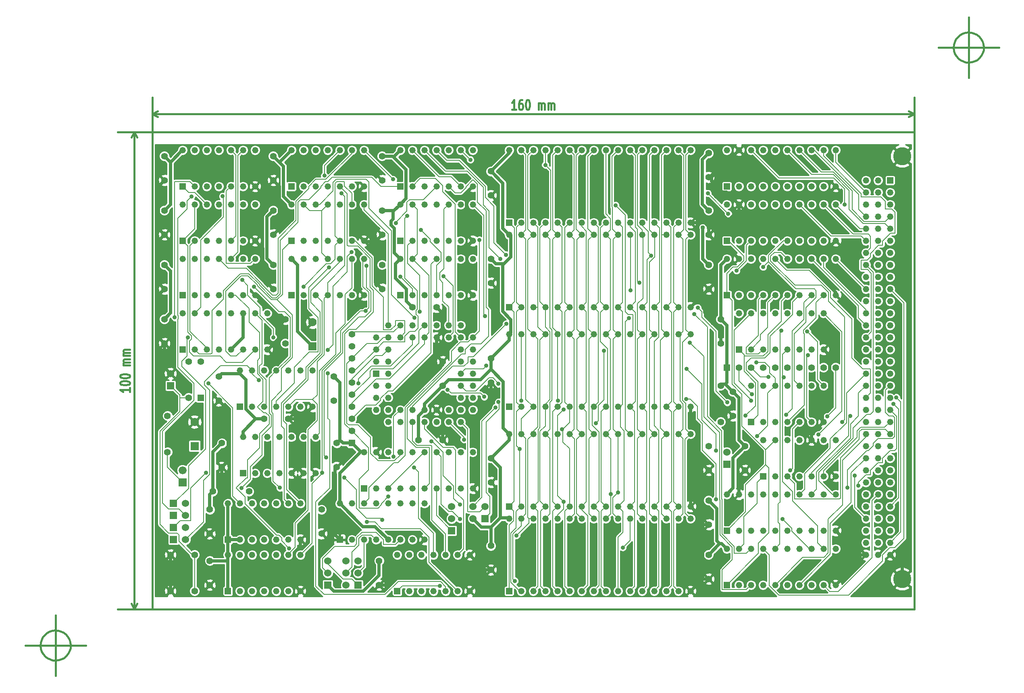
<source format=gbl>
G04 (created by PCBNEW-RS274X (2011-07-12 BZR 3047)-stable) date Mon 09 Sep 2013 07:59:49 PM PDT*
G01*
G70*
G90*
%MOIN*%
G04 Gerber Fmt 3.4, Leading zero omitted, Abs format*
%FSLAX34Y34*%
G04 APERTURE LIST*
%ADD10C,0.006000*%
%ADD11C,0.015000*%
%ADD12C,0.055000*%
%ADD13R,0.070000X0.070000*%
%ADD14C,0.070000*%
%ADD15R,0.052000X0.052000*%
%ADD16C,0.052000*%
%ADD17C,0.150000*%
%ADD18R,0.055000X0.055000*%
%ADD19R,0.066000X0.066000*%
%ADD20C,0.066000*%
%ADD21R,0.060000X0.060000*%
%ADD22C,0.060000*%
%ADD23C,0.035000*%
%ADD24C,0.037000*%
%ADD25C,0.008000*%
%ADD26C,0.027000*%
%ADD27C,0.010000*%
G04 APERTURE END LIST*
G54D10*
G54D11*
X93500Y-60500D02*
X93500Y-21000D01*
X30500Y-60500D02*
X93500Y-60500D01*
X30500Y-21000D02*
X30500Y-60500D01*
X23750Y-63500D02*
X23726Y-63742D01*
X23655Y-63976D01*
X23541Y-64191D01*
X23386Y-64380D01*
X23198Y-64536D01*
X22984Y-64652D01*
X22751Y-64724D01*
X22508Y-64749D01*
X22266Y-64727D01*
X22032Y-64658D01*
X21816Y-64545D01*
X21626Y-64393D01*
X21469Y-64206D01*
X21352Y-63992D01*
X21278Y-63759D01*
X21251Y-63517D01*
X21271Y-63275D01*
X21338Y-63040D01*
X21450Y-62823D01*
X21601Y-62632D01*
X21787Y-62474D01*
X22000Y-62355D01*
X22232Y-62280D01*
X22474Y-62251D01*
X22717Y-62269D01*
X22952Y-62335D01*
X23169Y-62445D01*
X23362Y-62595D01*
X23521Y-62780D01*
X23641Y-62992D01*
X23718Y-63224D01*
X23749Y-63466D01*
X23750Y-63500D01*
X20000Y-63500D02*
X25000Y-63500D01*
X22500Y-61000D02*
X22500Y-66000D01*
X99250Y-14000D02*
X99226Y-14242D01*
X99155Y-14476D01*
X99041Y-14691D01*
X98886Y-14880D01*
X98698Y-15036D01*
X98484Y-15152D01*
X98251Y-15224D01*
X98008Y-15249D01*
X97766Y-15227D01*
X97532Y-15158D01*
X97316Y-15045D01*
X97126Y-14893D01*
X96969Y-14706D01*
X96852Y-14492D01*
X96778Y-14259D01*
X96751Y-14017D01*
X96771Y-13775D01*
X96838Y-13540D01*
X96950Y-13323D01*
X97101Y-13132D01*
X97287Y-12974D01*
X97500Y-12855D01*
X97732Y-12780D01*
X97974Y-12751D01*
X98217Y-12769D01*
X98452Y-12835D01*
X98669Y-12945D01*
X98862Y-13095D01*
X99021Y-13280D01*
X99141Y-13492D01*
X99218Y-13724D01*
X99249Y-13966D01*
X99250Y-14000D01*
X95500Y-14000D02*
X100500Y-14000D01*
X98000Y-11500D02*
X98000Y-16500D01*
X28639Y-42178D02*
X28639Y-42521D01*
X28639Y-42349D02*
X27839Y-42349D01*
X27953Y-42406D01*
X28029Y-42464D01*
X28067Y-42521D01*
X27839Y-41807D02*
X27839Y-41750D01*
X27877Y-41693D01*
X27915Y-41664D01*
X27991Y-41635D01*
X28144Y-41607D01*
X28334Y-41607D01*
X28486Y-41635D01*
X28563Y-41664D01*
X28601Y-41693D01*
X28639Y-41750D01*
X28639Y-41807D01*
X28601Y-41864D01*
X28563Y-41893D01*
X28486Y-41921D01*
X28334Y-41950D01*
X28144Y-41950D01*
X27991Y-41921D01*
X27915Y-41893D01*
X27877Y-41864D01*
X27839Y-41807D01*
X27839Y-41236D02*
X27839Y-41179D01*
X27877Y-41122D01*
X27915Y-41093D01*
X27991Y-41064D01*
X28144Y-41036D01*
X28334Y-41036D01*
X28486Y-41064D01*
X28563Y-41093D01*
X28601Y-41122D01*
X28639Y-41179D01*
X28639Y-41236D01*
X28601Y-41293D01*
X28563Y-41322D01*
X28486Y-41350D01*
X28334Y-41379D01*
X28144Y-41379D01*
X27991Y-41350D01*
X27915Y-41322D01*
X27877Y-41293D01*
X27839Y-41236D01*
X28639Y-40322D02*
X28105Y-40322D01*
X28182Y-40322D02*
X28144Y-40294D01*
X28105Y-40236D01*
X28105Y-40151D01*
X28144Y-40094D01*
X28220Y-40065D01*
X28639Y-40065D01*
X28220Y-40065D02*
X28144Y-40036D01*
X28105Y-39979D01*
X28105Y-39894D01*
X28144Y-39836D01*
X28220Y-39808D01*
X28639Y-39808D01*
X28639Y-39522D02*
X28105Y-39522D01*
X28182Y-39522D02*
X28144Y-39494D01*
X28105Y-39436D01*
X28105Y-39351D01*
X28144Y-39294D01*
X28220Y-39265D01*
X28639Y-39265D01*
X28220Y-39265D02*
X28144Y-39236D01*
X28105Y-39179D01*
X28105Y-39094D01*
X28144Y-39036D01*
X28220Y-39008D01*
X28639Y-39008D01*
X29000Y-60500D02*
X29000Y-21000D01*
X30500Y-60500D02*
X27630Y-60500D01*
X30500Y-21000D02*
X27630Y-21000D01*
X29000Y-21000D02*
X29230Y-21443D01*
X29000Y-21000D02*
X28770Y-21443D01*
X29000Y-60500D02*
X29230Y-60057D01*
X29000Y-60500D02*
X28770Y-60057D01*
X30500Y-21000D02*
X93500Y-21000D01*
X60572Y-19140D02*
X60229Y-19140D01*
X60401Y-19140D02*
X60401Y-18340D01*
X60344Y-18454D01*
X60286Y-18530D01*
X60229Y-18568D01*
X61086Y-18340D02*
X60972Y-18340D01*
X60915Y-18378D01*
X60886Y-18416D01*
X60829Y-18530D01*
X60800Y-18683D01*
X60800Y-18987D01*
X60829Y-19064D01*
X60857Y-19102D01*
X60915Y-19140D01*
X61029Y-19140D01*
X61086Y-19102D01*
X61115Y-19064D01*
X61143Y-18987D01*
X61143Y-18797D01*
X61115Y-18721D01*
X61086Y-18683D01*
X61029Y-18645D01*
X60915Y-18645D01*
X60857Y-18683D01*
X60829Y-18721D01*
X60800Y-18797D01*
X61514Y-18340D02*
X61571Y-18340D01*
X61628Y-18378D01*
X61657Y-18416D01*
X61686Y-18492D01*
X61714Y-18645D01*
X61714Y-18835D01*
X61686Y-18987D01*
X61657Y-19064D01*
X61628Y-19102D01*
X61571Y-19140D01*
X61514Y-19140D01*
X61457Y-19102D01*
X61428Y-19064D01*
X61400Y-18987D01*
X61371Y-18835D01*
X61371Y-18645D01*
X61400Y-18492D01*
X61428Y-18416D01*
X61457Y-18378D01*
X61514Y-18340D01*
X62428Y-19140D02*
X62428Y-18606D01*
X62428Y-18683D02*
X62456Y-18645D01*
X62514Y-18606D01*
X62599Y-18606D01*
X62656Y-18645D01*
X62685Y-18721D01*
X62685Y-19140D01*
X62685Y-18721D02*
X62714Y-18645D01*
X62771Y-18606D01*
X62856Y-18606D01*
X62914Y-18645D01*
X62942Y-18721D01*
X62942Y-19140D01*
X63228Y-19140D02*
X63228Y-18606D01*
X63228Y-18683D02*
X63256Y-18645D01*
X63314Y-18606D01*
X63399Y-18606D01*
X63456Y-18645D01*
X63485Y-18721D01*
X63485Y-19140D01*
X63485Y-18721D02*
X63514Y-18645D01*
X63571Y-18606D01*
X63656Y-18606D01*
X63714Y-18645D01*
X63742Y-18721D01*
X63742Y-19140D01*
X30500Y-19501D02*
X93500Y-19501D01*
X30500Y-21000D02*
X30500Y-18131D01*
X93500Y-21000D02*
X93500Y-18131D01*
X93500Y-19501D02*
X93057Y-19731D01*
X93500Y-19501D02*
X93057Y-19271D01*
X30500Y-19501D02*
X30943Y-19731D01*
X30500Y-19501D02*
X30943Y-19271D01*
G54D12*
X54500Y-42000D03*
X54500Y-40000D03*
X77500Y-36500D03*
X77500Y-38500D03*
X49500Y-32000D03*
X49500Y-34000D03*
X31500Y-32000D03*
X31500Y-34000D03*
X49500Y-27500D03*
X49500Y-29500D03*
X45750Y-46750D03*
X45750Y-48750D03*
X79500Y-47000D03*
X79500Y-49000D03*
X35250Y-52250D03*
X35250Y-54250D03*
X76500Y-32000D03*
X76500Y-34000D03*
X58500Y-48000D03*
X58500Y-50000D03*
X58500Y-31500D03*
X58500Y-33500D03*
X76500Y-27500D03*
X76500Y-29500D03*
X76500Y-22750D03*
X76500Y-24750D03*
X41500Y-38500D03*
X41500Y-36500D03*
X58500Y-24250D03*
X58500Y-26250D03*
X58500Y-55250D03*
X58500Y-57250D03*
X49250Y-56500D03*
X49250Y-58500D03*
X36250Y-46750D03*
X36250Y-48750D03*
X31500Y-27500D03*
X31500Y-29500D03*
X31500Y-23000D03*
X31500Y-25000D03*
X44500Y-52250D03*
X44500Y-54250D03*
X35250Y-56500D03*
X35250Y-58500D03*
X36000Y-41250D03*
X36000Y-43250D03*
X45500Y-41250D03*
X45500Y-43250D03*
X40500Y-32000D03*
X40500Y-34000D03*
X40500Y-27500D03*
X40500Y-29500D03*
X40500Y-23000D03*
X40500Y-25000D03*
X49500Y-23000D03*
X49500Y-25000D03*
X76500Y-56000D03*
X76500Y-58000D03*
X76500Y-51500D03*
X76500Y-53500D03*
X76500Y-47000D03*
X76500Y-49000D03*
X78500Y-42500D03*
X78500Y-44500D03*
X52500Y-46500D03*
X54500Y-46500D03*
X31500Y-36500D03*
X31500Y-38500D03*
X52000Y-35500D03*
X54000Y-35500D03*
X58500Y-39750D03*
X58500Y-41750D03*
X39750Y-44750D03*
X41750Y-44750D03*
G54D13*
X34000Y-47000D03*
G54D14*
X34000Y-45000D03*
G54D13*
X43750Y-38750D03*
G54D14*
X43750Y-36750D03*
G54D15*
X91500Y-25000D03*
G54D16*
X91500Y-26000D03*
X91500Y-27000D03*
X91500Y-28000D03*
X91500Y-29000D03*
X91500Y-30000D03*
X91500Y-31000D03*
X91500Y-32000D03*
X91500Y-33000D03*
X91500Y-34000D03*
X91500Y-35000D03*
X91500Y-36000D03*
X91500Y-37000D03*
X91500Y-38000D03*
X91500Y-39000D03*
X91500Y-40000D03*
X91500Y-41000D03*
X91500Y-42000D03*
X91500Y-43000D03*
X91500Y-44000D03*
X91500Y-45000D03*
X91500Y-46000D03*
X91500Y-47000D03*
X91500Y-48000D03*
X91500Y-49000D03*
X91500Y-50000D03*
X91500Y-51000D03*
X91500Y-52000D03*
X91500Y-53000D03*
X91500Y-54000D03*
X91500Y-55000D03*
X91500Y-56000D03*
X90500Y-25000D03*
X90500Y-26000D03*
X90500Y-27000D03*
X90500Y-28000D03*
X90500Y-29000D03*
X90500Y-30000D03*
X90500Y-31000D03*
X90500Y-32000D03*
X90500Y-33000D03*
X90500Y-34000D03*
X90500Y-35000D03*
X90500Y-36000D03*
X90500Y-37000D03*
X90500Y-38000D03*
X90500Y-39000D03*
X90500Y-40000D03*
X90500Y-41000D03*
X90500Y-42000D03*
X90500Y-43000D03*
X90500Y-44000D03*
X90500Y-45000D03*
X90500Y-46000D03*
X90500Y-47000D03*
X90500Y-48000D03*
X90500Y-49000D03*
X90500Y-50000D03*
X90500Y-51000D03*
X90500Y-52000D03*
X90500Y-53000D03*
X90500Y-54000D03*
X90500Y-55000D03*
X90500Y-56000D03*
X89500Y-25000D03*
X89500Y-26000D03*
X89500Y-27000D03*
X89500Y-28000D03*
X89500Y-29000D03*
X89500Y-30000D03*
X89500Y-31000D03*
X89500Y-32000D03*
X89500Y-33000D03*
X89500Y-34000D03*
X89500Y-35000D03*
X89500Y-36000D03*
X89500Y-37000D03*
X89500Y-38000D03*
X89500Y-39000D03*
X89500Y-40000D03*
X89500Y-41000D03*
X89500Y-42000D03*
X89500Y-43000D03*
X89500Y-44000D03*
X89500Y-45000D03*
X89500Y-46000D03*
X89500Y-47000D03*
X89500Y-48000D03*
X89500Y-49000D03*
X89500Y-50000D03*
X89500Y-51000D03*
X89500Y-52000D03*
X89500Y-53000D03*
X89500Y-54000D03*
X89500Y-55000D03*
X89500Y-56000D03*
G54D17*
X92500Y-58000D03*
X92500Y-23000D03*
G54D18*
X34500Y-43000D03*
G54D12*
X34500Y-40000D03*
G54D15*
X38000Y-49250D03*
G54D16*
X39000Y-49250D03*
X40000Y-49250D03*
X41000Y-49250D03*
X42000Y-49250D03*
X43000Y-49250D03*
X44000Y-49250D03*
X44000Y-46250D03*
X43000Y-46250D03*
X42000Y-46250D03*
X41000Y-46250D03*
X40000Y-46250D03*
X39000Y-46250D03*
X38000Y-46250D03*
G54D15*
X36750Y-54750D03*
G54D16*
X37750Y-54750D03*
X38750Y-54750D03*
X39750Y-54750D03*
X40750Y-54750D03*
X41750Y-54750D03*
X42750Y-54750D03*
X42750Y-51750D03*
X41750Y-51750D03*
X40750Y-51750D03*
X39750Y-51750D03*
X38750Y-51750D03*
X37750Y-51750D03*
X36750Y-51750D03*
G54D15*
X42000Y-25500D03*
G54D16*
X43000Y-25500D03*
X44000Y-25500D03*
X45000Y-25500D03*
X46000Y-25500D03*
X47000Y-25500D03*
X48000Y-25500D03*
X48000Y-22500D03*
X47000Y-22500D03*
X46000Y-22500D03*
X45000Y-22500D03*
X44000Y-22500D03*
X43000Y-22500D03*
X42000Y-22500D03*
G54D15*
X36750Y-59000D03*
G54D16*
X37750Y-59000D03*
X38750Y-59000D03*
X39750Y-59000D03*
X40750Y-59000D03*
X41750Y-59000D03*
X42750Y-59000D03*
X42750Y-56000D03*
X41750Y-56000D03*
X40750Y-56000D03*
X39750Y-56000D03*
X38750Y-56000D03*
X37750Y-56000D03*
X36750Y-56000D03*
G54D15*
X33000Y-34500D03*
G54D16*
X34000Y-34500D03*
X35000Y-34500D03*
X36000Y-34500D03*
X37000Y-34500D03*
X38000Y-34500D03*
X39000Y-34500D03*
X39000Y-31500D03*
X38000Y-31500D03*
X37000Y-31500D03*
X36000Y-31500D03*
X35000Y-31500D03*
X34000Y-31500D03*
X33000Y-31500D03*
G54D15*
X33000Y-25500D03*
G54D16*
X34000Y-25500D03*
X35000Y-25500D03*
X36000Y-25500D03*
X37000Y-25500D03*
X38000Y-25500D03*
X39000Y-25500D03*
X39000Y-22500D03*
X38000Y-22500D03*
X37000Y-22500D03*
X36000Y-22500D03*
X35000Y-22500D03*
X34000Y-22500D03*
X33000Y-22500D03*
G54D15*
X42000Y-34500D03*
G54D16*
X43000Y-34500D03*
X44000Y-34500D03*
X45000Y-34500D03*
X46000Y-34500D03*
X47000Y-34500D03*
X48000Y-34500D03*
X48000Y-31500D03*
X47000Y-31500D03*
X46000Y-31500D03*
X45000Y-31500D03*
X44000Y-31500D03*
X43000Y-31500D03*
X42000Y-31500D03*
G54D15*
X51000Y-30000D03*
G54D16*
X52000Y-30000D03*
X53000Y-30000D03*
X54000Y-30000D03*
X55000Y-30000D03*
X56000Y-30000D03*
X57000Y-30000D03*
X57000Y-27000D03*
X56000Y-27000D03*
X55000Y-27000D03*
X54000Y-27000D03*
X53000Y-27000D03*
X52000Y-27000D03*
X51000Y-27000D03*
G54D15*
X81000Y-49500D03*
G54D16*
X82000Y-49500D03*
X83000Y-49500D03*
X84000Y-49500D03*
X85000Y-49500D03*
X86000Y-49500D03*
X87000Y-49500D03*
X87000Y-46500D03*
X86000Y-46500D03*
X85000Y-46500D03*
X84000Y-46500D03*
X83000Y-46500D03*
X82000Y-46500D03*
X81000Y-46500D03*
G54D15*
X37750Y-43750D03*
G54D16*
X38750Y-43750D03*
X39750Y-43750D03*
X40750Y-43750D03*
X41750Y-43750D03*
X42750Y-43750D03*
X43750Y-43750D03*
X43750Y-40750D03*
X42750Y-40750D03*
X41750Y-40750D03*
X40750Y-40750D03*
X39750Y-40750D03*
X38750Y-40750D03*
X37750Y-40750D03*
G54D15*
X42000Y-30000D03*
G54D16*
X43000Y-30000D03*
X44000Y-30000D03*
X45000Y-30000D03*
X46000Y-30000D03*
X47000Y-30000D03*
X48000Y-30000D03*
X48000Y-27000D03*
X47000Y-27000D03*
X46000Y-27000D03*
X45000Y-27000D03*
X44000Y-27000D03*
X43000Y-27000D03*
X42000Y-27000D03*
G54D15*
X33000Y-30000D03*
G54D16*
X34000Y-30000D03*
X35000Y-30000D03*
X36000Y-30000D03*
X37000Y-30000D03*
X38000Y-30000D03*
X39000Y-30000D03*
X39000Y-27000D03*
X38000Y-27000D03*
X37000Y-27000D03*
X36000Y-27000D03*
X35000Y-27000D03*
X34000Y-27000D03*
X33000Y-27000D03*
G54D15*
X51000Y-34500D03*
G54D16*
X52000Y-34500D03*
X53000Y-34500D03*
X54000Y-34500D03*
X55000Y-34500D03*
X56000Y-34500D03*
X57000Y-34500D03*
X57000Y-31500D03*
X56000Y-31500D03*
X55000Y-31500D03*
X54000Y-31500D03*
X53000Y-31500D03*
X52000Y-31500D03*
X51000Y-31500D03*
G54D15*
X51000Y-25500D03*
G54D16*
X52000Y-25500D03*
X53000Y-25500D03*
X54000Y-25500D03*
X55000Y-25500D03*
X56000Y-25500D03*
X57000Y-25500D03*
X57000Y-22500D03*
X56000Y-22500D03*
X55000Y-22500D03*
X54000Y-22500D03*
X53000Y-22500D03*
X52000Y-22500D03*
X51000Y-22500D03*
G54D15*
X79000Y-39000D03*
G54D16*
X80000Y-39000D03*
X81000Y-39000D03*
X82000Y-39000D03*
X83000Y-39000D03*
X84000Y-39000D03*
X85000Y-39000D03*
X86000Y-39000D03*
X86000Y-36000D03*
X85000Y-36000D03*
X84000Y-36000D03*
X83000Y-36000D03*
X82000Y-36000D03*
X81000Y-36000D03*
X80000Y-36000D03*
X79000Y-36000D03*
G54D15*
X46000Y-54750D03*
G54D16*
X47000Y-54750D03*
X48000Y-54750D03*
X49000Y-54750D03*
X50000Y-54750D03*
X51000Y-54750D03*
X52000Y-54750D03*
X53000Y-54750D03*
X53000Y-51750D03*
X52000Y-51750D03*
X51000Y-51750D03*
X50000Y-51750D03*
X49000Y-51750D03*
X48000Y-51750D03*
X47000Y-51750D03*
X46000Y-51750D03*
G54D15*
X33000Y-39000D03*
G54D16*
X34000Y-39000D03*
X35000Y-39000D03*
X36000Y-39000D03*
X37000Y-39000D03*
X38000Y-39000D03*
X39000Y-39000D03*
X40000Y-39000D03*
X40000Y-36000D03*
X39000Y-36000D03*
X38000Y-36000D03*
X37000Y-36000D03*
X36000Y-36000D03*
X35000Y-36000D03*
X34000Y-36000D03*
X33000Y-36000D03*
G54D15*
X48000Y-50500D03*
G54D16*
X49000Y-50500D03*
X50000Y-50500D03*
X51000Y-50500D03*
X52000Y-50500D03*
X53000Y-50500D03*
X54000Y-50500D03*
X55000Y-50500D03*
X56000Y-50500D03*
X57000Y-50500D03*
X57000Y-47500D03*
X56000Y-47500D03*
X55000Y-47500D03*
X54000Y-47500D03*
X53000Y-47500D03*
X52000Y-47500D03*
X51000Y-47500D03*
X50000Y-47500D03*
X49000Y-47500D03*
X48000Y-47500D03*
G54D15*
X78000Y-25500D03*
G54D16*
X79000Y-25500D03*
X80000Y-25500D03*
X81000Y-25500D03*
X82000Y-25500D03*
X83000Y-25500D03*
X84000Y-25500D03*
X85000Y-25500D03*
X86000Y-25500D03*
X87000Y-25500D03*
X87000Y-22500D03*
X86000Y-22500D03*
X85000Y-22500D03*
X84000Y-22500D03*
X83000Y-22500D03*
X82000Y-22500D03*
X81000Y-22500D03*
X80000Y-22500D03*
X79000Y-22500D03*
X78000Y-22500D03*
G54D15*
X78000Y-58500D03*
G54D16*
X79000Y-58500D03*
X80000Y-58500D03*
X81000Y-58500D03*
X82000Y-58500D03*
X83000Y-58500D03*
X84000Y-58500D03*
X85000Y-58500D03*
X86000Y-58500D03*
X87000Y-58500D03*
X87000Y-55500D03*
X86000Y-55500D03*
X85000Y-55500D03*
X84000Y-55500D03*
X83000Y-55500D03*
X82000Y-55500D03*
X81000Y-55500D03*
X80000Y-55500D03*
X79000Y-55500D03*
X78000Y-55500D03*
G54D15*
X78000Y-30000D03*
G54D16*
X79000Y-30000D03*
X80000Y-30000D03*
X81000Y-30000D03*
X82000Y-30000D03*
X83000Y-30000D03*
X84000Y-30000D03*
X85000Y-30000D03*
X86000Y-30000D03*
X87000Y-30000D03*
X87000Y-27000D03*
X86000Y-27000D03*
X85000Y-27000D03*
X84000Y-27000D03*
X83000Y-27000D03*
X82000Y-27000D03*
X81000Y-27000D03*
X80000Y-27000D03*
X79000Y-27000D03*
X78000Y-27000D03*
G54D15*
X78000Y-54000D03*
G54D16*
X79000Y-54000D03*
X80000Y-54000D03*
X81000Y-54000D03*
X82000Y-54000D03*
X83000Y-54000D03*
X84000Y-54000D03*
X85000Y-54000D03*
X86000Y-54000D03*
X87000Y-54000D03*
X87000Y-51000D03*
X86000Y-51000D03*
X85000Y-51000D03*
X84000Y-51000D03*
X83000Y-51000D03*
X82000Y-51000D03*
X81000Y-51000D03*
X80000Y-51000D03*
X79000Y-51000D03*
X78000Y-51000D03*
G54D15*
X78000Y-34500D03*
G54D16*
X79000Y-34500D03*
X80000Y-34500D03*
X81000Y-34500D03*
X82000Y-34500D03*
X83000Y-34500D03*
X84000Y-34500D03*
X85000Y-34500D03*
X86000Y-34500D03*
X87000Y-34500D03*
X87000Y-31500D03*
X86000Y-31500D03*
X85000Y-31500D03*
X84000Y-31500D03*
X83000Y-31500D03*
X82000Y-31500D03*
X81000Y-31500D03*
X80000Y-31500D03*
X79000Y-31500D03*
X78000Y-31500D03*
G54D15*
X60000Y-28500D03*
G54D16*
X61000Y-28500D03*
X62000Y-28500D03*
X63000Y-28500D03*
X64000Y-28500D03*
X65000Y-28500D03*
X66000Y-28500D03*
X67000Y-28500D03*
X68000Y-28500D03*
X69000Y-28500D03*
X70000Y-28500D03*
X71000Y-28500D03*
X72000Y-28500D03*
X73000Y-28500D03*
X74000Y-28500D03*
X75000Y-28500D03*
X75000Y-22500D03*
X74000Y-22500D03*
X73000Y-22500D03*
X72000Y-22500D03*
X71000Y-22500D03*
X70000Y-22500D03*
X69000Y-22500D03*
X68000Y-22500D03*
X67000Y-22500D03*
X66000Y-22500D03*
X65000Y-22500D03*
X64000Y-22500D03*
X63000Y-22500D03*
X62000Y-22500D03*
X61000Y-22500D03*
X60000Y-22500D03*
G54D15*
X60000Y-35500D03*
G54D16*
X61000Y-35500D03*
X62000Y-35500D03*
X63000Y-35500D03*
X64000Y-35500D03*
X65000Y-35500D03*
X66000Y-35500D03*
X67000Y-35500D03*
X68000Y-35500D03*
X69000Y-35500D03*
X70000Y-35500D03*
X71000Y-35500D03*
X72000Y-35500D03*
X73000Y-35500D03*
X74000Y-35500D03*
X75000Y-35500D03*
X75000Y-29500D03*
X74000Y-29500D03*
X73000Y-29500D03*
X72000Y-29500D03*
X71000Y-29500D03*
X70000Y-29500D03*
X69000Y-29500D03*
X68000Y-29500D03*
X67000Y-29500D03*
X66000Y-29500D03*
X65000Y-29500D03*
X64000Y-29500D03*
X63000Y-29500D03*
X62000Y-29500D03*
X61000Y-29500D03*
X60000Y-29500D03*
G54D15*
X60000Y-52000D03*
G54D16*
X61000Y-52000D03*
X62000Y-52000D03*
X63000Y-52000D03*
X64000Y-52000D03*
X65000Y-52000D03*
X66000Y-52000D03*
X67000Y-52000D03*
X68000Y-52000D03*
X69000Y-52000D03*
X70000Y-52000D03*
X71000Y-52000D03*
X72000Y-52000D03*
X73000Y-52000D03*
X74000Y-52000D03*
X75000Y-52000D03*
X75000Y-46000D03*
X74000Y-46000D03*
X73000Y-46000D03*
X72000Y-46000D03*
X71000Y-46000D03*
X70000Y-46000D03*
X69000Y-46000D03*
X68000Y-46000D03*
X67000Y-46000D03*
X66000Y-46000D03*
X65000Y-46000D03*
X64000Y-46000D03*
X63000Y-46000D03*
X62000Y-46000D03*
X61000Y-46000D03*
X60000Y-46000D03*
G54D15*
X60000Y-59000D03*
G54D16*
X61000Y-59000D03*
X62000Y-59000D03*
X63000Y-59000D03*
X64000Y-59000D03*
X65000Y-59000D03*
X66000Y-59000D03*
X67000Y-59000D03*
X68000Y-59000D03*
X69000Y-59000D03*
X70000Y-59000D03*
X71000Y-59000D03*
X72000Y-59000D03*
X73000Y-59000D03*
X74000Y-59000D03*
X75000Y-59000D03*
X75000Y-53000D03*
X74000Y-53000D03*
X73000Y-53000D03*
X72000Y-53000D03*
X71000Y-53000D03*
X70000Y-53000D03*
X69000Y-53000D03*
X68000Y-53000D03*
X67000Y-53000D03*
X66000Y-53000D03*
X65000Y-53000D03*
X64000Y-53000D03*
X63000Y-53000D03*
X62000Y-53000D03*
X61000Y-53000D03*
X60000Y-53000D03*
G54D15*
X60000Y-43750D03*
G54D16*
X61000Y-43750D03*
X62000Y-43750D03*
X63000Y-43750D03*
X64000Y-43750D03*
X65000Y-43750D03*
X66000Y-43750D03*
X67000Y-43750D03*
X68000Y-43750D03*
X69000Y-43750D03*
X70000Y-43750D03*
X71000Y-43750D03*
X72000Y-43750D03*
X73000Y-43750D03*
X74000Y-43750D03*
X75000Y-43750D03*
X75000Y-37750D03*
X74000Y-37750D03*
X73000Y-37750D03*
X72000Y-37750D03*
X71000Y-37750D03*
X70000Y-37750D03*
X69000Y-37750D03*
X68000Y-37750D03*
X67000Y-37750D03*
X66000Y-37750D03*
X65000Y-37750D03*
X64000Y-37750D03*
X63000Y-37750D03*
X62000Y-37750D03*
X61000Y-37750D03*
X60000Y-37750D03*
G54D19*
X33000Y-50000D03*
G54D20*
X33000Y-49000D03*
G54D21*
X32000Y-42000D03*
G54D22*
X32000Y-41000D03*
G54D21*
X78000Y-48500D03*
G54D22*
X78000Y-47500D03*
G54D21*
X58000Y-53000D03*
G54D22*
X57000Y-53000D03*
X58000Y-52000D03*
X57000Y-52000D03*
G54D21*
X45000Y-58500D03*
G54D22*
X45000Y-57500D03*
X45000Y-56500D03*
G54D21*
X47500Y-58500D03*
G54D22*
X46500Y-58500D03*
X47500Y-57500D03*
X46500Y-57500D03*
X47500Y-56500D03*
X46500Y-56500D03*
G54D15*
X49000Y-41000D03*
G54D16*
X50000Y-41000D03*
X49000Y-42000D03*
X50000Y-42000D03*
X49000Y-43000D03*
X50000Y-43000D03*
X49000Y-44000D03*
X50000Y-45000D03*
X50000Y-44000D03*
X51000Y-45000D03*
X51000Y-44000D03*
X52000Y-45000D03*
X52000Y-44000D03*
X53000Y-45000D03*
X53000Y-44000D03*
X54000Y-45000D03*
X54000Y-44000D03*
X55000Y-45000D03*
X55000Y-44000D03*
X56000Y-45000D03*
X57000Y-44000D03*
X56000Y-44000D03*
X57000Y-43000D03*
X56000Y-43000D03*
X57000Y-42000D03*
X56000Y-42000D03*
X57000Y-41000D03*
X56000Y-41000D03*
X57000Y-40000D03*
X56000Y-40000D03*
X57000Y-39000D03*
X56000Y-39000D03*
X57000Y-38000D03*
X56000Y-37000D03*
X56000Y-38000D03*
X55000Y-37000D03*
X55000Y-38000D03*
X54000Y-37000D03*
X54000Y-38000D03*
X53000Y-37000D03*
X53000Y-38000D03*
X52000Y-37000D03*
X52000Y-38000D03*
X51000Y-37000D03*
X51000Y-38000D03*
X50000Y-37000D03*
X49000Y-38000D03*
X50000Y-38000D03*
X49000Y-39000D03*
X50000Y-39000D03*
X49000Y-40000D03*
X50000Y-40000D03*
G54D12*
X31750Y-44500D03*
X31750Y-47500D03*
X33500Y-40000D03*
X33500Y-43000D03*
G54D18*
X47000Y-46750D03*
G54D12*
X47000Y-45750D03*
X47000Y-44750D03*
X47000Y-43750D03*
X47000Y-42750D03*
X47000Y-41750D03*
X47000Y-40750D03*
X47000Y-39750D03*
X47000Y-38750D03*
X47000Y-37750D03*
G54D18*
X78000Y-40500D03*
G54D12*
X79000Y-40500D03*
X80000Y-40500D03*
X81000Y-40500D03*
X82000Y-40500D03*
X83000Y-40500D03*
X84000Y-40500D03*
X85000Y-40500D03*
X86000Y-40500D03*
X87000Y-40500D03*
X32000Y-56000D03*
X34000Y-56000D03*
X32000Y-59000D03*
X34000Y-59000D03*
G54D21*
X55250Y-54000D03*
G54D22*
X55250Y-53000D03*
X55250Y-52000D03*
G54D21*
X32250Y-52750D03*
G54D22*
X33250Y-52750D03*
G54D21*
X32250Y-53750D03*
G54D22*
X33250Y-53750D03*
G54D21*
X32250Y-54750D03*
G54D22*
X33250Y-54750D03*
G54D21*
X32250Y-51750D03*
G54D22*
X33250Y-51750D03*
G54D12*
X35500Y-50750D03*
X38500Y-50750D03*
G54D15*
X50750Y-59000D03*
G54D16*
X51750Y-59000D03*
X52750Y-59000D03*
X53750Y-59000D03*
X54750Y-59000D03*
X55750Y-59000D03*
X56750Y-59000D03*
X56750Y-56000D03*
X55750Y-56000D03*
X54750Y-56000D03*
X53750Y-56000D03*
X52750Y-56000D03*
X51750Y-56000D03*
X50750Y-56000D03*
G54D15*
X80000Y-45000D03*
G54D16*
X81000Y-45000D03*
X82000Y-45000D03*
X83000Y-45000D03*
X84000Y-45000D03*
X85000Y-45000D03*
X86000Y-45000D03*
X86000Y-42000D03*
X85000Y-42000D03*
X84000Y-42000D03*
X83000Y-42000D03*
X82000Y-42000D03*
X81000Y-42000D03*
X80000Y-42000D03*
G54D12*
X77500Y-42000D03*
X77500Y-45000D03*
G54D23*
X82698Y-41317D03*
X33456Y-37995D03*
X54571Y-32935D03*
X69396Y-55397D03*
X80001Y-43241D03*
X69913Y-36411D03*
X70034Y-34117D03*
X70770Y-33487D03*
X74657Y-43114D03*
X77105Y-51396D03*
X32356Y-36348D03*
X52164Y-36381D03*
X40505Y-38006D03*
X37926Y-33251D03*
X68395Y-50962D03*
X82595Y-53031D03*
X68800Y-27067D03*
X50420Y-24920D03*
X84706Y-39466D03*
X59272Y-31501D03*
X35130Y-41810D03*
X50021Y-51187D03*
X50647Y-28551D03*
X47535Y-41811D03*
X74946Y-38432D03*
X63000Y-23726D03*
X41808Y-55464D03*
X71750Y-31234D03*
X56798Y-23298D03*
X69000Y-50844D03*
X50456Y-47859D03*
X52126Y-48773D03*
X64500Y-43991D03*
X64033Y-43225D03*
X64500Y-51615D03*
X60471Y-58161D03*
X60884Y-47244D03*
X56263Y-46460D03*
X82925Y-44416D03*
X60617Y-54396D03*
X54289Y-58591D03*
X79558Y-44487D03*
X67167Y-45122D03*
X67843Y-39106D03*
X59764Y-36882D03*
X81001Y-32172D03*
X54924Y-42333D03*
X57942Y-42919D03*
X64378Y-45610D03*
X78809Y-32470D03*
X44729Y-24623D03*
X46149Y-26066D03*
X41044Y-50452D03*
X92020Y-42962D03*
X88590Y-49454D03*
X80081Y-42703D03*
X88889Y-50291D03*
X55933Y-53055D03*
X81457Y-41260D03*
X91767Y-43500D03*
X53584Y-46592D03*
X55942Y-51857D03*
X87965Y-50450D03*
X87540Y-44996D03*
X87757Y-27000D03*
X44555Y-49217D03*
X48138Y-35818D03*
X58119Y-40357D03*
X59123Y-41854D03*
X51589Y-27942D03*
X39302Y-41548D03*
G54D24*
X51506Y-43279D03*
G54D23*
X88193Y-44500D03*
X78121Y-27762D03*
X76431Y-26072D03*
X80508Y-46178D03*
X80441Y-40075D03*
X58019Y-36229D03*
X59747Y-31165D03*
X85565Y-46053D03*
X58885Y-43799D03*
X48256Y-53279D03*
X59118Y-43355D03*
X61000Y-43225D03*
X45020Y-40975D03*
X33732Y-26348D03*
X82494Y-37442D03*
X75324Y-36069D03*
X52608Y-35885D03*
X78035Y-43385D03*
X75595Y-35530D03*
X77114Y-47384D03*
X74686Y-40618D03*
X84652Y-37519D03*
X42994Y-33798D03*
X36317Y-26314D03*
X52699Y-29107D03*
X45109Y-32216D03*
X46981Y-30953D03*
X45012Y-39037D03*
X50998Y-32959D03*
X38900Y-33812D03*
X37876Y-50466D03*
X86302Y-44543D03*
X34958Y-49207D03*
X57529Y-29929D03*
X44869Y-47927D03*
X48218Y-32059D03*
X83257Y-49016D03*
G54D24*
X76024Y-28914D03*
G54D23*
X49522Y-53120D03*
X46391Y-49605D03*
G54D25*
X82601Y-39399D02*
X83000Y-39000D01*
X82601Y-41317D02*
X82601Y-39399D01*
X82601Y-41317D02*
X82698Y-41317D01*
X85500Y-55000D02*
X86000Y-55500D01*
X85500Y-53602D02*
X85500Y-55000D01*
X83439Y-51541D02*
X85500Y-53602D01*
X83439Y-50767D02*
X83439Y-51541D01*
X82601Y-49929D02*
X83439Y-50767D01*
X82601Y-41317D02*
X82601Y-49929D01*
X41612Y-50612D02*
X42750Y-51750D01*
X41612Y-45175D02*
X41612Y-50612D01*
X41352Y-44915D02*
X41612Y-45175D01*
X41352Y-43526D02*
X41352Y-44915D01*
X43366Y-41512D02*
X41352Y-43526D01*
X43366Y-40544D02*
X43366Y-41512D01*
X44550Y-39360D02*
X43366Y-40544D01*
X44550Y-35050D02*
X44550Y-39360D01*
X44000Y-34500D02*
X44550Y-35050D01*
X33496Y-50504D02*
X32250Y-51750D01*
X33496Y-48637D02*
X33496Y-50504D01*
X34899Y-47234D02*
X33496Y-48637D01*
X34899Y-42367D02*
X34899Y-47234D01*
X32948Y-40416D02*
X34899Y-42367D01*
X32948Y-39978D02*
X32948Y-40416D01*
X33383Y-39543D02*
X32948Y-39978D01*
X33383Y-38068D02*
X33383Y-39543D01*
X33456Y-37995D02*
X33383Y-38068D01*
X50451Y-37549D02*
X51000Y-37000D01*
X47201Y-37549D02*
X50451Y-37549D01*
X47000Y-37750D02*
X47201Y-37549D01*
X53906Y-24856D02*
X52644Y-24856D01*
X54500Y-25450D02*
X53906Y-24856D01*
X54500Y-25925D02*
X54500Y-25450D01*
X55548Y-26973D02*
X54500Y-25925D01*
X55548Y-37548D02*
X55548Y-26973D01*
X56000Y-38000D02*
X55548Y-37548D01*
X52644Y-24856D02*
X52000Y-25500D01*
X81481Y-48817D02*
X81207Y-48543D01*
X81481Y-54172D02*
X81481Y-48817D01*
X80615Y-55038D02*
X81481Y-54172D01*
X80615Y-55885D02*
X80615Y-55038D01*
X78000Y-58500D02*
X80615Y-55885D01*
X79553Y-52447D02*
X78000Y-54000D01*
X79553Y-50197D02*
X79553Y-52447D01*
X81207Y-48543D02*
X79553Y-50197D01*
X82000Y-46500D02*
X81205Y-47295D01*
X81205Y-48541D02*
X81207Y-48543D01*
X81205Y-47295D02*
X81205Y-48541D01*
X81204Y-47295D02*
X81205Y-47295D01*
X79258Y-45349D02*
X81204Y-47295D01*
X79258Y-42693D02*
X79258Y-45349D01*
X78428Y-41863D02*
X79258Y-42693D01*
X78428Y-34928D02*
X78428Y-41863D01*
X78000Y-34500D02*
X78428Y-34928D01*
X33442Y-30442D02*
X33000Y-30000D01*
X33442Y-37559D02*
X33442Y-30442D01*
X33754Y-37871D02*
X33442Y-37559D01*
X33754Y-38132D02*
X33754Y-37871D01*
X33585Y-38301D02*
X33754Y-38132D01*
X33585Y-39221D02*
X33585Y-38301D01*
X33914Y-39550D02*
X33585Y-39221D01*
X36109Y-39550D02*
X33914Y-39550D01*
X36619Y-40060D02*
X36109Y-39550D01*
X37940Y-40060D02*
X36619Y-40060D01*
X39000Y-39000D02*
X37940Y-40060D01*
X54616Y-27384D02*
X55000Y-27000D01*
X54616Y-32295D02*
X54616Y-27384D01*
X54267Y-32644D02*
X54616Y-32295D01*
X54267Y-33216D02*
X54267Y-32644D01*
X54510Y-33459D02*
X54267Y-33216D01*
X54510Y-34995D02*
X54510Y-33459D01*
X55000Y-35485D02*
X54510Y-34995D01*
X55000Y-37000D02*
X55000Y-35485D01*
X34000Y-29000D02*
X33000Y-30000D01*
X34000Y-27000D02*
X34000Y-29000D01*
X78000Y-32695D02*
X78000Y-34500D01*
X78523Y-32172D02*
X78000Y-32695D01*
X78870Y-32172D02*
X78523Y-32172D01*
X79398Y-31644D02*
X78870Y-32172D01*
X79398Y-31268D02*
X79398Y-31644D01*
X78130Y-30000D02*
X79398Y-31268D01*
X78000Y-30000D02*
X78130Y-30000D01*
X55384Y-33748D02*
X54571Y-32935D01*
X55384Y-37616D02*
X55384Y-33748D01*
X55000Y-38000D02*
X55384Y-37616D01*
X47000Y-33896D02*
X47000Y-31500D01*
X46441Y-34455D02*
X47000Y-33896D01*
X46441Y-36859D02*
X46441Y-34455D01*
X45667Y-37633D02*
X46441Y-36859D01*
X45667Y-39398D02*
X45667Y-37633D01*
X44302Y-40763D02*
X45667Y-39398D01*
X44302Y-45948D02*
X44302Y-40763D01*
X44000Y-46250D02*
X44302Y-45948D01*
X70000Y-54793D02*
X69396Y-55397D01*
X70000Y-53000D02*
X70000Y-54793D01*
X80001Y-43179D02*
X80001Y-43241D01*
X78597Y-41775D02*
X80001Y-43179D01*
X78597Y-37403D02*
X78597Y-41775D01*
X80000Y-36000D02*
X78597Y-37403D01*
X69616Y-36708D02*
X69913Y-36411D01*
X69616Y-45616D02*
X69616Y-36708D01*
X70000Y-46000D02*
X69616Y-45616D01*
X70034Y-29534D02*
X70034Y-34117D01*
X70000Y-29500D02*
X70034Y-29534D01*
X70616Y-33333D02*
X70770Y-33487D01*
X70616Y-29034D02*
X70616Y-33333D01*
X70453Y-28871D02*
X70616Y-29034D01*
X70453Y-22953D02*
X70453Y-28871D01*
X70000Y-22500D02*
X70453Y-22953D01*
X77105Y-48476D02*
X77105Y-51396D01*
X75985Y-47356D02*
X77105Y-48476D01*
X75985Y-45136D02*
X75985Y-47356D01*
X75569Y-44720D02*
X75985Y-45136D01*
X75569Y-43724D02*
X75569Y-44720D01*
X74959Y-43114D02*
X75569Y-43724D01*
X74657Y-43114D02*
X74959Y-43114D01*
X33601Y-25101D02*
X34000Y-25500D01*
X32378Y-25101D02*
X33601Y-25101D01*
X32356Y-25123D02*
X32378Y-25101D01*
X32356Y-36348D02*
X32356Y-25123D01*
X52547Y-37453D02*
X53000Y-37000D01*
X52547Y-38466D02*
X52547Y-37453D01*
X50397Y-40616D02*
X52547Y-38466D01*
X48677Y-40616D02*
X50397Y-40616D01*
X48492Y-40801D02*
X48677Y-40616D01*
X48492Y-41276D02*
X48492Y-40801D01*
X47018Y-42750D02*
X48492Y-41276D01*
X47000Y-42750D02*
X47018Y-42750D01*
X44336Y-27000D02*
X44000Y-27000D01*
X45452Y-25884D02*
X44336Y-27000D01*
X45452Y-25174D02*
X45452Y-25884D01*
X45704Y-24922D02*
X45452Y-25174D01*
X48180Y-24922D02*
X45704Y-24922D01*
X48396Y-25138D02*
X48180Y-24922D01*
X48396Y-27308D02*
X48396Y-25138D01*
X50263Y-29175D02*
X48396Y-27308D01*
X50263Y-34480D02*
X50263Y-29175D01*
X52164Y-36381D02*
X50263Y-34480D01*
X48000Y-27434D02*
X48000Y-27000D01*
X50000Y-29434D02*
X48000Y-27434D01*
X50000Y-37000D02*
X50000Y-29434D01*
X51390Y-37610D02*
X51000Y-38000D01*
X51390Y-36638D02*
X51390Y-37610D01*
X51368Y-36616D02*
X51390Y-36638D01*
X50619Y-36616D02*
X51368Y-36616D01*
X50597Y-36638D02*
X50619Y-36616D01*
X50597Y-37009D02*
X50597Y-36638D01*
X50220Y-37386D02*
X50597Y-37009D01*
X49626Y-37386D02*
X50220Y-37386D01*
X49604Y-37364D02*
X49626Y-37386D01*
X49604Y-34667D02*
X49604Y-37364D01*
X48680Y-33743D02*
X49604Y-34667D01*
X48680Y-31404D02*
X48680Y-33743D01*
X47276Y-30000D02*
X48680Y-31404D01*
X47000Y-30000D02*
X47276Y-30000D01*
X37559Y-30941D02*
X37000Y-31500D01*
X37559Y-22941D02*
X37559Y-30941D01*
X38000Y-22500D02*
X37559Y-22941D01*
X38388Y-33713D02*
X37926Y-33251D01*
X38388Y-34505D02*
X38388Y-33713D01*
X39416Y-35533D02*
X38388Y-34505D01*
X39416Y-36184D02*
X39416Y-35533D01*
X40505Y-37273D02*
X39416Y-36184D01*
X40505Y-38006D02*
X40505Y-37273D01*
X46000Y-31748D02*
X46000Y-31500D01*
X43611Y-34137D02*
X46000Y-31748D01*
X43611Y-35117D02*
X43611Y-34137D01*
X44387Y-35893D02*
X43611Y-35117D01*
X44387Y-39292D02*
X44387Y-35893D01*
X43202Y-40477D02*
X44387Y-39292D01*
X43202Y-41413D02*
X43202Y-40477D01*
X41188Y-43427D02*
X43202Y-41413D01*
X41188Y-45356D02*
X41188Y-43427D01*
X41404Y-45572D02*
X41188Y-45356D01*
X41404Y-51404D02*
X41404Y-45572D01*
X41750Y-51750D02*
X41404Y-51404D01*
X68383Y-29883D02*
X68000Y-29500D01*
X68383Y-37367D02*
X68383Y-29883D01*
X68000Y-37750D02*
X68383Y-37367D01*
X68000Y-27778D02*
X68000Y-22500D01*
X68383Y-28161D02*
X68000Y-27778D01*
X68383Y-29117D02*
X68383Y-28161D01*
X68000Y-29500D02*
X68383Y-29117D01*
X68384Y-45616D02*
X68000Y-46000D01*
X68384Y-38134D02*
X68384Y-45616D01*
X68000Y-37750D02*
X68384Y-38134D01*
X68395Y-46395D02*
X68395Y-50962D01*
X68000Y-46000D02*
X68395Y-46395D01*
X68395Y-52605D02*
X68000Y-53000D01*
X68395Y-50962D02*
X68395Y-52605D01*
X83384Y-53820D02*
X82595Y-53031D01*
X83384Y-54036D02*
X83384Y-53820D01*
X84848Y-55500D02*
X83384Y-54036D01*
X85000Y-55500D02*
X84848Y-55500D01*
X52396Y-27396D02*
X52000Y-27000D01*
X52396Y-31104D02*
X52396Y-27396D01*
X52000Y-31500D02*
X52396Y-31104D01*
X53000Y-38550D02*
X53000Y-38000D01*
X50096Y-41454D02*
X53000Y-38550D01*
X48996Y-41454D02*
X50096Y-41454D01*
X47000Y-43450D02*
X48996Y-41454D01*
X47000Y-43750D02*
X47000Y-43450D01*
X53383Y-32883D02*
X52000Y-31500D01*
X53383Y-37617D02*
X53383Y-32883D01*
X53000Y-38000D02*
X53383Y-37617D01*
X50420Y-24920D02*
X48000Y-22500D01*
X70227Y-37523D02*
X70000Y-37750D01*
X70227Y-36127D02*
X70227Y-37523D01*
X70205Y-36105D02*
X70227Y-36127D01*
X69849Y-36105D02*
X70205Y-36105D01*
X69616Y-35872D02*
X69849Y-36105D01*
X69616Y-27883D02*
X69616Y-35872D01*
X68800Y-27067D02*
X69616Y-27883D01*
X34000Y-59000D02*
X34000Y-56000D01*
X32771Y-43000D02*
X33500Y-43000D01*
X32771Y-44128D02*
X32771Y-43000D01*
X31131Y-45768D02*
X32771Y-44128D01*
X31131Y-53477D02*
X31131Y-45768D01*
X31848Y-54194D02*
X31131Y-53477D01*
X32538Y-54194D02*
X31848Y-54194D01*
X32692Y-54348D02*
X32538Y-54194D01*
X32692Y-54874D02*
X32692Y-54348D01*
X33818Y-56000D02*
X32692Y-54874D01*
X34000Y-56000D02*
X33818Y-56000D01*
X32771Y-42771D02*
X32000Y-42000D01*
X32771Y-43000D02*
X32771Y-42771D01*
X84600Y-39572D02*
X84706Y-39466D01*
X84600Y-44600D02*
X84600Y-39572D01*
X85000Y-45000D02*
X84600Y-44600D01*
X54751Y-24251D02*
X53000Y-22500D01*
X56550Y-24251D02*
X54751Y-24251D01*
X57862Y-25563D02*
X56550Y-24251D01*
X57862Y-27040D02*
X57862Y-25563D01*
X58355Y-27533D02*
X57862Y-27040D01*
X58355Y-30584D02*
X58355Y-27533D01*
X59272Y-31501D02*
X58355Y-30584D01*
X37158Y-51158D02*
X37750Y-51750D01*
X37158Y-43838D02*
X37158Y-51158D01*
X35130Y-41810D02*
X37158Y-43838D01*
X48384Y-47134D02*
X47000Y-45750D01*
X48384Y-48990D02*
X48384Y-47134D01*
X47616Y-49758D02*
X48384Y-48990D01*
X47616Y-52112D02*
X47616Y-49758D01*
X47638Y-52134D02*
X47616Y-52112D01*
X49159Y-52134D02*
X47638Y-52134D01*
X49442Y-51851D02*
X49159Y-52134D01*
X49442Y-51766D02*
X49442Y-51851D01*
X50021Y-51187D02*
X49442Y-51766D01*
X46005Y-25500D02*
X46000Y-25500D01*
X46614Y-26109D02*
X46005Y-25500D01*
X46614Y-30362D02*
X46614Y-26109D01*
X46704Y-30452D02*
X46614Y-30362D01*
X47496Y-30452D02*
X46704Y-30452D01*
X48516Y-31472D02*
X47496Y-30452D01*
X48516Y-33848D02*
X48516Y-31472D01*
X48766Y-34098D02*
X48516Y-33848D01*
X48766Y-35914D02*
X48766Y-34098D01*
X47329Y-37351D02*
X48766Y-35914D01*
X46759Y-37351D02*
X47329Y-37351D01*
X46417Y-37693D02*
X46759Y-37351D01*
X46417Y-45167D02*
X46417Y-37693D01*
X47000Y-45750D02*
X46417Y-45167D01*
X50647Y-28463D02*
X50647Y-28551D01*
X51554Y-27556D02*
X50647Y-28463D01*
X51554Y-26812D02*
X51554Y-27556D01*
X51769Y-26597D02*
X51554Y-26812D01*
X52903Y-26597D02*
X51769Y-26597D01*
X54000Y-25500D02*
X52903Y-26597D01*
X47535Y-41444D02*
X47535Y-41811D01*
X48595Y-40384D02*
X47535Y-41444D01*
X50218Y-40384D02*
X48595Y-40384D01*
X52000Y-38602D02*
X50218Y-40384D01*
X52000Y-38000D02*
X52000Y-38602D01*
X76103Y-39589D02*
X74946Y-38432D01*
X76103Y-44560D02*
X76103Y-39589D01*
X77412Y-45869D02*
X76103Y-44560D01*
X77412Y-51457D02*
X77412Y-45869D01*
X77429Y-51474D02*
X77412Y-51457D01*
X77429Y-54355D02*
X77429Y-51474D01*
X78452Y-55378D02*
X77429Y-54355D01*
X78452Y-56404D02*
X78452Y-55378D01*
X77616Y-57240D02*
X78452Y-56404D01*
X77616Y-58862D02*
X77616Y-57240D01*
X77638Y-58884D02*
X77616Y-58862D01*
X79616Y-58884D02*
X77638Y-58884D01*
X80000Y-58500D02*
X79616Y-58884D01*
X63000Y-22500D02*
X63000Y-23726D01*
X63436Y-29064D02*
X63000Y-29500D01*
X63436Y-24162D02*
X63436Y-29064D01*
X63000Y-23726D02*
X63436Y-24162D01*
X63384Y-45616D02*
X63000Y-46000D01*
X63384Y-43379D02*
X63384Y-45616D01*
X63547Y-43216D02*
X63384Y-43379D01*
X63547Y-37379D02*
X63547Y-43216D01*
X63384Y-37216D02*
X63547Y-37379D01*
X63384Y-29884D02*
X63384Y-37216D01*
X63000Y-29500D02*
X63384Y-29884D01*
X63383Y-46383D02*
X63000Y-46000D01*
X63383Y-52617D02*
X63383Y-46383D01*
X63000Y-53000D02*
X63383Y-52617D01*
X46259Y-58000D02*
X45000Y-56741D01*
X47000Y-58000D02*
X46259Y-58000D01*
X47500Y-58500D02*
X47000Y-58000D01*
X45000Y-56741D02*
X45000Y-56500D01*
X37384Y-34500D02*
X37000Y-34500D01*
X38500Y-35616D02*
X37384Y-34500D01*
X38500Y-36737D02*
X38500Y-35616D01*
X39384Y-37621D02*
X38500Y-36737D01*
X39384Y-39724D02*
X39384Y-37621D01*
X39192Y-39916D02*
X39384Y-39724D01*
X39192Y-41016D02*
X39192Y-39916D01*
X39638Y-41462D02*
X39192Y-41016D01*
X39638Y-43320D02*
X39638Y-41462D01*
X39224Y-43734D02*
X39638Y-43320D01*
X39224Y-43766D02*
X39224Y-43734D01*
X39701Y-44243D02*
X39224Y-43766D01*
X39891Y-44243D02*
X39701Y-44243D01*
X40162Y-44514D02*
X39891Y-44243D01*
X40162Y-45191D02*
X40162Y-44514D01*
X39384Y-45969D02*
X40162Y-45191D01*
X39384Y-47133D02*
X39384Y-45969D01*
X38384Y-48133D02*
X39384Y-47133D01*
X38384Y-49616D02*
X38384Y-48133D01*
X38362Y-49638D02*
X38384Y-49616D01*
X38260Y-49638D02*
X38362Y-49638D01*
X37456Y-50442D02*
X38260Y-49638D01*
X37456Y-50474D02*
X37456Y-50442D01*
X38184Y-51202D02*
X37456Y-50474D01*
X38184Y-51786D02*
X38184Y-51202D01*
X40764Y-54366D02*
X38184Y-51786D01*
X40968Y-54366D02*
X40764Y-54366D01*
X41197Y-54595D02*
X40968Y-54366D01*
X41197Y-54853D02*
X41197Y-54595D01*
X41808Y-55464D02*
X41197Y-54853D01*
X47500Y-57500D02*
X48000Y-57000D01*
X48000Y-57000D02*
X48000Y-54750D01*
X47000Y-57000D02*
X46500Y-57500D01*
X47000Y-55776D02*
X47000Y-57000D01*
X47559Y-55217D02*
X47000Y-55776D01*
X47559Y-54649D02*
X47559Y-55217D01*
X47843Y-54365D02*
X47559Y-54649D01*
X48615Y-54365D02*
X47843Y-54365D01*
X49000Y-54750D02*
X48615Y-54365D01*
X71384Y-52384D02*
X71000Y-52000D01*
X71384Y-58616D02*
X71384Y-52384D01*
X71000Y-59000D02*
X71384Y-58616D01*
X71384Y-51616D02*
X71000Y-52000D01*
X71384Y-44134D02*
X71384Y-51616D01*
X71000Y-43750D02*
X71384Y-44134D01*
X71384Y-35884D02*
X71000Y-35500D01*
X71384Y-43366D02*
X71384Y-35884D01*
X71000Y-43750D02*
X71384Y-43366D01*
X71500Y-30984D02*
X71750Y-31234D01*
X71500Y-29232D02*
X71500Y-30984D01*
X71000Y-28732D02*
X71500Y-29232D01*
X71000Y-28500D02*
X71000Y-28732D01*
X71406Y-35094D02*
X71000Y-35500D01*
X71406Y-31578D02*
X71406Y-35094D01*
X71750Y-31234D02*
X71406Y-31578D01*
X70384Y-58616D02*
X70000Y-59000D01*
X70384Y-52384D02*
X70384Y-58616D01*
X70000Y-52000D02*
X70384Y-52384D01*
X70383Y-51617D02*
X70000Y-52000D01*
X70383Y-44133D02*
X70383Y-51617D01*
X70000Y-43750D02*
X70383Y-44133D01*
X70452Y-35048D02*
X70000Y-35500D01*
X70452Y-29279D02*
X70452Y-35048D01*
X70000Y-28827D02*
X70452Y-29279D01*
X70000Y-28500D02*
X70000Y-28827D01*
X70452Y-43298D02*
X70000Y-43750D01*
X70452Y-35952D02*
X70452Y-43298D01*
X70000Y-35500D02*
X70452Y-35952D01*
X56798Y-23298D02*
X56000Y-22500D01*
X68547Y-29047D02*
X69000Y-29500D01*
X68547Y-27235D02*
X68547Y-29047D01*
X68502Y-27190D02*
X68547Y-27235D01*
X68502Y-22998D02*
X68502Y-27190D01*
X69000Y-22500D02*
X68502Y-22998D01*
X68559Y-51285D02*
X69000Y-50844D01*
X68559Y-52559D02*
X68559Y-51285D01*
X69000Y-53000D02*
X68559Y-52559D01*
X69000Y-50844D02*
X69000Y-46000D01*
X68615Y-45615D02*
X69000Y-46000D01*
X68615Y-38135D02*
X68615Y-45615D01*
X69000Y-37750D02*
X68615Y-38135D01*
X68616Y-29884D02*
X69000Y-29500D01*
X68616Y-37366D02*
X68616Y-29884D01*
X69000Y-37750D02*
X68616Y-37366D01*
X66500Y-29000D02*
X67000Y-29500D01*
X66500Y-23000D02*
X66500Y-29000D01*
X67000Y-22500D02*
X66500Y-23000D01*
X66548Y-29952D02*
X67000Y-29500D01*
X66548Y-37298D02*
X66548Y-29952D01*
X67000Y-37750D02*
X66548Y-37298D01*
X66617Y-52617D02*
X67000Y-53000D01*
X66617Y-46383D02*
X66617Y-52617D01*
X67000Y-46000D02*
X66617Y-46383D01*
X66610Y-38140D02*
X67000Y-37750D01*
X66610Y-45610D02*
X66610Y-38140D01*
X67000Y-46000D02*
X66610Y-45610D01*
X62548Y-28952D02*
X63000Y-28500D01*
X62548Y-35048D02*
X62548Y-28952D01*
X63000Y-35500D02*
X62548Y-35048D01*
X53750Y-54217D02*
X53750Y-56000D01*
X52500Y-52967D02*
X53750Y-54217D01*
X52500Y-49147D02*
X52500Y-52967D01*
X52126Y-48773D02*
X52500Y-49147D01*
X50456Y-44544D02*
X50456Y-47859D01*
X51000Y-44000D02*
X50456Y-44544D01*
X63000Y-43532D02*
X63000Y-43750D01*
X63384Y-43148D02*
X63000Y-43532D01*
X63384Y-37530D02*
X63384Y-43148D01*
X63000Y-37146D02*
X63384Y-37530D01*
X63000Y-35500D02*
X63000Y-37146D01*
X62616Y-58616D02*
X63000Y-59000D01*
X62616Y-52384D02*
X62616Y-58616D01*
X63000Y-52000D02*
X62616Y-52384D01*
X63000Y-45347D02*
X63000Y-43750D01*
X62556Y-45791D02*
X63000Y-45347D01*
X62556Y-51556D02*
X62556Y-45791D01*
X63000Y-52000D02*
X62556Y-51556D01*
X63600Y-22900D02*
X64000Y-22500D01*
X63600Y-29100D02*
X63600Y-22900D01*
X64000Y-29500D02*
X63600Y-29100D01*
X54750Y-54275D02*
X54750Y-56000D01*
X53616Y-53141D02*
X54750Y-54275D01*
X53616Y-47013D02*
X53616Y-53141D01*
X53544Y-46941D02*
X53616Y-47013D01*
X52378Y-46941D02*
X53544Y-46941D01*
X52000Y-46563D02*
X52378Y-46941D01*
X52000Y-45000D02*
X52000Y-46563D01*
X63616Y-29884D02*
X64000Y-29500D01*
X63616Y-37217D02*
X63616Y-29884D01*
X64000Y-37601D02*
X63616Y-37217D01*
X64000Y-37750D02*
X64000Y-37601D01*
X64000Y-43192D02*
X64033Y-43225D01*
X64000Y-37750D02*
X64000Y-43192D01*
X64000Y-44491D02*
X64000Y-46000D01*
X64500Y-43991D02*
X64000Y-44491D01*
X64000Y-51115D02*
X64500Y-51615D01*
X64000Y-46000D02*
X64000Y-51115D01*
X64000Y-52721D02*
X64000Y-53000D01*
X64500Y-52221D02*
X64000Y-52721D01*
X64500Y-51615D02*
X64500Y-52221D01*
X56241Y-55509D02*
X55750Y-56000D01*
X56241Y-51482D02*
X56241Y-55509D01*
X55585Y-50826D02*
X56241Y-51482D01*
X55585Y-47327D02*
X55585Y-50826D01*
X55362Y-47104D02*
X55585Y-47327D01*
X54541Y-47104D02*
X55362Y-47104D01*
X53000Y-45563D02*
X54541Y-47104D01*
X53000Y-45000D02*
X53000Y-45563D01*
X62000Y-35500D02*
X62384Y-35500D01*
X62384Y-28884D02*
X62000Y-28500D01*
X62384Y-35500D02*
X62384Y-28884D01*
X62384Y-37134D02*
X62384Y-35500D01*
X63000Y-37750D02*
X62384Y-37134D01*
X62392Y-51608D02*
X62000Y-52000D01*
X62392Y-45629D02*
X62392Y-51608D01*
X62555Y-45466D02*
X62392Y-45629D01*
X62555Y-38195D02*
X62555Y-45466D01*
X63000Y-37750D02*
X62555Y-38195D01*
X62384Y-52384D02*
X62000Y-52000D01*
X62384Y-58616D02*
X62384Y-52384D01*
X62000Y-59000D02*
X62384Y-58616D01*
X61384Y-29884D02*
X61000Y-29500D01*
X61384Y-43134D02*
X61384Y-29884D01*
X62000Y-43750D02*
X61384Y-43134D01*
X61384Y-29116D02*
X61000Y-29500D01*
X61384Y-22884D02*
X61384Y-29116D01*
X61000Y-22500D02*
X61384Y-22884D01*
X61383Y-46383D02*
X61000Y-46000D01*
X61383Y-52617D02*
X61383Y-46383D01*
X61000Y-53000D02*
X61383Y-52617D01*
X61000Y-44750D02*
X62000Y-43750D01*
X61000Y-46000D02*
X61000Y-44750D01*
X60319Y-58009D02*
X60471Y-58161D01*
X60319Y-54273D02*
X60319Y-58009D01*
X60999Y-53593D02*
X60319Y-54273D01*
X61000Y-53593D02*
X60999Y-53593D01*
X61000Y-53000D02*
X61000Y-53593D01*
X60616Y-35884D02*
X61000Y-35500D01*
X60616Y-43366D02*
X60616Y-35884D01*
X61000Y-43750D02*
X60616Y-43366D01*
X60616Y-35116D02*
X61000Y-35500D01*
X60616Y-28884D02*
X60616Y-35116D01*
X61000Y-28500D02*
X60616Y-28884D01*
X56263Y-46263D02*
X56263Y-46460D01*
X55000Y-45000D02*
X56263Y-46263D01*
X60884Y-51884D02*
X60884Y-47244D01*
X61000Y-52000D02*
X60884Y-51884D01*
X60616Y-44134D02*
X61000Y-43750D01*
X60616Y-46976D02*
X60616Y-44134D01*
X60884Y-47244D02*
X60616Y-46976D01*
X60889Y-59000D02*
X61000Y-59000D01*
X60156Y-58267D02*
X60889Y-59000D01*
X60156Y-54205D02*
X60156Y-58267D01*
X60579Y-53782D02*
X60156Y-54205D01*
X60579Y-52421D02*
X60579Y-53782D01*
X61000Y-52000D02*
X60579Y-52421D01*
X84407Y-43593D02*
X83000Y-45000D01*
X84407Y-37695D02*
X84407Y-43593D01*
X84354Y-37642D02*
X84407Y-37695D01*
X84354Y-37396D02*
X84354Y-37642D01*
X85386Y-36364D02*
X84354Y-37396D01*
X85386Y-35114D02*
X85386Y-36364D01*
X86000Y-34500D02*
X85386Y-35114D01*
X84384Y-35116D02*
X85000Y-34500D01*
X84384Y-36517D02*
X84384Y-35116D01*
X83417Y-37484D02*
X84384Y-36517D01*
X83417Y-43924D02*
X83417Y-37484D01*
X82925Y-44416D02*
X83417Y-43924D01*
X61548Y-29952D02*
X62000Y-29500D01*
X61548Y-37298D02*
X61548Y-29952D01*
X62000Y-37750D02*
X61548Y-37298D01*
X61548Y-22952D02*
X62000Y-22500D01*
X61548Y-29048D02*
X61548Y-22952D01*
X62000Y-29500D02*
X61548Y-29048D01*
X62000Y-45790D02*
X62000Y-46000D01*
X62391Y-45399D02*
X62000Y-45790D01*
X62391Y-38141D02*
X62391Y-45399D01*
X62000Y-37750D02*
X62391Y-38141D01*
X62000Y-53000D02*
X61646Y-53000D01*
X61547Y-52901D02*
X61646Y-53000D01*
X61547Y-46453D02*
X61547Y-52901D01*
X62000Y-46000D02*
X61547Y-46453D01*
X61646Y-53367D02*
X60617Y-54396D01*
X61646Y-53000D02*
X61646Y-53367D01*
X83438Y-35062D02*
X84000Y-34500D01*
X83438Y-36113D02*
X83438Y-35062D01*
X82621Y-36930D02*
X83438Y-36113D01*
X82581Y-36930D02*
X82621Y-36930D01*
X81589Y-37922D02*
X82581Y-36930D01*
X81589Y-39276D02*
X81589Y-37922D01*
X81154Y-39711D02*
X81589Y-39276D01*
X80005Y-39711D02*
X81154Y-39711D01*
X79593Y-40123D02*
X80005Y-39711D01*
X79593Y-40714D02*
X79593Y-40123D01*
X80559Y-41680D02*
X79593Y-40714D01*
X80559Y-44441D02*
X80559Y-41680D01*
X80000Y-45000D02*
X80559Y-44441D01*
X57570Y-52430D02*
X58000Y-52000D01*
X56597Y-52430D02*
X57570Y-52430D01*
X56575Y-52408D02*
X56597Y-52430D01*
X56575Y-45575D02*
X56575Y-52408D01*
X56000Y-45000D02*
X56575Y-45575D01*
X60452Y-35048D02*
X60000Y-35500D01*
X60452Y-28952D02*
X60452Y-35048D01*
X60000Y-28500D02*
X60452Y-28952D01*
X60415Y-51585D02*
X60000Y-52000D01*
X60415Y-35915D02*
X60415Y-51585D01*
X60000Y-35500D02*
X60415Y-35915D01*
X51159Y-58591D02*
X50750Y-59000D01*
X54289Y-58591D02*
X51159Y-58591D01*
X59993Y-58993D02*
X60000Y-59000D01*
X59993Y-53550D02*
X59993Y-58993D01*
X60384Y-53159D02*
X59993Y-53550D01*
X60384Y-52384D02*
X60384Y-53159D01*
X60000Y-52000D02*
X60384Y-52384D01*
X81024Y-39548D02*
X79429Y-39548D01*
X81407Y-39165D02*
X81024Y-39548D01*
X81407Y-37759D02*
X81407Y-39165D01*
X82500Y-36666D02*
X81407Y-37759D01*
X82500Y-35000D02*
X82500Y-36666D01*
X83000Y-34500D02*
X82500Y-35000D01*
X79429Y-39429D02*
X79000Y-39000D01*
X79429Y-39548D02*
X79429Y-39429D01*
X80384Y-43661D02*
X79558Y-44487D01*
X80384Y-41771D02*
X80384Y-43661D01*
X79429Y-40816D02*
X80384Y-41771D01*
X79429Y-39548D02*
X79429Y-40816D01*
X69388Y-35112D02*
X69000Y-35500D01*
X69388Y-28888D02*
X69388Y-35112D01*
X69000Y-28500D02*
X69388Y-28888D01*
X69412Y-52412D02*
X69000Y-52000D01*
X69412Y-54126D02*
X69412Y-52412D01*
X69000Y-54538D02*
X69412Y-54126D01*
X69000Y-59000D02*
X69000Y-54538D01*
X69000Y-43750D02*
X69192Y-43750D01*
X69384Y-43558D02*
X69192Y-43750D01*
X69384Y-35884D02*
X69384Y-43558D01*
X69000Y-35500D02*
X69384Y-35884D01*
X69500Y-51500D02*
X69000Y-52000D01*
X69500Y-45732D02*
X69500Y-51500D01*
X69192Y-45424D02*
X69500Y-45732D01*
X69192Y-43750D02*
X69192Y-45424D01*
X67843Y-43187D02*
X67843Y-39106D01*
X67384Y-43646D02*
X67843Y-43187D01*
X67384Y-44905D02*
X67384Y-43646D01*
X67167Y-45122D02*
X67384Y-44905D01*
X81384Y-35116D02*
X82000Y-34500D01*
X81384Y-37182D02*
X81384Y-35116D01*
X80780Y-37786D02*
X81384Y-37182D01*
X80780Y-38220D02*
X80780Y-37786D01*
X80000Y-39000D02*
X80780Y-38220D01*
X52000Y-43724D02*
X52000Y-44000D01*
X55341Y-40383D02*
X52000Y-43724D01*
X56281Y-40383D02*
X55341Y-40383D01*
X56597Y-40067D02*
X56281Y-40383D01*
X56597Y-39629D02*
X56597Y-40067D01*
X56619Y-39607D02*
X56597Y-39629D01*
X57039Y-39607D02*
X56619Y-39607D01*
X59764Y-36882D02*
X57039Y-39607D01*
X80616Y-39384D02*
X81000Y-39000D01*
X79656Y-39384D02*
X80616Y-39384D01*
X79603Y-39331D02*
X79656Y-39384D01*
X79603Y-38847D02*
X79603Y-39331D01*
X80616Y-37834D02*
X79603Y-38847D01*
X80616Y-34884D02*
X80616Y-37834D01*
X81000Y-34500D02*
X80616Y-34884D01*
X67547Y-28953D02*
X68000Y-28500D01*
X67547Y-35047D02*
X67547Y-28953D01*
X68000Y-35500D02*
X67547Y-35047D01*
X67616Y-58616D02*
X68000Y-59000D01*
X67616Y-52384D02*
X67616Y-58616D01*
X68000Y-52000D02*
X67616Y-52384D01*
X67617Y-44133D02*
X68000Y-43750D01*
X67617Y-51617D02*
X67617Y-44133D01*
X68000Y-52000D02*
X67617Y-51617D01*
X67547Y-35953D02*
X68000Y-35500D01*
X67547Y-38340D02*
X67547Y-35953D01*
X68142Y-38935D02*
X67547Y-38340D01*
X68142Y-43608D02*
X68142Y-38935D01*
X68000Y-43750D02*
X68142Y-43608D01*
X83707Y-33988D02*
X81446Y-31727D01*
X85236Y-33988D02*
X83707Y-33988D01*
X85388Y-34140D02*
X85236Y-33988D01*
X85388Y-34707D02*
X85388Y-34140D01*
X84548Y-35547D02*
X85388Y-34707D01*
X84548Y-36757D02*
X84548Y-35547D01*
X83581Y-37724D02*
X84548Y-36757D01*
X83581Y-41581D02*
X83581Y-37724D01*
X84000Y-42000D02*
X83581Y-41581D01*
X82664Y-30000D02*
X83000Y-30000D01*
X81446Y-31218D02*
X82664Y-30000D01*
X81446Y-31727D02*
X81446Y-31218D01*
X81446Y-31727D02*
X81001Y-32172D01*
X67452Y-58548D02*
X67000Y-59000D01*
X67452Y-52452D02*
X67452Y-58548D01*
X67000Y-52000D02*
X67452Y-52452D01*
X67452Y-51548D02*
X67000Y-52000D01*
X67452Y-45844D02*
X67452Y-51548D01*
X66868Y-45260D02*
X67452Y-45844D01*
X66868Y-43882D02*
X66868Y-45260D01*
X67000Y-43750D02*
X66868Y-43882D01*
X67383Y-43367D02*
X67000Y-43750D01*
X67383Y-35883D02*
X67383Y-43367D01*
X67000Y-35500D02*
X67383Y-35883D01*
X67383Y-28883D02*
X67000Y-28500D01*
X67383Y-35117D02*
X67383Y-28883D01*
X67000Y-35500D02*
X67383Y-35117D01*
X66500Y-58500D02*
X66000Y-59000D01*
X66500Y-52761D02*
X66500Y-58500D01*
X66000Y-52261D02*
X66500Y-52761D01*
X66000Y-52000D02*
X66000Y-52261D01*
X66000Y-28823D02*
X66000Y-28500D01*
X66384Y-29207D02*
X66000Y-28823D01*
X66384Y-35116D02*
X66384Y-29207D01*
X66000Y-35500D02*
X66384Y-35116D01*
X66383Y-51617D02*
X66000Y-52000D01*
X66383Y-44133D02*
X66383Y-51617D01*
X66000Y-43750D02*
X66383Y-44133D01*
X66384Y-43366D02*
X66000Y-43750D01*
X66384Y-35884D02*
X66384Y-43366D01*
X66000Y-35500D02*
X66384Y-35884D01*
X57639Y-42616D02*
X57942Y-42919D01*
X55207Y-42616D02*
X57639Y-42616D01*
X54924Y-42333D02*
X55207Y-42616D01*
X64616Y-52384D02*
X65000Y-52000D01*
X64616Y-58616D02*
X64616Y-52384D01*
X65000Y-59000D02*
X64616Y-58616D01*
X64599Y-28901D02*
X65000Y-28500D01*
X64599Y-35099D02*
X64599Y-28901D01*
X65000Y-35500D02*
X64599Y-35099D01*
X64616Y-35884D02*
X65000Y-35500D01*
X64616Y-43366D02*
X64616Y-35884D01*
X65000Y-43750D02*
X64616Y-43366D01*
X64442Y-45610D02*
X64378Y-45610D01*
X65000Y-45052D02*
X64442Y-45610D01*
X65000Y-43750D02*
X65000Y-45052D01*
X65000Y-47220D02*
X65000Y-52000D01*
X64442Y-46662D02*
X65000Y-47220D01*
X64442Y-45610D02*
X64442Y-46662D01*
X79612Y-31667D02*
X78809Y-32470D01*
X79612Y-30388D02*
X79612Y-31667D01*
X80000Y-30000D02*
X79612Y-30388D01*
X64390Y-35110D02*
X64000Y-35500D01*
X64390Y-28890D02*
X64390Y-35110D01*
X64000Y-28500D02*
X64390Y-28890D01*
X63616Y-52384D02*
X64000Y-52000D01*
X63616Y-58616D02*
X63616Y-52384D01*
X64000Y-59000D02*
X63616Y-58616D01*
X64384Y-43366D02*
X64000Y-43750D01*
X64384Y-35884D02*
X64384Y-43366D01*
X64000Y-35500D02*
X64384Y-35884D01*
X63616Y-51616D02*
X64000Y-52000D01*
X63616Y-44134D02*
X63616Y-51616D01*
X64000Y-43750D02*
X63616Y-44134D01*
X65384Y-22884D02*
X65000Y-22500D01*
X65384Y-29116D02*
X65384Y-22884D01*
X65000Y-29500D02*
X65384Y-29116D01*
X65384Y-29884D02*
X65000Y-29500D01*
X65384Y-37366D02*
X65384Y-29884D01*
X65000Y-37750D02*
X65384Y-37366D01*
X65391Y-38141D02*
X65000Y-37750D01*
X65391Y-45609D02*
X65391Y-38141D01*
X65000Y-46000D02*
X65391Y-45609D01*
X65401Y-52599D02*
X65000Y-53000D01*
X65401Y-46401D02*
X65401Y-52599D01*
X65000Y-46000D02*
X65401Y-46401D01*
X65565Y-52565D02*
X66000Y-53000D01*
X65565Y-46435D02*
X65565Y-52565D01*
X66000Y-46000D02*
X65565Y-46435D01*
X65610Y-45610D02*
X66000Y-46000D01*
X65610Y-38140D02*
X65610Y-45610D01*
X66000Y-37750D02*
X65610Y-38140D01*
X65607Y-29893D02*
X66000Y-29500D01*
X65607Y-37357D02*
X65607Y-29893D01*
X66000Y-37750D02*
X65607Y-37357D01*
X65548Y-22952D02*
X66000Y-22500D01*
X65548Y-29048D02*
X65548Y-22952D01*
X66000Y-29500D02*
X65548Y-29048D01*
X44729Y-23771D02*
X44729Y-24623D01*
X46000Y-22500D02*
X44729Y-23771D01*
X42343Y-43157D02*
X41750Y-43750D01*
X43745Y-43157D02*
X42343Y-43157D01*
X44138Y-43550D02*
X43745Y-43157D01*
X44138Y-44882D02*
X44138Y-43550D01*
X43391Y-45629D02*
X44138Y-44882D01*
X43391Y-52309D02*
X43391Y-45629D01*
X42309Y-53391D02*
X43391Y-52309D01*
X42309Y-55385D02*
X42309Y-53391D01*
X41750Y-55944D02*
X42309Y-55385D01*
X41750Y-56000D02*
X41750Y-55944D01*
X44713Y-34787D02*
X45000Y-34500D01*
X44713Y-39428D02*
X44713Y-34787D01*
X44138Y-40003D02*
X44713Y-39428D01*
X44138Y-42764D02*
X44138Y-40003D01*
X43745Y-43157D02*
X44138Y-42764D01*
X46418Y-26335D02*
X46149Y-26066D01*
X46418Y-32057D02*
X46418Y-26335D01*
X45000Y-33475D02*
X46418Y-32057D01*
X45000Y-34500D02*
X45000Y-33475D01*
X41264Y-34445D02*
X40820Y-34889D01*
X41264Y-30736D02*
X41264Y-34445D01*
X42000Y-30000D02*
X41264Y-30736D01*
X42086Y-36155D02*
X40820Y-34889D01*
X42086Y-39676D02*
X42086Y-36155D01*
X41191Y-40571D02*
X42086Y-39676D01*
X41191Y-42410D02*
X41191Y-40571D01*
X40367Y-43234D02*
X41191Y-42410D01*
X40367Y-44172D02*
X40367Y-43234D01*
X40491Y-44296D02*
X40367Y-44172D01*
X40491Y-49899D02*
X40491Y-44296D01*
X41044Y-50452D02*
X40491Y-49899D01*
X37448Y-39552D02*
X38000Y-39000D01*
X36991Y-39552D02*
X37448Y-39552D01*
X36575Y-39136D02*
X36991Y-39552D01*
X36575Y-34168D02*
X36575Y-39136D01*
X37844Y-32899D02*
X36575Y-34168D01*
X38409Y-32899D02*
X37844Y-32899D01*
X39198Y-33688D02*
X38409Y-32899D01*
X39198Y-33739D02*
X39198Y-33688D01*
X40348Y-34889D02*
X39198Y-33739D01*
X40820Y-34889D02*
X40348Y-34889D01*
X80500Y-50000D02*
X81000Y-49500D01*
X80500Y-51738D02*
X80500Y-50000D01*
X79408Y-52830D02*
X80500Y-51738D01*
X79408Y-55092D02*
X79408Y-52830D01*
X79000Y-55500D02*
X79408Y-55092D01*
X92388Y-54112D02*
X91500Y-55000D01*
X92388Y-43330D02*
X92388Y-54112D01*
X92020Y-42962D02*
X92388Y-43330D01*
X88590Y-52090D02*
X88590Y-49454D01*
X89500Y-53000D02*
X88590Y-52090D01*
X79000Y-41622D02*
X80081Y-42703D01*
X79000Y-40500D02*
X79000Y-41622D01*
X92051Y-44551D02*
X91500Y-44000D01*
X92051Y-47199D02*
X92051Y-44551D01*
X91866Y-47384D02*
X92051Y-47199D01*
X91514Y-47384D02*
X91866Y-47384D01*
X90884Y-48014D02*
X91514Y-47384D01*
X90884Y-48362D02*
X90884Y-48014D01*
X90862Y-48384D02*
X90884Y-48362D01*
X90514Y-48384D02*
X90862Y-48384D01*
X89884Y-49014D02*
X90514Y-48384D01*
X89884Y-49361D02*
X89884Y-49014D01*
X89862Y-49383D02*
X89884Y-49361D01*
X89515Y-49383D02*
X89862Y-49383D01*
X88889Y-50009D02*
X89515Y-49383D01*
X88889Y-50291D02*
X88889Y-50009D01*
X55302Y-52424D02*
X55933Y-53055D01*
X54992Y-52424D02*
X55302Y-52424D01*
X54384Y-51816D02*
X54992Y-52424D01*
X54384Y-47884D02*
X54384Y-51816D01*
X54000Y-47500D02*
X54384Y-47884D01*
X80760Y-41260D02*
X81457Y-41260D01*
X80000Y-40500D02*
X80760Y-41260D01*
X88291Y-49209D02*
X89500Y-48000D01*
X88291Y-51681D02*
X88291Y-49209D01*
X86548Y-53424D02*
X88291Y-51681D01*
X86548Y-55952D02*
X86548Y-53424D01*
X84000Y-58500D02*
X86548Y-55952D01*
X54000Y-52750D02*
X54000Y-50500D01*
X55250Y-54000D02*
X54000Y-52750D01*
X92215Y-51285D02*
X91500Y-52000D01*
X92215Y-43948D02*
X92215Y-51285D01*
X91767Y-43500D02*
X92215Y-43948D01*
X55421Y-51336D02*
X55942Y-51857D01*
X55421Y-50319D02*
X55421Y-51336D01*
X54548Y-49446D02*
X55421Y-50319D01*
X54548Y-47505D02*
X54548Y-49446D01*
X53635Y-46592D02*
X54548Y-47505D01*
X53584Y-46592D02*
X53635Y-46592D01*
X92656Y-35156D02*
X91500Y-34000D01*
X92656Y-54628D02*
X92656Y-35156D01*
X91884Y-55400D02*
X92656Y-54628D01*
X91476Y-55400D02*
X91884Y-55400D01*
X90884Y-55992D02*
X91476Y-55400D01*
X90884Y-56517D02*
X90884Y-55992D01*
X88061Y-59340D02*
X90884Y-56517D01*
X82299Y-59340D02*
X88061Y-59340D01*
X81500Y-58541D02*
X82299Y-59340D01*
X81500Y-56000D02*
X81500Y-58541D01*
X81000Y-55500D02*
X81500Y-56000D01*
X89500Y-46233D02*
X89500Y-46000D01*
X87560Y-48173D02*
X89500Y-46233D01*
X87560Y-51863D02*
X87560Y-48173D01*
X86384Y-53039D02*
X87560Y-51863D01*
X86384Y-55854D02*
X86384Y-53039D01*
X86026Y-56212D02*
X86384Y-55854D01*
X84288Y-56212D02*
X86026Y-56212D01*
X82000Y-58500D02*
X84288Y-56212D01*
X87000Y-27000D02*
X89000Y-29000D01*
X89000Y-29000D02*
X89500Y-29000D01*
X88453Y-29453D02*
X86000Y-27000D01*
X89705Y-29453D02*
X88453Y-29453D01*
X89890Y-29638D02*
X89705Y-29453D01*
X89890Y-30610D02*
X89890Y-29638D01*
X89500Y-31000D02*
X89890Y-30610D01*
X88884Y-44521D02*
X88884Y-42616D01*
X88242Y-45163D02*
X88884Y-44521D01*
X88242Y-46332D02*
X88242Y-45163D01*
X85418Y-49156D02*
X88242Y-46332D01*
X85418Y-50582D02*
X85418Y-49156D01*
X85000Y-51000D02*
X85418Y-50582D01*
X88884Y-42616D02*
X89500Y-42000D01*
X84441Y-50559D02*
X84000Y-51000D01*
X84441Y-49289D02*
X84441Y-50559D01*
X86554Y-47176D02*
X84441Y-49289D01*
X86554Y-46404D02*
X86554Y-47176D01*
X87895Y-45063D02*
X86554Y-46404D01*
X87895Y-42605D02*
X87895Y-45063D01*
X89500Y-41000D02*
X87895Y-42605D01*
X91116Y-42384D02*
X91500Y-42000D01*
X91116Y-44218D02*
X91116Y-42384D01*
X91398Y-44500D02*
X91116Y-44218D01*
X91739Y-44500D02*
X91398Y-44500D01*
X91884Y-44645D02*
X91739Y-44500D01*
X91884Y-46218D02*
X91884Y-44645D01*
X91718Y-46384D02*
X91884Y-46218D01*
X90514Y-46384D02*
X91718Y-46384D01*
X90116Y-46782D02*
X90514Y-46384D01*
X90116Y-46986D02*
X90116Y-46782D01*
X89718Y-47384D02*
X90116Y-46986D01*
X89572Y-47384D02*
X89718Y-47384D01*
X87965Y-48991D02*
X89572Y-47384D01*
X87965Y-50450D02*
X87965Y-48991D01*
X87000Y-31500D02*
X89500Y-34000D01*
X86000Y-32220D02*
X89500Y-35720D01*
X86000Y-31500D02*
X86000Y-32220D01*
X89500Y-35720D02*
X89500Y-36000D01*
X88884Y-35384D02*
X88884Y-36384D01*
X85000Y-31500D02*
X88884Y-35384D01*
X88884Y-36384D02*
X89500Y-37000D01*
X87732Y-44804D02*
X87540Y-44996D01*
X87732Y-36306D02*
X87732Y-44804D01*
X86419Y-34993D02*
X87732Y-36306D01*
X86419Y-34286D02*
X86419Y-34993D01*
X85817Y-33684D02*
X86419Y-34286D01*
X83635Y-33684D02*
X85817Y-33684D01*
X81610Y-31659D02*
X83635Y-33684D01*
X81610Y-31286D02*
X81610Y-31659D01*
X81927Y-30969D02*
X81610Y-31286D01*
X82469Y-30969D02*
X81927Y-30969D01*
X83000Y-31500D02*
X82469Y-30969D01*
X82955Y-32455D02*
X82000Y-31500D01*
X84820Y-32455D02*
X82955Y-32455D01*
X86583Y-34218D02*
X84820Y-32455D01*
X86583Y-34718D02*
X86583Y-34218D01*
X88337Y-36472D02*
X86583Y-34718D01*
X88337Y-39721D02*
X88337Y-36472D01*
X89232Y-40616D02*
X88337Y-39721D01*
X89864Y-40616D02*
X89232Y-40616D01*
X89886Y-40638D02*
X89864Y-40616D01*
X89886Y-42614D02*
X89886Y-40638D01*
X89500Y-43000D02*
X89886Y-42614D01*
X89069Y-45447D02*
X91053Y-45447D01*
X88779Y-45737D02*
X89069Y-45447D01*
X88779Y-46261D02*
X88779Y-45737D01*
X86000Y-49040D02*
X88779Y-46261D01*
X86000Y-49500D02*
X86000Y-49040D01*
X91053Y-45447D02*
X91500Y-45000D01*
X83603Y-50103D02*
X83000Y-49500D01*
X83603Y-51362D02*
X83603Y-50103D01*
X83625Y-51384D02*
X83603Y-51362D01*
X87325Y-51384D02*
X83625Y-51384D01*
X87396Y-51313D02*
X87325Y-51384D01*
X87396Y-47989D02*
X87396Y-51313D01*
X88953Y-46432D02*
X87396Y-47989D01*
X88953Y-45817D02*
X88953Y-46432D01*
X89159Y-45611D02*
X88953Y-45817D01*
X91111Y-45611D02*
X89159Y-45611D01*
X91500Y-46000D02*
X91111Y-45611D01*
X86617Y-29617D02*
X89117Y-29617D01*
X84000Y-27000D02*
X86617Y-29617D01*
X89117Y-29617D02*
X89500Y-30000D01*
X90116Y-32616D02*
X89500Y-32000D01*
X90116Y-44136D02*
X90116Y-32616D01*
X89862Y-44390D02*
X90116Y-44136D01*
X89568Y-44390D02*
X89862Y-44390D01*
X88453Y-45505D02*
X89568Y-44390D01*
X88453Y-46353D02*
X88453Y-45505D01*
X85616Y-49190D02*
X88453Y-46353D01*
X85616Y-49876D02*
X85616Y-49190D01*
X86740Y-51000D02*
X85616Y-49876D01*
X87000Y-51000D02*
X86740Y-51000D01*
X89500Y-26000D02*
X87000Y-23500D01*
X87000Y-23500D02*
X87000Y-22500D01*
X89952Y-37548D02*
X89500Y-38000D01*
X89952Y-32713D02*
X89952Y-37548D01*
X89629Y-32390D02*
X89952Y-32713D01*
X89123Y-32390D02*
X89629Y-32390D01*
X89101Y-32368D02*
X89123Y-32390D01*
X89101Y-31625D02*
X89101Y-32368D01*
X89123Y-31603D02*
X89101Y-31625D01*
X89614Y-31603D02*
X89123Y-31603D01*
X89888Y-31329D02*
X89614Y-31603D01*
X89888Y-31060D02*
X89888Y-31329D01*
X90558Y-30390D02*
X89888Y-31060D01*
X90863Y-30390D02*
X90558Y-30390D01*
X90885Y-30368D02*
X90863Y-30390D01*
X90885Y-30041D02*
X90885Y-30368D01*
X91542Y-29384D02*
X90885Y-30041D01*
X91874Y-29384D02*
X91542Y-29384D01*
X91896Y-29362D02*
X91874Y-29384D01*
X91896Y-27644D02*
X91896Y-29362D01*
X91642Y-27390D02*
X91896Y-27644D01*
X91138Y-27390D02*
X91642Y-27390D01*
X91116Y-27368D02*
X91138Y-27390D01*
X91116Y-26754D02*
X91116Y-27368D01*
X90746Y-26384D02*
X91116Y-26754D01*
X89136Y-26384D02*
X90746Y-26384D01*
X89114Y-26362D02*
X89136Y-26384D01*
X89114Y-26094D02*
X89114Y-26362D01*
X86000Y-22980D02*
X89114Y-26094D01*
X86000Y-22500D02*
X86000Y-22980D01*
X88913Y-27413D02*
X89500Y-28000D01*
X88913Y-26174D02*
X88913Y-27413D01*
X85239Y-22500D02*
X88913Y-26174D01*
X85000Y-22500D02*
X85239Y-22500D01*
X89349Y-28397D02*
X91103Y-28397D01*
X88369Y-27417D02*
X89349Y-28397D01*
X88369Y-25862D02*
X88369Y-27417D01*
X86813Y-24306D02*
X88369Y-25862D01*
X85806Y-24306D02*
X86813Y-24306D01*
X84000Y-22500D02*
X85806Y-24306D01*
X91103Y-28397D02*
X91500Y-28000D01*
X91060Y-28560D02*
X91500Y-29000D01*
X89269Y-28560D02*
X91060Y-28560D01*
X88107Y-27398D02*
X89269Y-28560D01*
X88107Y-25831D02*
X88107Y-27398D01*
X86794Y-24518D02*
X88107Y-25831D01*
X85018Y-24518D02*
X86794Y-24518D01*
X83000Y-22500D02*
X85018Y-24518D01*
X87757Y-25713D02*
X87757Y-27000D01*
X86839Y-24795D02*
X87757Y-25713D01*
X82295Y-24795D02*
X86839Y-24795D01*
X80000Y-22500D02*
X82295Y-24795D01*
X87219Y-59025D02*
X86525Y-59025D01*
X90000Y-56244D02*
X87219Y-59025D01*
X90000Y-51500D02*
X90000Y-56244D01*
X90500Y-51000D02*
X90000Y-51500D01*
X86525Y-59025D02*
X86000Y-58500D01*
X44555Y-49262D02*
X44555Y-49217D01*
X43694Y-50123D02*
X44555Y-49262D01*
X43694Y-55056D02*
X43694Y-50123D01*
X42750Y-56000D02*
X43694Y-55056D01*
X47714Y-35818D02*
X48138Y-35818D01*
X46090Y-37442D02*
X47714Y-35818D01*
X46090Y-39207D02*
X46090Y-37442D01*
X44554Y-40743D02*
X46090Y-39207D01*
X44554Y-49216D02*
X44554Y-40743D01*
X44555Y-49217D02*
X44554Y-49216D01*
X47920Y-31580D02*
X48000Y-31500D01*
X47920Y-33796D02*
X47920Y-31580D01*
X48404Y-34280D02*
X47920Y-33796D01*
X48404Y-35552D02*
X48404Y-34280D01*
X48138Y-35818D02*
X48404Y-35552D01*
X72383Y-51617D02*
X72000Y-52000D01*
X72383Y-45694D02*
X72383Y-51617D01*
X72000Y-45311D02*
X72383Y-45694D01*
X72000Y-43750D02*
X72000Y-45311D01*
X72384Y-52384D02*
X72000Y-52000D01*
X72384Y-58616D02*
X72384Y-52384D01*
X72000Y-59000D02*
X72384Y-58616D01*
X72001Y-43750D02*
X72000Y-43750D01*
X72001Y-38351D02*
X72001Y-43750D01*
X72389Y-37963D02*
X72001Y-38351D01*
X72389Y-35889D02*
X72389Y-37963D01*
X72000Y-35500D02*
X72389Y-35889D01*
X72436Y-28936D02*
X72000Y-28500D01*
X72436Y-35064D02*
X72436Y-28936D01*
X72000Y-35500D02*
X72436Y-35064D01*
X73452Y-58548D02*
X73000Y-59000D01*
X73452Y-52452D02*
X73452Y-58548D01*
X73000Y-52000D02*
X73452Y-52452D01*
X73436Y-51564D02*
X73000Y-52000D01*
X73436Y-44186D02*
X73436Y-51564D01*
X73000Y-43750D02*
X73436Y-44186D01*
X73383Y-35117D02*
X73000Y-35500D01*
X73383Y-28883D02*
X73383Y-35117D01*
X73000Y-28500D02*
X73383Y-28883D01*
X73436Y-43314D02*
X73000Y-43750D01*
X73436Y-35936D02*
X73436Y-43314D01*
X73000Y-35500D02*
X73436Y-35936D01*
X73616Y-58616D02*
X74000Y-59000D01*
X73616Y-52384D02*
X73616Y-58616D01*
X74000Y-52000D02*
X73616Y-52384D01*
X73616Y-51616D02*
X74000Y-52000D01*
X73616Y-44134D02*
X73616Y-51616D01*
X74000Y-43750D02*
X73616Y-44134D01*
X73600Y-43350D02*
X74000Y-43750D01*
X73600Y-35900D02*
X73600Y-43350D01*
X74000Y-35500D02*
X73600Y-35900D01*
X57860Y-40616D02*
X58119Y-40357D01*
X56384Y-40616D02*
X57860Y-40616D01*
X56000Y-41000D02*
X56384Y-40616D01*
X73611Y-28889D02*
X74000Y-28500D01*
X73611Y-35111D02*
X73611Y-28889D01*
X74000Y-35500D02*
X73611Y-35111D01*
X74548Y-52548D02*
X75000Y-53000D01*
X74548Y-46452D02*
X74548Y-52548D01*
X75000Y-46000D02*
X74548Y-46452D01*
X74333Y-38417D02*
X75000Y-37750D01*
X74333Y-43215D02*
X74333Y-38417D01*
X74608Y-43490D02*
X74333Y-43215D01*
X74608Y-45608D02*
X74608Y-43490D01*
X75000Y-46000D02*
X74608Y-45608D01*
X74615Y-29885D02*
X75000Y-29500D01*
X74615Y-37365D02*
X74615Y-29885D01*
X75000Y-37750D02*
X74615Y-37365D01*
X74600Y-22900D02*
X75000Y-22500D01*
X74600Y-29100D02*
X74600Y-22900D01*
X75000Y-29500D02*
X74600Y-29100D01*
X74436Y-29064D02*
X74000Y-29500D01*
X74436Y-22936D02*
X74436Y-29064D01*
X74000Y-22500D02*
X74436Y-22936D01*
X74384Y-52616D02*
X74000Y-53000D01*
X74384Y-46384D02*
X74384Y-52616D01*
X74000Y-46000D02*
X74384Y-46384D01*
X74000Y-37750D02*
X74126Y-37750D01*
X74384Y-37492D02*
X74126Y-37750D01*
X74384Y-29884D02*
X74384Y-37492D01*
X74000Y-29500D02*
X74384Y-29884D01*
X74384Y-45616D02*
X74000Y-46000D01*
X74384Y-43498D02*
X74384Y-45616D01*
X74126Y-43240D02*
X74384Y-43498D01*
X74126Y-37750D02*
X74126Y-43240D01*
X59123Y-41802D02*
X59123Y-41854D01*
X58672Y-41351D02*
X59123Y-41802D01*
X58336Y-41351D02*
X58672Y-41351D01*
X57235Y-42452D02*
X58336Y-41351D01*
X56452Y-42452D02*
X57235Y-42452D01*
X56000Y-42000D02*
X56452Y-42452D01*
X72500Y-38250D02*
X73000Y-37750D01*
X72500Y-45500D02*
X72500Y-38250D01*
X73000Y-46000D02*
X72500Y-45500D01*
X72600Y-29500D02*
X73000Y-29500D01*
X72600Y-37350D02*
X72600Y-29500D01*
X73000Y-37750D02*
X72600Y-37350D01*
X72600Y-22900D02*
X73000Y-22500D01*
X72600Y-29500D02*
X72600Y-22900D01*
X72599Y-46401D02*
X73000Y-46000D01*
X72599Y-52599D02*
X72599Y-46401D01*
X73000Y-53000D02*
X72599Y-52599D01*
X71616Y-38134D02*
X72000Y-37750D01*
X71616Y-45616D02*
X71616Y-38134D01*
X72000Y-46000D02*
X71616Y-45616D01*
X71617Y-46383D02*
X72000Y-46000D01*
X71617Y-52617D02*
X71617Y-46383D01*
X72000Y-53000D02*
X71617Y-52617D01*
X71600Y-29100D02*
X72000Y-29500D01*
X71600Y-22900D02*
X71600Y-29100D01*
X72000Y-22500D02*
X71600Y-22900D01*
X72048Y-29548D02*
X72000Y-29500D01*
X72048Y-31358D02*
X72048Y-29548D01*
X71617Y-31789D02*
X72048Y-31358D01*
X71617Y-37367D02*
X71617Y-31789D01*
X72000Y-37750D02*
X71617Y-37367D01*
X70616Y-52616D02*
X71000Y-53000D01*
X70616Y-46384D02*
X70616Y-52616D01*
X71000Y-46000D02*
X70616Y-46384D01*
X71000Y-29104D02*
X71000Y-29500D01*
X70616Y-28720D02*
X71000Y-29104D01*
X70616Y-22884D02*
X70616Y-28720D01*
X71000Y-22500D02*
X70616Y-22884D01*
X71077Y-29577D02*
X71000Y-29500D01*
X71077Y-34761D02*
X71077Y-29577D01*
X70616Y-35222D02*
X71077Y-34761D01*
X70616Y-37366D02*
X70616Y-35222D01*
X71000Y-37750D02*
X70616Y-37366D01*
X70616Y-38134D02*
X71000Y-37750D01*
X70616Y-45616D02*
X70616Y-38134D01*
X71000Y-46000D02*
X70616Y-45616D01*
X49500Y-39500D02*
X50000Y-39000D01*
X48958Y-39500D02*
X49500Y-39500D01*
X47000Y-41458D02*
X48958Y-39500D01*
X47000Y-41750D02*
X47000Y-41458D01*
X47250Y-40750D02*
X49000Y-39000D01*
X47000Y-40750D02*
X47250Y-40750D01*
X51384Y-28147D02*
X51589Y-27942D01*
X51384Y-33113D02*
X51384Y-28147D01*
X52399Y-34128D02*
X51384Y-33113D01*
X52399Y-35669D02*
X52399Y-34128D01*
X52303Y-35765D02*
X52399Y-35669D01*
X52303Y-36096D02*
X52303Y-35765D01*
X52463Y-36256D02*
X52303Y-36096D01*
X52463Y-37229D02*
X52463Y-36256D01*
X52192Y-37500D02*
X52463Y-37229D01*
X51782Y-37500D02*
X52192Y-37500D01*
X51390Y-37892D02*
X51782Y-37500D01*
X51390Y-38363D02*
X51390Y-37892D01*
X51368Y-38385D02*
X51390Y-38363D01*
X49615Y-38385D02*
X51368Y-38385D01*
X49000Y-39000D02*
X49615Y-38385D01*
X48250Y-38500D02*
X47000Y-39750D01*
X49113Y-38500D02*
X48250Y-38500D01*
X49613Y-38000D02*
X49113Y-38500D01*
X50000Y-38000D02*
X49613Y-38000D01*
X34732Y-53268D02*
X33250Y-54750D01*
X34732Y-49855D02*
X34732Y-53268D01*
X35256Y-49331D02*
X34732Y-49855D01*
X35256Y-42375D02*
X35256Y-49331D01*
X34814Y-41933D02*
X35256Y-42375D01*
X34814Y-41687D02*
X34814Y-41933D01*
X36145Y-40356D02*
X34814Y-41687D01*
X38356Y-40356D02*
X36145Y-40356D01*
X38750Y-40750D02*
X38356Y-40356D01*
X46581Y-40169D02*
X47000Y-39750D01*
X46581Y-45099D02*
X46581Y-40169D01*
X46732Y-45250D02*
X46581Y-45099D01*
X47515Y-45250D02*
X46732Y-45250D01*
X48548Y-46283D02*
X47515Y-45250D01*
X48548Y-47598D02*
X48548Y-46283D01*
X49171Y-48221D02*
X48548Y-47598D01*
X50518Y-48221D02*
X49171Y-48221D01*
X51000Y-47739D02*
X50518Y-48221D01*
X51000Y-47500D02*
X51000Y-47739D01*
X38750Y-40996D02*
X38750Y-40750D01*
X39302Y-41548D02*
X38750Y-40996D01*
G54D26*
X32000Y-59000D02*
X32000Y-56000D01*
X41750Y-44750D02*
X42500Y-44750D01*
X42750Y-44750D02*
X43750Y-43750D01*
X42500Y-44750D02*
X42750Y-44750D01*
X31006Y-29006D02*
X31500Y-29500D01*
X31006Y-25494D02*
X31006Y-29006D01*
X31500Y-25000D02*
X31006Y-25494D01*
X78489Y-30989D02*
X77479Y-30989D01*
X79000Y-31500D02*
X78489Y-30989D01*
X77479Y-30479D02*
X77479Y-30989D01*
X76500Y-29500D02*
X77479Y-30479D01*
X40994Y-25494D02*
X40500Y-25000D01*
X40994Y-29006D02*
X40994Y-25494D01*
X40500Y-29500D02*
X40994Y-29006D01*
X42500Y-44750D02*
X42500Y-48841D01*
X42409Y-48841D02*
X42500Y-48841D01*
X42000Y-49250D02*
X42409Y-48841D01*
X42591Y-48841D02*
X43000Y-49250D01*
X42500Y-48841D02*
X42591Y-48841D01*
X58000Y-57750D02*
X58000Y-57250D01*
X56750Y-59000D02*
X58000Y-57750D01*
X58000Y-57250D02*
X58500Y-57250D01*
X44923Y-53827D02*
X45077Y-53827D01*
X44500Y-54250D02*
X44923Y-53827D01*
X45077Y-53827D02*
X46000Y-54750D01*
X56750Y-56000D02*
X58000Y-57250D01*
X76500Y-29500D02*
X76500Y-28818D01*
X76182Y-28500D02*
X75000Y-28500D01*
X76500Y-28818D02*
X76182Y-28500D01*
X76500Y-58000D02*
X76006Y-58000D01*
X76000Y-58000D02*
X75000Y-59000D01*
X76006Y-58000D02*
X76000Y-58000D01*
X36760Y-48240D02*
X36250Y-48750D01*
X36760Y-44010D02*
X36760Y-48240D01*
X36000Y-43250D02*
X36760Y-44010D01*
X47522Y-29522D02*
X48000Y-30000D01*
X47522Y-25978D02*
X47522Y-29522D01*
X48000Y-25500D02*
X47522Y-25978D01*
X31500Y-40500D02*
X31500Y-38500D01*
X32000Y-41000D02*
X31500Y-40500D01*
X54500Y-40285D02*
X51506Y-43279D01*
X54500Y-40000D02*
X54500Y-40285D01*
X51301Y-43484D02*
X51506Y-43279D01*
X49615Y-43484D02*
X51301Y-43484D01*
X49521Y-43578D02*
X49615Y-43484D01*
X49521Y-46979D02*
X49521Y-43578D01*
X49000Y-47500D02*
X49521Y-46979D01*
X54000Y-39500D02*
X54000Y-38000D01*
X54500Y-40000D02*
X54000Y-39500D01*
X54479Y-35979D02*
X54000Y-35500D01*
X54479Y-37521D02*
X54479Y-35979D01*
X54000Y-38000D02*
X54479Y-37521D01*
X77626Y-28818D02*
X79000Y-27444D01*
X76500Y-28818D02*
X77626Y-28818D01*
X79000Y-22500D02*
X76750Y-24750D01*
X76750Y-24750D02*
X76500Y-24750D01*
X79000Y-27444D02*
X79000Y-27000D01*
X76750Y-25088D02*
X76750Y-24750D01*
X77641Y-25979D02*
X76750Y-25088D01*
X77979Y-25979D02*
X77641Y-25979D01*
X79000Y-27000D02*
X77979Y-25979D01*
X30913Y-37913D02*
X31500Y-38500D01*
X30913Y-34587D02*
X30913Y-37913D01*
X31500Y-34000D02*
X30913Y-34587D01*
X31006Y-29994D02*
X31500Y-29500D01*
X31006Y-33506D02*
X31006Y-29994D01*
X31500Y-34000D02*
X31006Y-33506D01*
X83500Y-26576D02*
X83500Y-27706D01*
X83578Y-26498D02*
X83500Y-26576D01*
X86002Y-26498D02*
X83578Y-26498D01*
X87000Y-25500D02*
X86002Y-26498D01*
X79262Y-27706D02*
X79000Y-27444D01*
X83500Y-27706D02*
X79262Y-27706D01*
X84521Y-30456D02*
X84815Y-30750D01*
X84521Y-28727D02*
X84521Y-30456D01*
X83500Y-27706D02*
X84521Y-28727D01*
X86250Y-30750D02*
X87000Y-30000D01*
X84815Y-30750D02*
X86250Y-30750D01*
X76006Y-53500D02*
X76500Y-53500D01*
X76006Y-58000D02*
X76006Y-53500D01*
X76006Y-53006D02*
X75000Y-52000D01*
X76006Y-53500D02*
X76006Y-53006D01*
X75000Y-50500D02*
X75000Y-52000D01*
X76500Y-49000D02*
X75000Y-50500D01*
X75643Y-48143D02*
X76500Y-49000D01*
X75643Y-45540D02*
X75643Y-48143D01*
X75000Y-44897D02*
X75643Y-45540D01*
X75000Y-43750D02*
X75000Y-44897D01*
X84500Y-31065D02*
X84815Y-30750D01*
X84500Y-31770D02*
X84500Y-31065D01*
X87000Y-34270D02*
X84500Y-31770D01*
X87000Y-34500D02*
X87000Y-34270D01*
X79000Y-49500D02*
X79000Y-51000D01*
X79500Y-49000D02*
X79000Y-49500D01*
X39220Y-34500D02*
X41220Y-36500D01*
X39000Y-34500D02*
X39220Y-34500D01*
X41220Y-36500D02*
X41500Y-36500D01*
X52229Y-55521D02*
X53000Y-54750D01*
X52229Y-56199D02*
X52229Y-55521D01*
X49928Y-58500D02*
X52229Y-56199D01*
X49250Y-58500D02*
X49928Y-58500D01*
X42750Y-55309D02*
X42750Y-54750D01*
X42250Y-55809D02*
X42750Y-55309D01*
X42250Y-58500D02*
X42250Y-55809D01*
X42750Y-59000D02*
X42250Y-58500D01*
X77126Y-33374D02*
X76500Y-34000D01*
X77126Y-31342D02*
X77126Y-33374D01*
X77479Y-30989D02*
X77126Y-31342D01*
X75363Y-35137D02*
X75000Y-35500D01*
X76189Y-35137D02*
X75363Y-35137D01*
X76189Y-35944D02*
X76189Y-35137D01*
X77500Y-37255D02*
X76189Y-35944D01*
X77500Y-38500D02*
X77500Y-37255D01*
X76189Y-34311D02*
X76500Y-34000D01*
X76189Y-35137D02*
X76189Y-34311D01*
X89000Y-56500D02*
X89000Y-56000D01*
X87000Y-58500D02*
X89000Y-56500D01*
X87000Y-54000D02*
X89000Y-56000D01*
X89000Y-56000D02*
X89500Y-56000D01*
X45077Y-51106D02*
X45077Y-53827D01*
X45622Y-50561D02*
X45077Y-51106D01*
X45622Y-48878D02*
X45622Y-50561D01*
X45750Y-48750D02*
X45622Y-48878D01*
X48061Y-30061D02*
X48000Y-30000D01*
X48939Y-30061D02*
X48061Y-30061D01*
X48939Y-33439D02*
X48939Y-30061D01*
X49500Y-34000D02*
X48939Y-33439D01*
X48939Y-30061D02*
X49500Y-29500D01*
X57487Y-50013D02*
X57000Y-50500D01*
X57487Y-44717D02*
X57487Y-50013D01*
X57270Y-44500D02*
X57487Y-44717D01*
X58500Y-43270D02*
X57270Y-44500D01*
X58500Y-41750D02*
X58500Y-43270D01*
X57270Y-44500D02*
X54500Y-44500D01*
X54000Y-44000D02*
X54500Y-44500D01*
X54500Y-44500D02*
X54500Y-46500D01*
X41220Y-37847D02*
X41220Y-36500D01*
X40067Y-39000D02*
X41220Y-37847D01*
X40000Y-39000D02*
X40067Y-39000D01*
X39630Y-30630D02*
X39000Y-30000D01*
X39630Y-33130D02*
X39630Y-30630D01*
X40500Y-34000D02*
X39630Y-33130D01*
X56519Y-34019D02*
X57000Y-34500D01*
X56519Y-30481D02*
X56519Y-34019D01*
X57000Y-30000D02*
X56519Y-30481D01*
X56479Y-26021D02*
X57000Y-25500D01*
X56479Y-29479D02*
X56479Y-26021D01*
X57000Y-30000D02*
X56479Y-29479D01*
X92500Y-57000D02*
X92500Y-58000D01*
X91500Y-56000D02*
X92500Y-57000D01*
X36250Y-53250D02*
X36250Y-48750D01*
X35250Y-54250D02*
X36250Y-53250D01*
X85909Y-44909D02*
X86000Y-45000D01*
X85909Y-44314D02*
X85909Y-44909D01*
X86500Y-43723D02*
X85909Y-44314D01*
X86500Y-39500D02*
X86500Y-43723D01*
X86000Y-39000D02*
X86500Y-39500D01*
X85000Y-46000D02*
X86000Y-45000D01*
X85000Y-46500D02*
X85000Y-46000D01*
G54D25*
X54192Y-24692D02*
X52000Y-22500D01*
X55192Y-24692D02*
X54192Y-24692D01*
X56000Y-25500D02*
X55192Y-24692D01*
X88078Y-44615D02*
X88193Y-44500D01*
X88078Y-46136D02*
X88078Y-44615D01*
X85000Y-49214D02*
X88078Y-46136D01*
X85000Y-49500D02*
X85000Y-49214D01*
X76431Y-26072D02*
X78121Y-27762D01*
X81384Y-42616D02*
X82000Y-42000D01*
X81384Y-45302D02*
X81384Y-42616D01*
X80508Y-46178D02*
X81384Y-45302D01*
X81140Y-40075D02*
X80441Y-40075D01*
X81552Y-40487D02*
X81140Y-40075D01*
X81552Y-40934D02*
X81552Y-40487D01*
X81553Y-40934D02*
X81552Y-40934D01*
X82000Y-41381D02*
X81553Y-40934D01*
X82000Y-42000D02*
X82000Y-41381D01*
X57916Y-36126D02*
X58019Y-36229D01*
X57916Y-27916D02*
X57916Y-36126D01*
X57000Y-27000D02*
X57916Y-27916D01*
X55529Y-26029D02*
X55000Y-25500D01*
X56014Y-26029D02*
X55529Y-26029D01*
X56426Y-25617D02*
X56014Y-26029D01*
X56426Y-25532D02*
X56426Y-25617D01*
X56985Y-24973D02*
X56426Y-25532D01*
X57040Y-24973D02*
X56985Y-24973D01*
X57384Y-25317D02*
X57040Y-24973D01*
X57384Y-26794D02*
X57384Y-25317D01*
X58100Y-27510D02*
X57384Y-26794D01*
X58100Y-35502D02*
X58100Y-27510D01*
X58317Y-35719D02*
X58100Y-35502D01*
X58317Y-37915D02*
X58317Y-35719D01*
X57684Y-38548D02*
X58317Y-37915D01*
X56850Y-38548D02*
X57684Y-38548D01*
X56389Y-39009D02*
X56850Y-38548D01*
X56389Y-39362D02*
X56389Y-39009D01*
X56367Y-39384D02*
X56389Y-39362D01*
X56074Y-39384D02*
X56367Y-39384D01*
X51579Y-43879D02*
X56074Y-39384D01*
X51579Y-46374D02*
X51579Y-43879D01*
X52320Y-47115D02*
X51579Y-46374D01*
X53362Y-47115D02*
X52320Y-47115D01*
X53396Y-47149D02*
X53362Y-47115D01*
X53396Y-50104D02*
X53396Y-47149D01*
X53000Y-50500D02*
X53396Y-50104D01*
X36787Y-32287D02*
X36000Y-31500D01*
X38259Y-32287D02*
X36787Y-32287D01*
X39524Y-33552D02*
X38259Y-32287D01*
X39524Y-33589D02*
X39524Y-33552D01*
X40434Y-34499D02*
X39524Y-33589D01*
X40746Y-34499D02*
X40434Y-34499D01*
X40899Y-34346D02*
X40746Y-34499D01*
X40899Y-29807D02*
X40899Y-34346D01*
X42387Y-28319D02*
X40899Y-29807D01*
X42387Y-26725D02*
X42387Y-28319D01*
X43441Y-25671D02*
X42387Y-26725D01*
X43441Y-25499D02*
X43441Y-25671D01*
X44019Y-24921D02*
X43441Y-25499D01*
X44853Y-24921D02*
X44019Y-24921D01*
X47000Y-22774D02*
X44853Y-24921D01*
X47000Y-22500D02*
X47000Y-22774D01*
X54854Y-23354D02*
X54000Y-22500D01*
X55885Y-23354D02*
X54854Y-23354D01*
X58026Y-25495D02*
X55885Y-23354D01*
X58026Y-26420D02*
X58026Y-25495D01*
X58752Y-27146D02*
X58026Y-26420D01*
X58752Y-30170D02*
X58752Y-27146D01*
X59747Y-31165D02*
X58752Y-30170D01*
X87525Y-37525D02*
X86000Y-36000D01*
X87525Y-44093D02*
X87525Y-37525D01*
X85565Y-46053D02*
X87525Y-44093D01*
X50597Y-55153D02*
X51000Y-54750D01*
X49632Y-55153D02*
X50597Y-55153D01*
X49610Y-55131D02*
X49632Y-55153D01*
X49610Y-54726D02*
X49610Y-55131D01*
X49018Y-54134D02*
X49610Y-54726D01*
X47826Y-54134D02*
X49018Y-54134D01*
X47384Y-54576D02*
X47826Y-54134D01*
X47384Y-55116D02*
X47384Y-54576D01*
X47199Y-55301D02*
X47384Y-55116D01*
X45584Y-55301D02*
X47199Y-55301D01*
X44563Y-56322D02*
X45584Y-55301D01*
X44563Y-57063D02*
X44563Y-56322D01*
X45000Y-57500D02*
X44563Y-57063D01*
X31750Y-47500D02*
X31750Y-48750D01*
X31750Y-48750D02*
X33000Y-50000D01*
X50000Y-50478D02*
X50000Y-50500D01*
X52978Y-47500D02*
X50000Y-50478D01*
X53000Y-47500D02*
X52978Y-47500D01*
X43500Y-27500D02*
X44500Y-27500D01*
X43000Y-27000D02*
X43500Y-27500D01*
X44500Y-31000D02*
X44500Y-27500D01*
X45000Y-31500D02*
X44500Y-31000D01*
X44500Y-27500D02*
X45000Y-27000D01*
X57754Y-44930D02*
X58885Y-43799D01*
X57754Y-51246D02*
X57754Y-44930D01*
X57000Y-52000D02*
X57754Y-51246D01*
X53366Y-56616D02*
X55750Y-59000D01*
X53366Y-55134D02*
X53366Y-56616D01*
X53383Y-55117D02*
X53366Y-55134D01*
X53383Y-54531D02*
X53383Y-55117D01*
X52690Y-53838D02*
X53383Y-54531D01*
X49454Y-53838D02*
X52690Y-53838D01*
X48895Y-53279D02*
X49454Y-53838D01*
X48256Y-53279D02*
X48895Y-53279D01*
X36639Y-31884D02*
X38616Y-31884D01*
X36617Y-31862D02*
X36639Y-31884D01*
X36617Y-25883D02*
X36617Y-31862D01*
X37000Y-25500D02*
X36617Y-25883D01*
X38616Y-31884D02*
X39000Y-31500D01*
X59184Y-43421D02*
X59118Y-43355D01*
X59184Y-43932D02*
X59184Y-43421D01*
X58101Y-45015D02*
X59184Y-43932D01*
X58101Y-50848D02*
X58101Y-45015D01*
X58424Y-51171D02*
X58101Y-50848D01*
X58424Y-52576D02*
X58424Y-51171D01*
X58000Y-53000D02*
X58424Y-52576D01*
X61000Y-37750D02*
X61000Y-43225D01*
X45020Y-44693D02*
X45020Y-40975D01*
X45167Y-44840D02*
X45020Y-44693D01*
X45167Y-50478D02*
X45167Y-44840D01*
X44021Y-51624D02*
X45167Y-50478D01*
X44021Y-58603D02*
X44021Y-51624D01*
X44706Y-59288D02*
X44021Y-58603D01*
X49754Y-59288D02*
X44706Y-59288D01*
X50834Y-58208D02*
X49754Y-59288D01*
X54328Y-58208D02*
X50834Y-58208D01*
X54750Y-58630D02*
X54328Y-58208D01*
X54750Y-59000D02*
X54750Y-58630D01*
X33384Y-26696D02*
X33732Y-26348D01*
X33384Y-27384D02*
X33384Y-26696D01*
X32616Y-28152D02*
X33384Y-27384D01*
X32616Y-36186D02*
X32616Y-28152D01*
X32654Y-36224D02*
X32616Y-36186D01*
X32654Y-36472D02*
X32654Y-36224D01*
X32616Y-36510D02*
X32654Y-36472D01*
X32616Y-40479D02*
X32616Y-36510D01*
X33942Y-41805D02*
X32616Y-40479D01*
X33942Y-43199D02*
X33942Y-41805D01*
X31351Y-45790D02*
X33942Y-43199D01*
X31351Y-51697D02*
X31351Y-45790D01*
X31848Y-52194D02*
X31351Y-51697D01*
X32694Y-52194D02*
X31848Y-52194D01*
X33250Y-52750D02*
X32694Y-52194D01*
X82385Y-55115D02*
X82000Y-55500D01*
X82385Y-53433D02*
X82385Y-55115D01*
X82257Y-53305D02*
X82385Y-53433D01*
X82257Y-51786D02*
X82257Y-53305D01*
X82399Y-51644D02*
X82257Y-51786D01*
X82399Y-37537D02*
X82399Y-51644D01*
X82494Y-37442D02*
X82399Y-37537D01*
X52608Y-32876D02*
X52608Y-35885D01*
X51616Y-31884D02*
X52608Y-32876D01*
X51616Y-30384D02*
X51616Y-31884D01*
X52000Y-30000D02*
X51616Y-30384D01*
X79617Y-55883D02*
X80000Y-55500D01*
X78625Y-55883D02*
X79617Y-55883D01*
X78616Y-55874D02*
X78625Y-55883D01*
X78616Y-55310D02*
X78616Y-55874D01*
X77592Y-54286D02*
X78616Y-55310D01*
X77592Y-51406D02*
X77592Y-54286D01*
X77576Y-51390D02*
X77592Y-51406D01*
X77576Y-45733D02*
X77576Y-51390D01*
X76396Y-44553D02*
X77576Y-45733D01*
X76396Y-37141D02*
X76396Y-44553D01*
X75324Y-36069D02*
X76396Y-37141D01*
X75930Y-35865D02*
X75595Y-35530D01*
X75930Y-36330D02*
X75930Y-35865D01*
X77101Y-37501D02*
X75930Y-36330D01*
X77101Y-42451D02*
X77101Y-37501D01*
X78035Y-43385D02*
X77101Y-42451D01*
X77113Y-47384D02*
X77114Y-47384D01*
X77113Y-46000D02*
X77113Y-47384D01*
X75939Y-44826D02*
X77113Y-46000D01*
X75939Y-41871D02*
X75939Y-44826D01*
X74686Y-40618D02*
X75939Y-41871D01*
X85500Y-38367D02*
X84652Y-37519D01*
X85500Y-41500D02*
X85500Y-38367D01*
X86000Y-42000D02*
X85500Y-41500D01*
X45616Y-29616D02*
X46000Y-30000D01*
X45616Y-25254D02*
X45616Y-29616D01*
X45767Y-25103D02*
X45616Y-25254D01*
X46355Y-25103D02*
X45767Y-25103D01*
X46390Y-25138D02*
X46355Y-25103D01*
X46390Y-25459D02*
X46390Y-25138D01*
X47000Y-26069D02*
X46390Y-25459D01*
X47000Y-27000D02*
X47000Y-26069D01*
X39573Y-36573D02*
X39000Y-36000D01*
X39573Y-40166D02*
X39573Y-36573D01*
X39356Y-40383D02*
X39573Y-40166D01*
X39356Y-40946D02*
X39356Y-40383D01*
X39913Y-41503D02*
X39356Y-40946D01*
X39913Y-43587D02*
X39913Y-41503D01*
X39750Y-43750D02*
X39913Y-43587D01*
X44874Y-31918D02*
X42994Y-33798D01*
X45235Y-31918D02*
X44874Y-31918D01*
X45616Y-31537D02*
X45235Y-31918D01*
X45616Y-30384D02*
X45616Y-31537D01*
X46000Y-30000D02*
X45616Y-30384D01*
X36384Y-26381D02*
X36317Y-26314D01*
X36384Y-28045D02*
X36384Y-26381D01*
X34500Y-29929D02*
X36384Y-28045D01*
X34500Y-35500D02*
X34500Y-29929D01*
X34000Y-36000D02*
X34500Y-35500D01*
X53464Y-29872D02*
X52699Y-29107D01*
X53464Y-30066D02*
X53464Y-29872D01*
X54384Y-30986D02*
X53464Y-30066D01*
X54384Y-31664D02*
X54384Y-30986D01*
X54000Y-32048D02*
X54384Y-31664D01*
X54000Y-34500D02*
X54000Y-32048D01*
X40750Y-43275D02*
X40750Y-43750D01*
X42250Y-41775D02*
X40750Y-43275D01*
X42250Y-40460D02*
X42250Y-41775D01*
X43486Y-39224D02*
X42250Y-40460D01*
X44202Y-39224D02*
X43486Y-39224D01*
X44224Y-39202D02*
X44202Y-39224D01*
X44224Y-36370D02*
X44224Y-39202D01*
X43447Y-35593D02*
X44224Y-36370D01*
X43447Y-33878D02*
X43447Y-35593D01*
X45109Y-32216D02*
X43447Y-33878D01*
X46616Y-31318D02*
X46981Y-30953D01*
X46616Y-32590D02*
X46616Y-31318D01*
X45437Y-33769D02*
X46616Y-32590D01*
X45437Y-38612D02*
X45437Y-33769D01*
X45012Y-39037D02*
X45437Y-38612D01*
X52000Y-33961D02*
X50998Y-32959D01*
X52000Y-34500D02*
X52000Y-33961D01*
X33606Y-30394D02*
X34000Y-30000D01*
X33606Y-37492D02*
X33606Y-30394D01*
X35000Y-38886D02*
X33606Y-37492D01*
X35000Y-39000D02*
X35000Y-38886D01*
X34386Y-39386D02*
X34000Y-39000D01*
X35350Y-39386D02*
X34386Y-39386D01*
X35441Y-39295D02*
X35350Y-39386D01*
X35441Y-35772D02*
X35441Y-39295D01*
X36384Y-34829D02*
X35441Y-35772D01*
X36384Y-34128D02*
X36384Y-34829D01*
X37776Y-32736D02*
X36384Y-34128D01*
X38477Y-32736D02*
X37776Y-32736D01*
X39361Y-33620D02*
X38477Y-32736D01*
X39361Y-33667D02*
X39361Y-33620D01*
X40419Y-34725D02*
X39361Y-33667D01*
X40752Y-34725D02*
X40419Y-34725D01*
X41063Y-34414D02*
X40752Y-34725D01*
X41063Y-29964D02*
X41063Y-34414D01*
X42551Y-28476D02*
X41063Y-29964D01*
X42551Y-26793D02*
X42551Y-28476D01*
X42728Y-26616D02*
X42551Y-26793D01*
X43427Y-26616D02*
X42728Y-26616D01*
X44441Y-25602D02*
X43427Y-26616D01*
X44441Y-25495D02*
X44441Y-25602D01*
X44820Y-25116D02*
X44441Y-25495D01*
X45001Y-25116D02*
X44820Y-25116D01*
X45359Y-24758D02*
X45001Y-25116D01*
X48658Y-24758D02*
X45359Y-24758D01*
X49400Y-25500D02*
X48658Y-24758D01*
X51000Y-25500D02*
X49400Y-25500D01*
X48134Y-43616D02*
X47000Y-44750D01*
X48986Y-43616D02*
X48134Y-43616D01*
X49384Y-43218D02*
X48986Y-43616D01*
X49384Y-43042D02*
X49384Y-43218D01*
X49993Y-42433D02*
X49384Y-43042D01*
X50379Y-42433D02*
X49993Y-42433D01*
X53547Y-39265D02*
X50379Y-42433D01*
X53547Y-31953D02*
X53547Y-39265D01*
X54000Y-31500D02*
X53547Y-31953D01*
X41898Y-39602D02*
X40750Y-40750D01*
X41898Y-36325D02*
X41898Y-39602D01*
X41452Y-35879D02*
X41898Y-36325D01*
X40967Y-35879D02*
X41452Y-35879D01*
X38900Y-33812D02*
X40967Y-35879D01*
X38604Y-49738D02*
X37876Y-50466D01*
X38604Y-48704D02*
X38604Y-49738D01*
X39561Y-47747D02*
X38604Y-48704D01*
X39561Y-46148D02*
X39561Y-47747D01*
X40326Y-45383D02*
X39561Y-46148D01*
X40326Y-44447D02*
X40326Y-45383D01*
X40169Y-44290D02*
X40326Y-44447D01*
X40169Y-41331D02*
X40169Y-44290D01*
X40750Y-40750D02*
X40169Y-41331D01*
X32816Y-53184D02*
X32250Y-53750D01*
X33660Y-53184D02*
X32816Y-53184D01*
X33682Y-53162D02*
X33660Y-53184D01*
X33682Y-50483D02*
X33682Y-53162D01*
X34958Y-49207D02*
X33682Y-50483D01*
X87000Y-43845D02*
X86302Y-44543D01*
X87000Y-40500D02*
X87000Y-43845D01*
X37395Y-22895D02*
X37000Y-22500D01*
X37395Y-29605D02*
X37395Y-22895D01*
X37000Y-30000D02*
X37395Y-29605D01*
X56616Y-38384D02*
X57000Y-38000D01*
X55973Y-38384D02*
X56616Y-38384D01*
X55231Y-39126D02*
X55973Y-38384D01*
X55231Y-39996D02*
X55231Y-39126D01*
X51416Y-43811D02*
X55231Y-39996D01*
X51416Y-47785D02*
X51416Y-43811D01*
X50816Y-48385D02*
X51416Y-47785D01*
X50486Y-48385D02*
X50816Y-48385D01*
X48415Y-50456D02*
X50486Y-48385D01*
X48415Y-51335D02*
X48415Y-50456D01*
X48000Y-51750D02*
X48415Y-51335D01*
X57529Y-37471D02*
X57529Y-29929D01*
X57000Y-38000D02*
X57529Y-37471D01*
X44717Y-47775D02*
X44869Y-47927D01*
X44717Y-40811D02*
X44717Y-47775D01*
X46253Y-39275D02*
X44717Y-40811D01*
X46253Y-37625D02*
X46253Y-39275D01*
X47578Y-36300D02*
X46253Y-37625D01*
X48080Y-36300D02*
X47578Y-36300D01*
X48567Y-35813D02*
X48080Y-36300D01*
X48567Y-34211D02*
X48567Y-35813D01*
X48218Y-33862D02*
X48567Y-34211D01*
X48218Y-32059D02*
X48218Y-33862D01*
X83428Y-48845D02*
X83257Y-49016D01*
X83428Y-45572D02*
X83428Y-48845D01*
X84000Y-45000D02*
X83428Y-45572D01*
G54D26*
X49250Y-57710D02*
X49250Y-56500D01*
X47941Y-59019D02*
X49250Y-57710D01*
X45519Y-59019D02*
X47941Y-59019D01*
X45000Y-58500D02*
X45519Y-59019D01*
X37750Y-54750D02*
X36750Y-54750D01*
X35250Y-51000D02*
X35500Y-50750D01*
X35250Y-52250D02*
X35250Y-51000D01*
X41000Y-23500D02*
X42000Y-22500D01*
X41348Y-23848D02*
X41000Y-23500D01*
X41348Y-26348D02*
X41348Y-23848D01*
X42000Y-27000D02*
X41348Y-26348D01*
X41000Y-23500D02*
X40500Y-23000D01*
X32010Y-35990D02*
X31500Y-36500D01*
X32010Y-32510D02*
X32010Y-35990D01*
X31500Y-32000D02*
X32010Y-32510D01*
X36750Y-56500D02*
X35250Y-56500D01*
X36750Y-59000D02*
X36750Y-56500D01*
X36750Y-56500D02*
X36750Y-56000D01*
X37750Y-40750D02*
X37750Y-41000D01*
X36250Y-41000D02*
X36000Y-41250D01*
X37750Y-41000D02*
X36250Y-41000D01*
X38000Y-45807D02*
X39057Y-44750D01*
X38000Y-46250D02*
X38000Y-45807D01*
X38250Y-43943D02*
X39057Y-44750D01*
X38250Y-41500D02*
X38250Y-43943D01*
X37750Y-41000D02*
X38250Y-41500D01*
X39057Y-44750D02*
X39750Y-44750D01*
X59270Y-48770D02*
X58500Y-48000D01*
X59270Y-52945D02*
X59270Y-48770D01*
X59945Y-52945D02*
X60000Y-53000D01*
X59270Y-52945D02*
X59945Y-52945D01*
X57715Y-53715D02*
X57000Y-53000D01*
X58500Y-53715D02*
X57715Y-53715D01*
X58500Y-55250D02*
X58500Y-53715D01*
X58500Y-53715D02*
X59270Y-52945D01*
X78521Y-50479D02*
X78000Y-51000D01*
X78521Y-47979D02*
X78521Y-50479D01*
X79500Y-47000D02*
X78521Y-47979D01*
X51000Y-22500D02*
X50429Y-23071D01*
X50358Y-23000D02*
X49500Y-23000D01*
X50429Y-23071D02*
X50358Y-23000D01*
X60000Y-46500D02*
X60000Y-46000D01*
X58500Y-48000D02*
X60000Y-46500D01*
X51000Y-27000D02*
X50425Y-27575D01*
X50349Y-27500D02*
X50425Y-27575D01*
X49500Y-27500D02*
X50349Y-27500D01*
X59521Y-41661D02*
X58500Y-40640D01*
X59521Y-45521D02*
X59521Y-41661D01*
X60000Y-46000D02*
X59521Y-45521D01*
X36750Y-51750D02*
X36750Y-54750D01*
X36750Y-54750D02*
X36750Y-56000D01*
X60000Y-38250D02*
X60000Y-37750D01*
X58500Y-39750D02*
X60000Y-38250D01*
X45750Y-46750D02*
X46005Y-46495D01*
X46005Y-41755D02*
X45500Y-41250D01*
X46005Y-46495D02*
X46005Y-41755D01*
X51479Y-24121D02*
X50429Y-23071D01*
X51479Y-26521D02*
X51479Y-24121D01*
X51000Y-27000D02*
X51479Y-26521D01*
X35514Y-47486D02*
X36250Y-46750D01*
X35514Y-50736D02*
X35514Y-47486D01*
X35500Y-50750D02*
X35514Y-50736D01*
X42494Y-37494D02*
X43750Y-38750D01*
X42494Y-31994D02*
X42494Y-37494D01*
X42000Y-31500D02*
X42494Y-31994D01*
X76006Y-28932D02*
X76024Y-28914D01*
X76006Y-31506D02*
X76006Y-28932D01*
X76500Y-32000D02*
X76006Y-31506D01*
X77625Y-41875D02*
X77500Y-42000D01*
X77875Y-41875D02*
X77625Y-41875D01*
X78000Y-41750D02*
X77875Y-41875D01*
X78000Y-40500D02*
X78000Y-41750D01*
X55000Y-41500D02*
X54500Y-42000D01*
X57640Y-41500D02*
X55000Y-41500D01*
X58500Y-40640D02*
X57640Y-41500D01*
X75989Y-23261D02*
X76500Y-22750D01*
X75989Y-26989D02*
X75989Y-23261D01*
X76500Y-27500D02*
X75989Y-26989D01*
X77170Y-54840D02*
X77415Y-55085D01*
X77170Y-52170D02*
X77170Y-54840D01*
X76500Y-51500D02*
X77170Y-52170D01*
X77585Y-55085D02*
X77415Y-55085D01*
X78000Y-55500D02*
X77585Y-55085D01*
X77415Y-55085D02*
X76500Y-56000D01*
X78994Y-46494D02*
X79500Y-47000D01*
X78994Y-42994D02*
X78994Y-46494D01*
X78500Y-42500D02*
X78994Y-42994D01*
X77875Y-41875D02*
X78500Y-42500D01*
X58894Y-31894D02*
X59487Y-31894D01*
X58500Y-31500D02*
X58894Y-31894D01*
X59487Y-35858D02*
X59487Y-31894D01*
X60157Y-36528D02*
X59487Y-35858D01*
X60157Y-37593D02*
X60157Y-36528D01*
X60000Y-37750D02*
X60157Y-37593D01*
X58512Y-39762D02*
X58500Y-39750D01*
X58512Y-40628D02*
X58512Y-39762D01*
X58500Y-40640D02*
X58512Y-40628D01*
X38000Y-38000D02*
X38000Y-36000D01*
X37000Y-39000D02*
X38000Y-38000D01*
X51500Y-35000D02*
X52000Y-35500D01*
X51500Y-34015D02*
X51500Y-35000D01*
X51499Y-34015D02*
X51500Y-34015D01*
X50605Y-33121D02*
X51499Y-34015D01*
X50605Y-31895D02*
X50605Y-33121D01*
X51000Y-31500D02*
X50605Y-31895D01*
X32988Y-22500D02*
X31994Y-23494D01*
X33000Y-22500D02*
X32988Y-22500D01*
X31994Y-27006D02*
X31994Y-23494D01*
X31500Y-27500D02*
X31994Y-27006D01*
X31994Y-23494D02*
X31500Y-23000D01*
X50850Y-31350D02*
X51000Y-31500D01*
X50850Y-31349D02*
X50850Y-31350D01*
X50522Y-31021D02*
X50850Y-31349D01*
X50522Y-28981D02*
X50522Y-31021D01*
X50254Y-28713D02*
X50522Y-28981D01*
X50254Y-28389D02*
X50254Y-28713D01*
X50425Y-28218D02*
X50254Y-28389D01*
X50425Y-27576D02*
X50425Y-28218D01*
X50425Y-27575D02*
X50425Y-27576D01*
X78000Y-37000D02*
X78000Y-40500D01*
X77500Y-36500D02*
X78000Y-37000D01*
X77500Y-32000D02*
X77500Y-36500D01*
X78000Y-31500D02*
X77500Y-32000D01*
X53000Y-43500D02*
X53000Y-44000D01*
X54500Y-42000D02*
X53000Y-43500D01*
X52500Y-44500D02*
X52500Y-46500D01*
X53000Y-44000D02*
X52500Y-44500D01*
X46260Y-46750D02*
X47000Y-46750D01*
X46005Y-46495D02*
X46260Y-46750D01*
X48922Y-53672D02*
X50000Y-54750D01*
X47922Y-53672D02*
X48922Y-53672D01*
X46000Y-51750D02*
X47922Y-53672D01*
X47000Y-46750D02*
X47737Y-47487D01*
X47987Y-47487D02*
X47737Y-47487D01*
X48000Y-47500D02*
X47987Y-47487D01*
X45997Y-51747D02*
X46000Y-51750D01*
X45997Y-49227D02*
X45997Y-51747D01*
X47737Y-47487D02*
X45997Y-49227D01*
X60140Y-29640D02*
X60000Y-29500D01*
X60140Y-31328D02*
X60140Y-29640D01*
X59574Y-31894D02*
X60140Y-31328D01*
X59487Y-31894D02*
X59574Y-31894D01*
X59490Y-25240D02*
X58500Y-24250D01*
X59490Y-28990D02*
X59490Y-25240D01*
X60000Y-29500D02*
X59490Y-28990D01*
X60000Y-22750D02*
X60000Y-22500D01*
X58500Y-24250D02*
X60000Y-22750D01*
X39984Y-28016D02*
X40500Y-27500D01*
X39984Y-31484D02*
X39984Y-28016D01*
X40500Y-32000D02*
X39984Y-31484D01*
G54D25*
X47384Y-50598D02*
X46391Y-49605D01*
X47384Y-52147D02*
X47384Y-50598D01*
X48218Y-52981D02*
X47384Y-52147D01*
X49383Y-52981D02*
X48218Y-52981D01*
X49522Y-53120D02*
X49383Y-52981D01*
X34012Y-26012D02*
X35000Y-27000D01*
X33512Y-26012D02*
X34012Y-26012D01*
X33000Y-25500D02*
X33512Y-26012D01*
G54D10*
G36*
X34689Y-47147D02*
X34593Y-47243D01*
X34593Y-45091D01*
X34582Y-44856D01*
X34513Y-44690D01*
X34414Y-44657D01*
X34343Y-44728D01*
X34343Y-44586D01*
X34310Y-44487D01*
X34091Y-44407D01*
X33856Y-44418D01*
X33690Y-44487D01*
X33657Y-44586D01*
X34000Y-44929D01*
X34343Y-44586D01*
X34343Y-44728D01*
X34071Y-45000D01*
X34414Y-45343D01*
X34513Y-45310D01*
X34593Y-45091D01*
X34593Y-47243D01*
X34520Y-47316D01*
X34520Y-46616D01*
X34494Y-46554D01*
X34446Y-46506D01*
X34384Y-46480D01*
X34343Y-46480D01*
X34343Y-45414D01*
X34000Y-45071D01*
X33929Y-45142D01*
X33929Y-45000D01*
X33586Y-44657D01*
X33487Y-44690D01*
X33407Y-44909D01*
X33418Y-45144D01*
X33487Y-45310D01*
X33586Y-45343D01*
X33929Y-45000D01*
X33929Y-45142D01*
X33657Y-45414D01*
X33690Y-45513D01*
X33909Y-45593D01*
X34144Y-45582D01*
X34310Y-45513D01*
X34343Y-45414D01*
X34343Y-46480D01*
X34316Y-46480D01*
X33616Y-46480D01*
X33554Y-46506D01*
X33506Y-46554D01*
X33480Y-46616D01*
X33480Y-46684D01*
X33480Y-47384D01*
X33506Y-47446D01*
X33554Y-47494D01*
X33616Y-47520D01*
X33684Y-47520D01*
X34316Y-47520D01*
X33348Y-48489D01*
X33302Y-48556D01*
X33299Y-48569D01*
X33295Y-48589D01*
X33283Y-48577D01*
X33099Y-48501D01*
X32901Y-48501D01*
X32718Y-48577D01*
X32577Y-48717D01*
X32501Y-48901D01*
X32501Y-49099D01*
X32575Y-49279D01*
X31960Y-48663D01*
X31960Y-47893D01*
X32001Y-47877D01*
X32126Y-47752D01*
X32194Y-47589D01*
X32194Y-47412D01*
X32127Y-47249D01*
X32002Y-47124D01*
X31839Y-47056D01*
X31662Y-47056D01*
X31561Y-47097D01*
X31561Y-45876D01*
X34076Y-43361D01*
X34081Y-43371D01*
X34129Y-43419D01*
X34191Y-43445D01*
X34259Y-43445D01*
X34689Y-43445D01*
X34689Y-47147D01*
X34689Y-47147D01*
G37*
G54D27*
X34689Y-47147D02*
X34593Y-47243D01*
X34593Y-45091D01*
X34582Y-44856D01*
X34513Y-44690D01*
X34414Y-44657D01*
X34343Y-44728D01*
X34343Y-44586D01*
X34310Y-44487D01*
X34091Y-44407D01*
X33856Y-44418D01*
X33690Y-44487D01*
X33657Y-44586D01*
X34000Y-44929D01*
X34343Y-44586D01*
X34343Y-44728D01*
X34071Y-45000D01*
X34414Y-45343D01*
X34513Y-45310D01*
X34593Y-45091D01*
X34593Y-47243D01*
X34520Y-47316D01*
X34520Y-46616D01*
X34494Y-46554D01*
X34446Y-46506D01*
X34384Y-46480D01*
X34343Y-46480D01*
X34343Y-45414D01*
X34000Y-45071D01*
X33929Y-45142D01*
X33929Y-45000D01*
X33586Y-44657D01*
X33487Y-44690D01*
X33407Y-44909D01*
X33418Y-45144D01*
X33487Y-45310D01*
X33586Y-45343D01*
X33929Y-45000D01*
X33929Y-45142D01*
X33657Y-45414D01*
X33690Y-45513D01*
X33909Y-45593D01*
X34144Y-45582D01*
X34310Y-45513D01*
X34343Y-45414D01*
X34343Y-46480D01*
X34316Y-46480D01*
X33616Y-46480D01*
X33554Y-46506D01*
X33506Y-46554D01*
X33480Y-46616D01*
X33480Y-46684D01*
X33480Y-47384D01*
X33506Y-47446D01*
X33554Y-47494D01*
X33616Y-47520D01*
X33684Y-47520D01*
X34316Y-47520D01*
X33348Y-48489D01*
X33302Y-48556D01*
X33299Y-48569D01*
X33295Y-48589D01*
X33283Y-48577D01*
X33099Y-48501D01*
X32901Y-48501D01*
X32718Y-48577D01*
X32577Y-48717D01*
X32501Y-48901D01*
X32501Y-49099D01*
X32575Y-49279D01*
X31960Y-48663D01*
X31960Y-47893D01*
X32001Y-47877D01*
X32126Y-47752D01*
X32194Y-47589D01*
X32194Y-47412D01*
X32127Y-47249D01*
X32002Y-47124D01*
X31839Y-47056D01*
X31662Y-47056D01*
X31561Y-47097D01*
X31561Y-45876D01*
X34076Y-43361D01*
X34081Y-43371D01*
X34129Y-43419D01*
X34191Y-43445D01*
X34259Y-43445D01*
X34689Y-43445D01*
X34689Y-47147D01*
G54D10*
G36*
X41071Y-49250D02*
X41000Y-49321D01*
X40929Y-49250D01*
X41000Y-49179D01*
X41071Y-49250D01*
X41071Y-49250D01*
G37*
G54D27*
X41071Y-49250D02*
X41000Y-49321D01*
X40929Y-49250D01*
X41000Y-49179D01*
X41071Y-49250D01*
G54D10*
G36*
X41688Y-39515D02*
X40869Y-40334D01*
X40836Y-40320D01*
X40665Y-40320D01*
X40507Y-40385D01*
X40505Y-40387D01*
X40505Y-39069D01*
X40493Y-38871D01*
X40440Y-38743D01*
X40350Y-38721D01*
X40071Y-39000D01*
X40350Y-39279D01*
X40440Y-39257D01*
X40505Y-39069D01*
X40505Y-40387D01*
X40386Y-40506D01*
X40320Y-40664D01*
X40320Y-40835D01*
X40334Y-40869D01*
X40021Y-41183D01*
X39975Y-41250D01*
X39972Y-41263D01*
X39972Y-41265D01*
X39871Y-41164D01*
X39993Y-41115D01*
X40114Y-40994D01*
X40180Y-40836D01*
X40180Y-40665D01*
X40115Y-40507D01*
X39994Y-40386D01*
X39836Y-40320D01*
X39715Y-40320D01*
X39721Y-40315D01*
X39721Y-40314D01*
X39751Y-40269D01*
X39766Y-40247D01*
X39767Y-40246D01*
X39782Y-40167D01*
X39783Y-40166D01*
X39783Y-39453D01*
X39931Y-39505D01*
X40129Y-39493D01*
X40257Y-39440D01*
X40279Y-39350D01*
X40035Y-39106D01*
X40000Y-39071D01*
X39929Y-39000D01*
X40000Y-38929D01*
X40035Y-38894D01*
X40279Y-38650D01*
X40257Y-38560D01*
X40069Y-38495D01*
X39871Y-38507D01*
X39783Y-38543D01*
X39783Y-36847D01*
X40295Y-37359D01*
X40295Y-37730D01*
X40214Y-37811D01*
X40161Y-37937D01*
X40161Y-38074D01*
X40213Y-38200D01*
X40310Y-38297D01*
X40436Y-38350D01*
X40573Y-38350D01*
X40699Y-38298D01*
X40796Y-38201D01*
X40849Y-38075D01*
X40849Y-37938D01*
X40797Y-37812D01*
X40715Y-37730D01*
X40715Y-37273D01*
X40701Y-37205D01*
X40699Y-37193D01*
X40699Y-37192D01*
X40653Y-37125D01*
X40653Y-37124D01*
X39958Y-36430D01*
X40085Y-36430D01*
X40243Y-36365D01*
X40364Y-36244D01*
X40430Y-36086D01*
X40430Y-35915D01*
X40365Y-35757D01*
X40244Y-35636D01*
X40086Y-35570D01*
X39915Y-35570D01*
X39757Y-35635D01*
X39636Y-35756D01*
X39626Y-35779D01*
X39626Y-35533D01*
X39625Y-35532D01*
X39610Y-35453D01*
X39609Y-35452D01*
X39594Y-35430D01*
X39564Y-35385D01*
X39564Y-35384D01*
X39159Y-34980D01*
X39257Y-34940D01*
X39279Y-34850D01*
X39035Y-34606D01*
X39000Y-34571D01*
X38929Y-34500D01*
X38894Y-34465D01*
X38650Y-34221D01*
X38598Y-34233D01*
X38598Y-33981D01*
X38608Y-34006D01*
X38705Y-34103D01*
X38729Y-34113D01*
X38721Y-34150D01*
X38965Y-34394D01*
X39000Y-34429D01*
X39071Y-34500D01*
X39106Y-34535D01*
X39350Y-34779D01*
X39440Y-34757D01*
X39467Y-34676D01*
X40818Y-36027D01*
X40819Y-36027D01*
X40886Y-36073D01*
X40887Y-36073D01*
X40899Y-36075D01*
X40967Y-36089D01*
X41222Y-36089D01*
X41210Y-36139D01*
X41465Y-36394D01*
X41500Y-36429D01*
X41571Y-36500D01*
X41500Y-36571D01*
X41465Y-36606D01*
X41429Y-36642D01*
X41429Y-36500D01*
X41139Y-36210D01*
X41048Y-36233D01*
X40981Y-36426D01*
X40992Y-36630D01*
X41048Y-36767D01*
X41139Y-36790D01*
X41429Y-36500D01*
X41429Y-36642D01*
X41210Y-36861D01*
X41233Y-36952D01*
X41426Y-37019D01*
X41630Y-37008D01*
X41688Y-36984D01*
X41688Y-38097D01*
X41589Y-38056D01*
X41412Y-38056D01*
X41249Y-38123D01*
X41124Y-38248D01*
X41056Y-38411D01*
X41056Y-38588D01*
X41123Y-38751D01*
X41248Y-38876D01*
X41411Y-38944D01*
X41588Y-38944D01*
X41688Y-38902D01*
X41688Y-39515D01*
X41688Y-39515D01*
G37*
G54D27*
X41688Y-39515D02*
X40869Y-40334D01*
X40836Y-40320D01*
X40665Y-40320D01*
X40507Y-40385D01*
X40505Y-40387D01*
X40505Y-39069D01*
X40493Y-38871D01*
X40440Y-38743D01*
X40350Y-38721D01*
X40071Y-39000D01*
X40350Y-39279D01*
X40440Y-39257D01*
X40505Y-39069D01*
X40505Y-40387D01*
X40386Y-40506D01*
X40320Y-40664D01*
X40320Y-40835D01*
X40334Y-40869D01*
X40021Y-41183D01*
X39975Y-41250D01*
X39972Y-41263D01*
X39972Y-41265D01*
X39871Y-41164D01*
X39993Y-41115D01*
X40114Y-40994D01*
X40180Y-40836D01*
X40180Y-40665D01*
X40115Y-40507D01*
X39994Y-40386D01*
X39836Y-40320D01*
X39715Y-40320D01*
X39721Y-40315D01*
X39721Y-40314D01*
X39751Y-40269D01*
X39766Y-40247D01*
X39767Y-40246D01*
X39782Y-40167D01*
X39783Y-40166D01*
X39783Y-39453D01*
X39931Y-39505D01*
X40129Y-39493D01*
X40257Y-39440D01*
X40279Y-39350D01*
X40035Y-39106D01*
X40000Y-39071D01*
X39929Y-39000D01*
X40000Y-38929D01*
X40035Y-38894D01*
X40279Y-38650D01*
X40257Y-38560D01*
X40069Y-38495D01*
X39871Y-38507D01*
X39783Y-38543D01*
X39783Y-36847D01*
X40295Y-37359D01*
X40295Y-37730D01*
X40214Y-37811D01*
X40161Y-37937D01*
X40161Y-38074D01*
X40213Y-38200D01*
X40310Y-38297D01*
X40436Y-38350D01*
X40573Y-38350D01*
X40699Y-38298D01*
X40796Y-38201D01*
X40849Y-38075D01*
X40849Y-37938D01*
X40797Y-37812D01*
X40715Y-37730D01*
X40715Y-37273D01*
X40701Y-37205D01*
X40699Y-37193D01*
X40699Y-37192D01*
X40653Y-37125D01*
X40653Y-37124D01*
X39958Y-36430D01*
X40085Y-36430D01*
X40243Y-36365D01*
X40364Y-36244D01*
X40430Y-36086D01*
X40430Y-35915D01*
X40365Y-35757D01*
X40244Y-35636D01*
X40086Y-35570D01*
X39915Y-35570D01*
X39757Y-35635D01*
X39636Y-35756D01*
X39626Y-35779D01*
X39626Y-35533D01*
X39625Y-35532D01*
X39610Y-35453D01*
X39609Y-35452D01*
X39594Y-35430D01*
X39564Y-35385D01*
X39564Y-35384D01*
X39159Y-34980D01*
X39257Y-34940D01*
X39279Y-34850D01*
X39035Y-34606D01*
X39000Y-34571D01*
X38929Y-34500D01*
X38894Y-34465D01*
X38650Y-34221D01*
X38598Y-34233D01*
X38598Y-33981D01*
X38608Y-34006D01*
X38705Y-34103D01*
X38729Y-34113D01*
X38721Y-34150D01*
X38965Y-34394D01*
X39000Y-34429D01*
X39071Y-34500D01*
X39106Y-34535D01*
X39350Y-34779D01*
X39440Y-34757D01*
X39467Y-34676D01*
X40818Y-36027D01*
X40819Y-36027D01*
X40886Y-36073D01*
X40887Y-36073D01*
X40899Y-36075D01*
X40967Y-36089D01*
X41222Y-36089D01*
X41210Y-36139D01*
X41465Y-36394D01*
X41500Y-36429D01*
X41571Y-36500D01*
X41500Y-36571D01*
X41465Y-36606D01*
X41429Y-36642D01*
X41429Y-36500D01*
X41139Y-36210D01*
X41048Y-36233D01*
X40981Y-36426D01*
X40992Y-36630D01*
X41048Y-36767D01*
X41139Y-36790D01*
X41429Y-36500D01*
X41429Y-36642D01*
X41210Y-36861D01*
X41233Y-36952D01*
X41426Y-37019D01*
X41630Y-37008D01*
X41688Y-36984D01*
X41688Y-38097D01*
X41589Y-38056D01*
X41412Y-38056D01*
X41249Y-38123D01*
X41124Y-38248D01*
X41056Y-38411D01*
X41056Y-38588D01*
X41123Y-38751D01*
X41248Y-38876D01*
X41411Y-38944D01*
X41588Y-38944D01*
X41688Y-38902D01*
X41688Y-39515D01*
G54D10*
G36*
X43928Y-44795D02*
X43243Y-45481D01*
X43197Y-45548D01*
X43194Y-45561D01*
X43181Y-45629D01*
X43181Y-45859D01*
X43086Y-45820D01*
X42915Y-45820D01*
X42757Y-45885D01*
X42636Y-46006D01*
X42570Y-46164D01*
X42570Y-46335D01*
X42635Y-46493D01*
X42756Y-46614D01*
X42914Y-46680D01*
X43085Y-46680D01*
X43181Y-46640D01*
X43181Y-48783D01*
X43069Y-48745D01*
X42871Y-48757D01*
X42743Y-48810D01*
X42721Y-48900D01*
X42965Y-49144D01*
X43000Y-49179D01*
X43071Y-49250D01*
X43000Y-49321D01*
X42965Y-49356D01*
X42929Y-49392D01*
X42929Y-49250D01*
X42650Y-48971D01*
X42560Y-48993D01*
X42496Y-49176D01*
X42493Y-49121D01*
X42440Y-48993D01*
X42350Y-48971D01*
X42071Y-49250D01*
X42350Y-49529D01*
X42440Y-49507D01*
X42503Y-49323D01*
X42507Y-49379D01*
X42560Y-49507D01*
X42650Y-49529D01*
X42929Y-49250D01*
X42929Y-49392D01*
X42721Y-49600D01*
X42743Y-49690D01*
X42931Y-49755D01*
X43129Y-49743D01*
X43181Y-49721D01*
X43181Y-52222D01*
X42161Y-53243D01*
X42115Y-53310D01*
X42112Y-53323D01*
X42099Y-53391D01*
X42099Y-54491D01*
X41994Y-54386D01*
X41836Y-54320D01*
X41665Y-54320D01*
X41507Y-54385D01*
X41386Y-54506D01*
X41385Y-54506D01*
X41375Y-54492D01*
X41345Y-54447D01*
X41345Y-54446D01*
X41180Y-54281D01*
X41180Y-51836D01*
X41180Y-51665D01*
X41115Y-51507D01*
X40994Y-51386D01*
X40836Y-51320D01*
X40665Y-51320D01*
X40507Y-51385D01*
X40386Y-51506D01*
X40320Y-51664D01*
X40320Y-51835D01*
X40385Y-51993D01*
X40506Y-52114D01*
X40664Y-52180D01*
X40835Y-52180D01*
X40993Y-52115D01*
X41114Y-51994D01*
X41180Y-51836D01*
X41180Y-54281D01*
X41116Y-54218D01*
X41049Y-54172D01*
X41035Y-54169D01*
X40968Y-54156D01*
X40850Y-54156D01*
X40180Y-53486D01*
X40180Y-51836D01*
X40180Y-51665D01*
X40115Y-51507D01*
X39994Y-51386D01*
X39836Y-51320D01*
X39665Y-51320D01*
X39507Y-51385D01*
X39386Y-51506D01*
X39320Y-51664D01*
X39320Y-51835D01*
X39385Y-51993D01*
X39506Y-52114D01*
X39664Y-52180D01*
X39835Y-52180D01*
X39993Y-52115D01*
X40114Y-51994D01*
X40180Y-51836D01*
X40180Y-53486D01*
X38862Y-52168D01*
X38993Y-52115D01*
X39114Y-51994D01*
X39180Y-51836D01*
X39180Y-51665D01*
X39115Y-51507D01*
X38994Y-51386D01*
X38836Y-51320D01*
X38665Y-51320D01*
X38507Y-51385D01*
X38394Y-51498D01*
X38394Y-51202D01*
X38390Y-51185D01*
X38411Y-51194D01*
X38588Y-51194D01*
X38751Y-51127D01*
X38876Y-51002D01*
X38944Y-50839D01*
X38944Y-50662D01*
X38877Y-50499D01*
X38752Y-50374D01*
X38589Y-50306D01*
X38412Y-50306D01*
X38276Y-50361D01*
X38752Y-49887D01*
X38752Y-49886D01*
X38782Y-49841D01*
X38797Y-49819D01*
X38798Y-49818D01*
X38813Y-49738D01*
X38814Y-49738D01*
X38814Y-49638D01*
X38914Y-49680D01*
X39085Y-49680D01*
X39243Y-49615D01*
X39364Y-49494D01*
X39430Y-49336D01*
X39430Y-49165D01*
X39365Y-49007D01*
X39244Y-48886D01*
X39086Y-48820D01*
X38915Y-48820D01*
X38814Y-48861D01*
X38814Y-48790D01*
X39709Y-47896D01*
X39709Y-47895D01*
X39739Y-47850D01*
X39754Y-47828D01*
X39755Y-47827D01*
X39770Y-47747D01*
X39771Y-47747D01*
X39771Y-46620D01*
X39914Y-46680D01*
X40085Y-46680D01*
X40243Y-46615D01*
X40281Y-46577D01*
X40281Y-48923D01*
X40244Y-48886D01*
X40086Y-48820D01*
X39915Y-48820D01*
X39757Y-48885D01*
X39636Y-49006D01*
X39570Y-49164D01*
X39570Y-49335D01*
X39635Y-49493D01*
X39756Y-49614D01*
X39914Y-49680D01*
X40085Y-49680D01*
X40243Y-49615D01*
X40281Y-49577D01*
X40281Y-49899D01*
X40294Y-49966D01*
X40297Y-49980D01*
X40343Y-50047D01*
X40700Y-50404D01*
X40700Y-50520D01*
X40752Y-50646D01*
X40849Y-50743D01*
X40975Y-50796D01*
X41112Y-50796D01*
X41194Y-50762D01*
X41194Y-51404D01*
X41207Y-51471D01*
X41210Y-51485D01*
X41256Y-51552D01*
X41334Y-51630D01*
X41320Y-51664D01*
X41320Y-51835D01*
X41385Y-51993D01*
X41506Y-52114D01*
X41664Y-52180D01*
X41835Y-52180D01*
X41993Y-52115D01*
X42114Y-51994D01*
X42180Y-51836D01*
X42180Y-51665D01*
X42115Y-51507D01*
X41994Y-51386D01*
X41836Y-51320D01*
X41665Y-51320D01*
X41630Y-51334D01*
X41614Y-51317D01*
X41614Y-50910D01*
X42333Y-51630D01*
X42320Y-51664D01*
X42320Y-51835D01*
X42385Y-51993D01*
X42506Y-52114D01*
X42664Y-52180D01*
X42835Y-52180D01*
X42993Y-52115D01*
X43114Y-51994D01*
X43180Y-51836D01*
X43180Y-51665D01*
X43115Y-51507D01*
X42994Y-51386D01*
X42836Y-51320D01*
X42665Y-51320D01*
X42630Y-51334D01*
X41822Y-50525D01*
X41822Y-49717D01*
X41931Y-49755D01*
X42129Y-49743D01*
X42257Y-49690D01*
X42279Y-49600D01*
X42035Y-49356D01*
X42000Y-49321D01*
X41929Y-49250D01*
X42000Y-49179D01*
X42035Y-49144D01*
X42279Y-48900D01*
X42257Y-48810D01*
X42069Y-48745D01*
X41871Y-48757D01*
X41822Y-48777D01*
X41822Y-46641D01*
X41914Y-46680D01*
X42085Y-46680D01*
X42243Y-46615D01*
X42364Y-46494D01*
X42430Y-46336D01*
X42430Y-46165D01*
X42365Y-46007D01*
X42269Y-45911D01*
X42269Y-44824D01*
X42258Y-44620D01*
X42202Y-44483D01*
X42111Y-44460D01*
X41821Y-44750D01*
X42111Y-45040D01*
X42202Y-45017D01*
X42269Y-44824D01*
X42269Y-45911D01*
X42244Y-45886D01*
X42086Y-45820D01*
X41915Y-45820D01*
X41822Y-45858D01*
X41822Y-45261D01*
X41880Y-45258D01*
X42017Y-45202D01*
X42040Y-45111D01*
X41785Y-44856D01*
X41750Y-44821D01*
X41679Y-44750D01*
X41750Y-44679D01*
X41785Y-44644D01*
X42040Y-44389D01*
X42017Y-44298D01*
X41824Y-44231D01*
X41620Y-44242D01*
X41562Y-44265D01*
X41562Y-44137D01*
X41664Y-44180D01*
X41835Y-44180D01*
X41993Y-44115D01*
X42114Y-43994D01*
X42180Y-43836D01*
X42180Y-43665D01*
X42165Y-43630D01*
X42429Y-43367D01*
X42550Y-43367D01*
X42507Y-43385D01*
X42386Y-43506D01*
X42320Y-43664D01*
X42320Y-43835D01*
X42385Y-43993D01*
X42506Y-44114D01*
X42664Y-44180D01*
X42835Y-44180D01*
X42993Y-44115D01*
X43114Y-43994D01*
X43180Y-43836D01*
X43180Y-43665D01*
X43115Y-43507D01*
X42994Y-43386D01*
X42948Y-43367D01*
X43479Y-43367D01*
X43471Y-43400D01*
X43715Y-43644D01*
X43750Y-43679D01*
X43821Y-43750D01*
X43750Y-43821D01*
X43715Y-43856D01*
X43679Y-43892D01*
X43679Y-43750D01*
X43400Y-43471D01*
X43310Y-43493D01*
X43245Y-43681D01*
X43257Y-43879D01*
X43310Y-44007D01*
X43400Y-44029D01*
X43679Y-43750D01*
X43679Y-43892D01*
X43471Y-44100D01*
X43493Y-44190D01*
X43681Y-44255D01*
X43879Y-44243D01*
X43928Y-44222D01*
X43928Y-44795D01*
X43928Y-44795D01*
G37*
G54D27*
X43928Y-44795D02*
X43243Y-45481D01*
X43197Y-45548D01*
X43194Y-45561D01*
X43181Y-45629D01*
X43181Y-45859D01*
X43086Y-45820D01*
X42915Y-45820D01*
X42757Y-45885D01*
X42636Y-46006D01*
X42570Y-46164D01*
X42570Y-46335D01*
X42635Y-46493D01*
X42756Y-46614D01*
X42914Y-46680D01*
X43085Y-46680D01*
X43181Y-46640D01*
X43181Y-48783D01*
X43069Y-48745D01*
X42871Y-48757D01*
X42743Y-48810D01*
X42721Y-48900D01*
X42965Y-49144D01*
X43000Y-49179D01*
X43071Y-49250D01*
X43000Y-49321D01*
X42965Y-49356D01*
X42929Y-49392D01*
X42929Y-49250D01*
X42650Y-48971D01*
X42560Y-48993D01*
X42496Y-49176D01*
X42493Y-49121D01*
X42440Y-48993D01*
X42350Y-48971D01*
X42071Y-49250D01*
X42350Y-49529D01*
X42440Y-49507D01*
X42503Y-49323D01*
X42507Y-49379D01*
X42560Y-49507D01*
X42650Y-49529D01*
X42929Y-49250D01*
X42929Y-49392D01*
X42721Y-49600D01*
X42743Y-49690D01*
X42931Y-49755D01*
X43129Y-49743D01*
X43181Y-49721D01*
X43181Y-52222D01*
X42161Y-53243D01*
X42115Y-53310D01*
X42112Y-53323D01*
X42099Y-53391D01*
X42099Y-54491D01*
X41994Y-54386D01*
X41836Y-54320D01*
X41665Y-54320D01*
X41507Y-54385D01*
X41386Y-54506D01*
X41385Y-54506D01*
X41375Y-54492D01*
X41345Y-54447D01*
X41345Y-54446D01*
X41180Y-54281D01*
X41180Y-51836D01*
X41180Y-51665D01*
X41115Y-51507D01*
X40994Y-51386D01*
X40836Y-51320D01*
X40665Y-51320D01*
X40507Y-51385D01*
X40386Y-51506D01*
X40320Y-51664D01*
X40320Y-51835D01*
X40385Y-51993D01*
X40506Y-52114D01*
X40664Y-52180D01*
X40835Y-52180D01*
X40993Y-52115D01*
X41114Y-51994D01*
X41180Y-51836D01*
X41180Y-54281D01*
X41116Y-54218D01*
X41049Y-54172D01*
X41035Y-54169D01*
X40968Y-54156D01*
X40850Y-54156D01*
X40180Y-53486D01*
X40180Y-51836D01*
X40180Y-51665D01*
X40115Y-51507D01*
X39994Y-51386D01*
X39836Y-51320D01*
X39665Y-51320D01*
X39507Y-51385D01*
X39386Y-51506D01*
X39320Y-51664D01*
X39320Y-51835D01*
X39385Y-51993D01*
X39506Y-52114D01*
X39664Y-52180D01*
X39835Y-52180D01*
X39993Y-52115D01*
X40114Y-51994D01*
X40180Y-51836D01*
X40180Y-53486D01*
X38862Y-52168D01*
X38993Y-52115D01*
X39114Y-51994D01*
X39180Y-51836D01*
X39180Y-51665D01*
X39115Y-51507D01*
X38994Y-51386D01*
X38836Y-51320D01*
X38665Y-51320D01*
X38507Y-51385D01*
X38394Y-51498D01*
X38394Y-51202D01*
X38390Y-51185D01*
X38411Y-51194D01*
X38588Y-51194D01*
X38751Y-51127D01*
X38876Y-51002D01*
X38944Y-50839D01*
X38944Y-50662D01*
X38877Y-50499D01*
X38752Y-50374D01*
X38589Y-50306D01*
X38412Y-50306D01*
X38276Y-50361D01*
X38752Y-49887D01*
X38752Y-49886D01*
X38782Y-49841D01*
X38797Y-49819D01*
X38798Y-49818D01*
X38813Y-49738D01*
X38814Y-49738D01*
X38814Y-49638D01*
X38914Y-49680D01*
X39085Y-49680D01*
X39243Y-49615D01*
X39364Y-49494D01*
X39430Y-49336D01*
X39430Y-49165D01*
X39365Y-49007D01*
X39244Y-48886D01*
X39086Y-48820D01*
X38915Y-48820D01*
X38814Y-48861D01*
X38814Y-48790D01*
X39709Y-47896D01*
X39709Y-47895D01*
X39739Y-47850D01*
X39754Y-47828D01*
X39755Y-47827D01*
X39770Y-47747D01*
X39771Y-47747D01*
X39771Y-46620D01*
X39914Y-46680D01*
X40085Y-46680D01*
X40243Y-46615D01*
X40281Y-46577D01*
X40281Y-48923D01*
X40244Y-48886D01*
X40086Y-48820D01*
X39915Y-48820D01*
X39757Y-48885D01*
X39636Y-49006D01*
X39570Y-49164D01*
X39570Y-49335D01*
X39635Y-49493D01*
X39756Y-49614D01*
X39914Y-49680D01*
X40085Y-49680D01*
X40243Y-49615D01*
X40281Y-49577D01*
X40281Y-49899D01*
X40294Y-49966D01*
X40297Y-49980D01*
X40343Y-50047D01*
X40700Y-50404D01*
X40700Y-50520D01*
X40752Y-50646D01*
X40849Y-50743D01*
X40975Y-50796D01*
X41112Y-50796D01*
X41194Y-50762D01*
X41194Y-51404D01*
X41207Y-51471D01*
X41210Y-51485D01*
X41256Y-51552D01*
X41334Y-51630D01*
X41320Y-51664D01*
X41320Y-51835D01*
X41385Y-51993D01*
X41506Y-52114D01*
X41664Y-52180D01*
X41835Y-52180D01*
X41993Y-52115D01*
X42114Y-51994D01*
X42180Y-51836D01*
X42180Y-51665D01*
X42115Y-51507D01*
X41994Y-51386D01*
X41836Y-51320D01*
X41665Y-51320D01*
X41630Y-51334D01*
X41614Y-51317D01*
X41614Y-50910D01*
X42333Y-51630D01*
X42320Y-51664D01*
X42320Y-51835D01*
X42385Y-51993D01*
X42506Y-52114D01*
X42664Y-52180D01*
X42835Y-52180D01*
X42993Y-52115D01*
X43114Y-51994D01*
X43180Y-51836D01*
X43180Y-51665D01*
X43115Y-51507D01*
X42994Y-51386D01*
X42836Y-51320D01*
X42665Y-51320D01*
X42630Y-51334D01*
X41822Y-50525D01*
X41822Y-49717D01*
X41931Y-49755D01*
X42129Y-49743D01*
X42257Y-49690D01*
X42279Y-49600D01*
X42035Y-49356D01*
X42000Y-49321D01*
X41929Y-49250D01*
X42000Y-49179D01*
X42035Y-49144D01*
X42279Y-48900D01*
X42257Y-48810D01*
X42069Y-48745D01*
X41871Y-48757D01*
X41822Y-48777D01*
X41822Y-46641D01*
X41914Y-46680D01*
X42085Y-46680D01*
X42243Y-46615D01*
X42364Y-46494D01*
X42430Y-46336D01*
X42430Y-46165D01*
X42365Y-46007D01*
X42269Y-45911D01*
X42269Y-44824D01*
X42258Y-44620D01*
X42202Y-44483D01*
X42111Y-44460D01*
X41821Y-44750D01*
X42111Y-45040D01*
X42202Y-45017D01*
X42269Y-44824D01*
X42269Y-45911D01*
X42244Y-45886D01*
X42086Y-45820D01*
X41915Y-45820D01*
X41822Y-45858D01*
X41822Y-45261D01*
X41880Y-45258D01*
X42017Y-45202D01*
X42040Y-45111D01*
X41785Y-44856D01*
X41750Y-44821D01*
X41679Y-44750D01*
X41750Y-44679D01*
X41785Y-44644D01*
X42040Y-44389D01*
X42017Y-44298D01*
X41824Y-44231D01*
X41620Y-44242D01*
X41562Y-44265D01*
X41562Y-44137D01*
X41664Y-44180D01*
X41835Y-44180D01*
X41993Y-44115D01*
X42114Y-43994D01*
X42180Y-43836D01*
X42180Y-43665D01*
X42165Y-43630D01*
X42429Y-43367D01*
X42550Y-43367D01*
X42507Y-43385D01*
X42386Y-43506D01*
X42320Y-43664D01*
X42320Y-43835D01*
X42385Y-43993D01*
X42506Y-44114D01*
X42664Y-44180D01*
X42835Y-44180D01*
X42993Y-44115D01*
X43114Y-43994D01*
X43180Y-43836D01*
X43180Y-43665D01*
X43115Y-43507D01*
X42994Y-43386D01*
X42948Y-43367D01*
X43479Y-43367D01*
X43471Y-43400D01*
X43715Y-43644D01*
X43750Y-43679D01*
X43821Y-43750D01*
X43750Y-43821D01*
X43715Y-43856D01*
X43679Y-43892D01*
X43679Y-43750D01*
X43400Y-43471D01*
X43310Y-43493D01*
X43245Y-43681D01*
X43257Y-43879D01*
X43310Y-44007D01*
X43400Y-44029D01*
X43679Y-43750D01*
X43679Y-43892D01*
X43471Y-44100D01*
X43493Y-44190D01*
X43681Y-44255D01*
X43879Y-44243D01*
X43928Y-44222D01*
X43928Y-44795D01*
G54D10*
G36*
X44014Y-38230D02*
X43661Y-38230D01*
X42799Y-37367D01*
X42799Y-34881D01*
X42914Y-34930D01*
X43085Y-34930D01*
X43237Y-34867D01*
X43237Y-35593D01*
X43250Y-35660D01*
X43253Y-35674D01*
X43299Y-35741D01*
X43720Y-36162D01*
X43606Y-36168D01*
X43440Y-36237D01*
X43407Y-36336D01*
X43715Y-36644D01*
X43750Y-36679D01*
X43821Y-36750D01*
X43750Y-36821D01*
X43715Y-36856D01*
X43679Y-36892D01*
X43679Y-36750D01*
X43336Y-36407D01*
X43237Y-36440D01*
X43157Y-36659D01*
X43168Y-36894D01*
X43237Y-37060D01*
X43336Y-37093D01*
X43679Y-36750D01*
X43679Y-36892D01*
X43407Y-37164D01*
X43440Y-37263D01*
X43659Y-37343D01*
X43894Y-37332D01*
X44014Y-37282D01*
X44014Y-38230D01*
X44014Y-38230D01*
G37*
G54D27*
X44014Y-38230D02*
X43661Y-38230D01*
X42799Y-37367D01*
X42799Y-34881D01*
X42914Y-34930D01*
X43085Y-34930D01*
X43237Y-34867D01*
X43237Y-35593D01*
X43250Y-35660D01*
X43253Y-35674D01*
X43299Y-35741D01*
X43720Y-36162D01*
X43606Y-36168D01*
X43440Y-36237D01*
X43407Y-36336D01*
X43715Y-36644D01*
X43750Y-36679D01*
X43821Y-36750D01*
X43750Y-36821D01*
X43715Y-36856D01*
X43679Y-36892D01*
X43679Y-36750D01*
X43336Y-36407D01*
X43237Y-36440D01*
X43157Y-36659D01*
X43168Y-36894D01*
X43237Y-37060D01*
X43336Y-37093D01*
X43679Y-36750D01*
X43679Y-36892D01*
X43407Y-37164D01*
X43440Y-37263D01*
X43659Y-37343D01*
X43894Y-37332D01*
X44014Y-37282D01*
X44014Y-38230D01*
G54D10*
G36*
X44344Y-48860D02*
X44296Y-48812D01*
X44265Y-48843D01*
X44257Y-48810D01*
X44069Y-48745D01*
X43871Y-48757D01*
X43743Y-48810D01*
X43721Y-48900D01*
X43965Y-49144D01*
X44000Y-49179D01*
X44071Y-49250D01*
X44000Y-49321D01*
X43965Y-49356D01*
X43721Y-49600D01*
X43743Y-49690D01*
X43808Y-49712D01*
X43601Y-49919D01*
X43601Y-49517D01*
X43650Y-49529D01*
X43929Y-49250D01*
X43650Y-48971D01*
X43601Y-48982D01*
X43601Y-46410D01*
X43635Y-46493D01*
X43756Y-46614D01*
X43914Y-46680D01*
X44085Y-46680D01*
X44243Y-46615D01*
X44344Y-46514D01*
X44344Y-48860D01*
X44344Y-48860D01*
G37*
G54D27*
X44344Y-48860D02*
X44296Y-48812D01*
X44265Y-48843D01*
X44257Y-48810D01*
X44069Y-48745D01*
X43871Y-48757D01*
X43743Y-48810D01*
X43721Y-48900D01*
X43965Y-49144D01*
X44000Y-49179D01*
X44071Y-49250D01*
X44000Y-49321D01*
X43965Y-49356D01*
X43721Y-49600D01*
X43743Y-49690D01*
X43808Y-49712D01*
X43601Y-49919D01*
X43601Y-49517D01*
X43650Y-49529D01*
X43929Y-49250D01*
X43650Y-48971D01*
X43601Y-48982D01*
X43601Y-46410D01*
X43635Y-46493D01*
X43756Y-46614D01*
X43914Y-46680D01*
X44085Y-46680D01*
X44243Y-46615D01*
X44344Y-46514D01*
X44344Y-48860D01*
G54D10*
G36*
X45571Y-43250D02*
X45500Y-43321D01*
X45429Y-43250D01*
X45500Y-43179D01*
X45571Y-43250D01*
X45571Y-43250D01*
G37*
G54D27*
X45571Y-43250D02*
X45500Y-43321D01*
X45429Y-43250D01*
X45500Y-43179D01*
X45571Y-43250D01*
G54D10*
G36*
X47305Y-47487D02*
X46233Y-48559D01*
X46202Y-48483D01*
X46111Y-48460D01*
X46040Y-48531D01*
X45856Y-48715D01*
X45821Y-48750D01*
X45750Y-48821D01*
X45679Y-48750D01*
X45750Y-48679D01*
X45785Y-48644D01*
X46040Y-48389D01*
X46017Y-48298D01*
X45824Y-48231D01*
X45620Y-48242D01*
X45483Y-48298D01*
X45474Y-48333D01*
X45443Y-48302D01*
X45377Y-48368D01*
X45377Y-47005D01*
X45498Y-47126D01*
X45661Y-47194D01*
X45838Y-47194D01*
X46001Y-47127D01*
X46114Y-47013D01*
X46143Y-47032D01*
X46260Y-47055D01*
X46555Y-47055D01*
X46555Y-47059D01*
X46581Y-47121D01*
X46629Y-47169D01*
X46691Y-47195D01*
X46759Y-47195D01*
X47013Y-47195D01*
X47305Y-47487D01*
X47305Y-47487D01*
G37*
G54D27*
X47305Y-47487D02*
X46233Y-48559D01*
X46202Y-48483D01*
X46111Y-48460D01*
X46040Y-48531D01*
X45856Y-48715D01*
X45821Y-48750D01*
X45750Y-48821D01*
X45679Y-48750D01*
X45750Y-48679D01*
X45785Y-48644D01*
X46040Y-48389D01*
X46017Y-48298D01*
X45824Y-48231D01*
X45620Y-48242D01*
X45483Y-48298D01*
X45474Y-48333D01*
X45443Y-48302D01*
X45377Y-48368D01*
X45377Y-47005D01*
X45498Y-47126D01*
X45661Y-47194D01*
X45838Y-47194D01*
X46001Y-47127D01*
X46114Y-47013D01*
X46143Y-47032D01*
X46260Y-47055D01*
X46555Y-47055D01*
X46555Y-47059D01*
X46581Y-47121D01*
X46629Y-47169D01*
X46691Y-47195D01*
X46759Y-47195D01*
X47013Y-47195D01*
X47305Y-47487D01*
G54D10*
G36*
X47775Y-53934D02*
X47758Y-53937D01*
X47745Y-53940D01*
X47677Y-53986D01*
X47260Y-54402D01*
X47244Y-54386D01*
X47086Y-54320D01*
X46915Y-54320D01*
X46757Y-54385D01*
X46636Y-54506D01*
X46570Y-54664D01*
X46570Y-54835D01*
X46635Y-54993D01*
X46733Y-55091D01*
X46496Y-55091D01*
X46509Y-55060D01*
X46509Y-54961D01*
X46510Y-54862D01*
X46510Y-54638D01*
X46509Y-54539D01*
X46509Y-54440D01*
X46471Y-54349D01*
X46401Y-54279D01*
X46309Y-54241D01*
X46112Y-54240D01*
X46050Y-54302D01*
X46050Y-54700D01*
X46448Y-54700D01*
X46510Y-54638D01*
X46510Y-54862D01*
X46448Y-54800D01*
X46100Y-54800D01*
X46050Y-54800D01*
X45950Y-54800D01*
X45950Y-54700D01*
X45950Y-54302D01*
X45888Y-54240D01*
X45691Y-54241D01*
X45599Y-54279D01*
X45529Y-54349D01*
X45491Y-54440D01*
X45491Y-54539D01*
X45490Y-54638D01*
X45552Y-54700D01*
X45950Y-54700D01*
X45950Y-54800D01*
X45900Y-54800D01*
X45552Y-54800D01*
X45490Y-54862D01*
X45491Y-54961D01*
X45491Y-55060D01*
X45510Y-55105D01*
X45504Y-55107D01*
X45481Y-55122D01*
X45435Y-55153D01*
X45019Y-55569D01*
X45019Y-54324D01*
X45008Y-54120D01*
X44952Y-53983D01*
X44861Y-53960D01*
X44571Y-54250D01*
X44861Y-54540D01*
X44952Y-54517D01*
X45019Y-54324D01*
X45019Y-55569D01*
X44415Y-56174D01*
X44369Y-56241D01*
X44366Y-56254D01*
X44353Y-56322D01*
X44353Y-57063D01*
X44366Y-57130D01*
X44369Y-57144D01*
X44415Y-57211D01*
X44553Y-57349D01*
X44530Y-57406D01*
X44530Y-57593D01*
X44601Y-57766D01*
X44733Y-57898D01*
X44906Y-57970D01*
X45093Y-57970D01*
X45266Y-57899D01*
X45398Y-57767D01*
X45470Y-57594D01*
X45470Y-57507D01*
X46110Y-58148D01*
X46111Y-58148D01*
X46156Y-58178D01*
X46102Y-58233D01*
X46030Y-58406D01*
X46030Y-58593D01*
X46079Y-58714D01*
X45645Y-58714D01*
X45470Y-58538D01*
X45470Y-58166D01*
X45444Y-58104D01*
X45396Y-58056D01*
X45334Y-58030D01*
X45266Y-58030D01*
X44666Y-58030D01*
X44604Y-58056D01*
X44556Y-58104D01*
X44530Y-58166D01*
X44530Y-58234D01*
X44530Y-58815D01*
X44231Y-58516D01*
X44231Y-54694D01*
X44233Y-54702D01*
X44426Y-54769D01*
X44630Y-54758D01*
X44767Y-54702D01*
X44790Y-54611D01*
X44535Y-54356D01*
X44500Y-54321D01*
X44429Y-54250D01*
X44500Y-54179D01*
X44535Y-54144D01*
X44790Y-53889D01*
X44767Y-53798D01*
X44574Y-53731D01*
X44370Y-53742D01*
X44233Y-53798D01*
X44231Y-53805D01*
X44231Y-52609D01*
X44248Y-52626D01*
X44411Y-52694D01*
X44588Y-52694D01*
X44751Y-52627D01*
X44876Y-52502D01*
X44944Y-52339D01*
X44944Y-52162D01*
X44877Y-51999D01*
X44752Y-51874D01*
X44589Y-51806D01*
X44412Y-51806D01*
X44249Y-51873D01*
X44231Y-51891D01*
X44231Y-51710D01*
X45315Y-50627D01*
X45315Y-50626D01*
X45345Y-50581D01*
X45360Y-50559D01*
X45361Y-50558D01*
X45376Y-50478D01*
X45377Y-50478D01*
X45377Y-49132D01*
X45443Y-49198D01*
X45474Y-49166D01*
X45483Y-49202D01*
X45676Y-49269D01*
X45692Y-49268D01*
X45692Y-51450D01*
X45636Y-51506D01*
X45570Y-51664D01*
X45570Y-51835D01*
X45635Y-51993D01*
X45756Y-52114D01*
X45914Y-52180D01*
X45998Y-52180D01*
X47706Y-53888D01*
X47775Y-53934D01*
X47775Y-53934D01*
G37*
G54D27*
X47775Y-53934D02*
X47758Y-53937D01*
X47745Y-53940D01*
X47677Y-53986D01*
X47260Y-54402D01*
X47244Y-54386D01*
X47086Y-54320D01*
X46915Y-54320D01*
X46757Y-54385D01*
X46636Y-54506D01*
X46570Y-54664D01*
X46570Y-54835D01*
X46635Y-54993D01*
X46733Y-55091D01*
X46496Y-55091D01*
X46509Y-55060D01*
X46509Y-54961D01*
X46510Y-54862D01*
X46510Y-54638D01*
X46509Y-54539D01*
X46509Y-54440D01*
X46471Y-54349D01*
X46401Y-54279D01*
X46309Y-54241D01*
X46112Y-54240D01*
X46050Y-54302D01*
X46050Y-54700D01*
X46448Y-54700D01*
X46510Y-54638D01*
X46510Y-54862D01*
X46448Y-54800D01*
X46100Y-54800D01*
X46050Y-54800D01*
X45950Y-54800D01*
X45950Y-54700D01*
X45950Y-54302D01*
X45888Y-54240D01*
X45691Y-54241D01*
X45599Y-54279D01*
X45529Y-54349D01*
X45491Y-54440D01*
X45491Y-54539D01*
X45490Y-54638D01*
X45552Y-54700D01*
X45950Y-54700D01*
X45950Y-54800D01*
X45900Y-54800D01*
X45552Y-54800D01*
X45490Y-54862D01*
X45491Y-54961D01*
X45491Y-55060D01*
X45510Y-55105D01*
X45504Y-55107D01*
X45481Y-55122D01*
X45435Y-55153D01*
X45019Y-55569D01*
X45019Y-54324D01*
X45008Y-54120D01*
X44952Y-53983D01*
X44861Y-53960D01*
X44571Y-54250D01*
X44861Y-54540D01*
X44952Y-54517D01*
X45019Y-54324D01*
X45019Y-55569D01*
X44415Y-56174D01*
X44369Y-56241D01*
X44366Y-56254D01*
X44353Y-56322D01*
X44353Y-57063D01*
X44366Y-57130D01*
X44369Y-57144D01*
X44415Y-57211D01*
X44553Y-57349D01*
X44530Y-57406D01*
X44530Y-57593D01*
X44601Y-57766D01*
X44733Y-57898D01*
X44906Y-57970D01*
X45093Y-57970D01*
X45266Y-57899D01*
X45398Y-57767D01*
X45470Y-57594D01*
X45470Y-57507D01*
X46110Y-58148D01*
X46111Y-58148D01*
X46156Y-58178D01*
X46102Y-58233D01*
X46030Y-58406D01*
X46030Y-58593D01*
X46079Y-58714D01*
X45645Y-58714D01*
X45470Y-58538D01*
X45470Y-58166D01*
X45444Y-58104D01*
X45396Y-58056D01*
X45334Y-58030D01*
X45266Y-58030D01*
X44666Y-58030D01*
X44604Y-58056D01*
X44556Y-58104D01*
X44530Y-58166D01*
X44530Y-58234D01*
X44530Y-58815D01*
X44231Y-58516D01*
X44231Y-54694D01*
X44233Y-54702D01*
X44426Y-54769D01*
X44630Y-54758D01*
X44767Y-54702D01*
X44790Y-54611D01*
X44535Y-54356D01*
X44500Y-54321D01*
X44429Y-54250D01*
X44500Y-54179D01*
X44535Y-54144D01*
X44790Y-53889D01*
X44767Y-53798D01*
X44574Y-53731D01*
X44370Y-53742D01*
X44233Y-53798D01*
X44231Y-53805D01*
X44231Y-52609D01*
X44248Y-52626D01*
X44411Y-52694D01*
X44588Y-52694D01*
X44751Y-52627D01*
X44876Y-52502D01*
X44944Y-52339D01*
X44944Y-52162D01*
X44877Y-51999D01*
X44752Y-51874D01*
X44589Y-51806D01*
X44412Y-51806D01*
X44249Y-51873D01*
X44231Y-51891D01*
X44231Y-51710D01*
X45315Y-50627D01*
X45315Y-50626D01*
X45345Y-50581D01*
X45360Y-50559D01*
X45361Y-50558D01*
X45376Y-50478D01*
X45377Y-50478D01*
X45377Y-49132D01*
X45443Y-49198D01*
X45474Y-49166D01*
X45483Y-49202D01*
X45676Y-49269D01*
X45692Y-49268D01*
X45692Y-51450D01*
X45636Y-51506D01*
X45570Y-51664D01*
X45570Y-51835D01*
X45635Y-51993D01*
X45756Y-52114D01*
X45914Y-52180D01*
X45998Y-52180D01*
X47706Y-53888D01*
X47775Y-53934D01*
G54D10*
G36*
X48194Y-35465D02*
X48185Y-35474D01*
X48070Y-35474D01*
X47944Y-35526D01*
X47862Y-35608D01*
X47714Y-35608D01*
X47634Y-35624D01*
X47611Y-35639D01*
X47565Y-35670D01*
X46651Y-36584D01*
X46651Y-34759D01*
X46756Y-34864D01*
X46914Y-34930D01*
X47085Y-34930D01*
X47243Y-34865D01*
X47364Y-34744D01*
X47430Y-34586D01*
X47430Y-34415D01*
X47365Y-34257D01*
X47244Y-34136D01*
X47112Y-34080D01*
X47148Y-34045D01*
X47148Y-34044D01*
X47178Y-33999D01*
X47193Y-33977D01*
X47194Y-33976D01*
X47209Y-33896D01*
X47210Y-33896D01*
X47210Y-31878D01*
X47243Y-31865D01*
X47364Y-31744D01*
X47430Y-31586D01*
X47430Y-31415D01*
X47365Y-31257D01*
X47264Y-31156D01*
X47272Y-31148D01*
X47325Y-31022D01*
X47325Y-30885D01*
X47273Y-30759D01*
X47176Y-30662D01*
X47409Y-30662D01*
X47845Y-31098D01*
X47757Y-31135D01*
X47636Y-31256D01*
X47570Y-31414D01*
X47570Y-31585D01*
X47635Y-31743D01*
X47710Y-31818D01*
X47710Y-33796D01*
X47723Y-33863D01*
X47726Y-33877D01*
X47772Y-33944D01*
X47845Y-34017D01*
X47743Y-34060D01*
X47721Y-34150D01*
X47965Y-34394D01*
X48000Y-34429D01*
X48071Y-34500D01*
X48000Y-34571D01*
X47965Y-34606D01*
X47929Y-34642D01*
X47929Y-34500D01*
X47650Y-34221D01*
X47560Y-34243D01*
X47495Y-34431D01*
X47507Y-34629D01*
X47560Y-34757D01*
X47650Y-34779D01*
X47929Y-34500D01*
X47929Y-34642D01*
X47721Y-34850D01*
X47743Y-34940D01*
X47931Y-35005D01*
X48129Y-34993D01*
X48194Y-34966D01*
X48194Y-35465D01*
X48194Y-35465D01*
G37*
G54D27*
X48194Y-35465D02*
X48185Y-35474D01*
X48070Y-35474D01*
X47944Y-35526D01*
X47862Y-35608D01*
X47714Y-35608D01*
X47634Y-35624D01*
X47611Y-35639D01*
X47565Y-35670D01*
X46651Y-36584D01*
X46651Y-34759D01*
X46756Y-34864D01*
X46914Y-34930D01*
X47085Y-34930D01*
X47243Y-34865D01*
X47364Y-34744D01*
X47430Y-34586D01*
X47430Y-34415D01*
X47365Y-34257D01*
X47244Y-34136D01*
X47112Y-34080D01*
X47148Y-34045D01*
X47148Y-34044D01*
X47178Y-33999D01*
X47193Y-33977D01*
X47194Y-33976D01*
X47209Y-33896D01*
X47210Y-33896D01*
X47210Y-31878D01*
X47243Y-31865D01*
X47364Y-31744D01*
X47430Y-31586D01*
X47430Y-31415D01*
X47365Y-31257D01*
X47264Y-31156D01*
X47272Y-31148D01*
X47325Y-31022D01*
X47325Y-30885D01*
X47273Y-30759D01*
X47176Y-30662D01*
X47409Y-30662D01*
X47845Y-31098D01*
X47757Y-31135D01*
X47636Y-31256D01*
X47570Y-31414D01*
X47570Y-31585D01*
X47635Y-31743D01*
X47710Y-31818D01*
X47710Y-33796D01*
X47723Y-33863D01*
X47726Y-33877D01*
X47772Y-33944D01*
X47845Y-34017D01*
X47743Y-34060D01*
X47721Y-34150D01*
X47965Y-34394D01*
X48000Y-34429D01*
X48071Y-34500D01*
X48000Y-34571D01*
X47965Y-34606D01*
X47929Y-34642D01*
X47929Y-34500D01*
X47650Y-34221D01*
X47560Y-34243D01*
X47495Y-34431D01*
X47507Y-34629D01*
X47560Y-34757D01*
X47650Y-34779D01*
X47929Y-34500D01*
X47929Y-34642D01*
X47721Y-34850D01*
X47743Y-34940D01*
X47931Y-35005D01*
X48129Y-34993D01*
X48194Y-34966D01*
X48194Y-35465D01*
G54D10*
G36*
X49790Y-33569D02*
X49775Y-33583D01*
X49767Y-33548D01*
X49574Y-33481D01*
X49370Y-33492D01*
X49233Y-33548D01*
X49210Y-33639D01*
X49465Y-33894D01*
X49500Y-33929D01*
X49571Y-34000D01*
X49500Y-34071D01*
X49429Y-34000D01*
X49394Y-33965D01*
X49139Y-33710D01*
X49048Y-33733D01*
X49026Y-33793D01*
X48890Y-33656D01*
X48890Y-31404D01*
X48874Y-31324D01*
X48873Y-31323D01*
X48858Y-31301D01*
X48828Y-31256D01*
X48828Y-31255D01*
X48505Y-30932D01*
X48505Y-30069D01*
X48493Y-29871D01*
X48440Y-29743D01*
X48350Y-29721D01*
X48279Y-29792D01*
X48279Y-29650D01*
X48257Y-29560D01*
X48069Y-29495D01*
X47871Y-29507D01*
X47743Y-29560D01*
X47721Y-29650D01*
X48000Y-29929D01*
X48279Y-29650D01*
X48279Y-29792D01*
X48071Y-30000D01*
X48350Y-30279D01*
X48440Y-30257D01*
X48505Y-30069D01*
X48505Y-30932D01*
X48069Y-30496D01*
X48129Y-30493D01*
X48257Y-30440D01*
X48279Y-30350D01*
X48035Y-30106D01*
X48000Y-30071D01*
X47929Y-30000D01*
X47894Y-29965D01*
X47650Y-29721D01*
X47560Y-29743D01*
X47497Y-29925D01*
X47424Y-29852D01*
X47396Y-29833D01*
X47396Y-29832D01*
X47365Y-29757D01*
X47244Y-29636D01*
X47086Y-29570D01*
X46915Y-29570D01*
X46824Y-29607D01*
X46824Y-27392D01*
X46914Y-27430D01*
X47085Y-27430D01*
X47243Y-27365D01*
X47364Y-27244D01*
X47430Y-27086D01*
X47430Y-26915D01*
X47365Y-26757D01*
X47244Y-26636D01*
X47210Y-26621D01*
X47210Y-26069D01*
X47194Y-25989D01*
X47193Y-25988D01*
X47178Y-25966D01*
X47148Y-25921D01*
X47148Y-25920D01*
X47136Y-25908D01*
X47243Y-25865D01*
X47364Y-25744D01*
X47430Y-25586D01*
X47430Y-25415D01*
X47365Y-25257D01*
X47244Y-25136D01*
X47234Y-25132D01*
X47725Y-25132D01*
X47721Y-25150D01*
X47965Y-25394D01*
X48000Y-25429D01*
X48071Y-25500D01*
X48000Y-25571D01*
X47965Y-25606D01*
X47929Y-25642D01*
X47929Y-25500D01*
X47650Y-25221D01*
X47560Y-25243D01*
X47495Y-25431D01*
X47507Y-25629D01*
X47560Y-25757D01*
X47650Y-25779D01*
X47929Y-25500D01*
X47929Y-25642D01*
X47721Y-25850D01*
X47743Y-25940D01*
X47931Y-26005D01*
X48129Y-25993D01*
X48186Y-25969D01*
X48186Y-26611D01*
X48086Y-26570D01*
X47915Y-26570D01*
X47757Y-26635D01*
X47636Y-26756D01*
X47570Y-26914D01*
X47570Y-27085D01*
X47635Y-27243D01*
X47756Y-27364D01*
X47790Y-27378D01*
X47790Y-27434D01*
X47803Y-27501D01*
X47806Y-27515D01*
X47852Y-27582D01*
X49292Y-29023D01*
X49233Y-29048D01*
X49210Y-29139D01*
X49465Y-29394D01*
X49500Y-29429D01*
X49571Y-29500D01*
X49500Y-29571D01*
X49465Y-29606D01*
X49429Y-29642D01*
X49429Y-29500D01*
X49139Y-29210D01*
X49048Y-29233D01*
X48981Y-29426D01*
X48992Y-29630D01*
X49048Y-29767D01*
X49139Y-29790D01*
X49429Y-29500D01*
X49429Y-29642D01*
X49210Y-29861D01*
X49233Y-29952D01*
X49426Y-30019D01*
X49630Y-30008D01*
X49767Y-29952D01*
X49775Y-29916D01*
X49790Y-29931D01*
X49790Y-31662D01*
X49752Y-31624D01*
X49589Y-31556D01*
X49412Y-31556D01*
X49249Y-31623D01*
X49124Y-31748D01*
X49056Y-31911D01*
X49056Y-32088D01*
X49123Y-32251D01*
X49248Y-32376D01*
X49411Y-32444D01*
X49588Y-32444D01*
X49751Y-32377D01*
X49790Y-32338D01*
X49790Y-33569D01*
X49790Y-33569D01*
G37*
G54D27*
X49790Y-33569D02*
X49775Y-33583D01*
X49767Y-33548D01*
X49574Y-33481D01*
X49370Y-33492D01*
X49233Y-33548D01*
X49210Y-33639D01*
X49465Y-33894D01*
X49500Y-33929D01*
X49571Y-34000D01*
X49500Y-34071D01*
X49429Y-34000D01*
X49394Y-33965D01*
X49139Y-33710D01*
X49048Y-33733D01*
X49026Y-33793D01*
X48890Y-33656D01*
X48890Y-31404D01*
X48874Y-31324D01*
X48873Y-31323D01*
X48858Y-31301D01*
X48828Y-31256D01*
X48828Y-31255D01*
X48505Y-30932D01*
X48505Y-30069D01*
X48493Y-29871D01*
X48440Y-29743D01*
X48350Y-29721D01*
X48279Y-29792D01*
X48279Y-29650D01*
X48257Y-29560D01*
X48069Y-29495D01*
X47871Y-29507D01*
X47743Y-29560D01*
X47721Y-29650D01*
X48000Y-29929D01*
X48279Y-29650D01*
X48279Y-29792D01*
X48071Y-30000D01*
X48350Y-30279D01*
X48440Y-30257D01*
X48505Y-30069D01*
X48505Y-30932D01*
X48069Y-30496D01*
X48129Y-30493D01*
X48257Y-30440D01*
X48279Y-30350D01*
X48035Y-30106D01*
X48000Y-30071D01*
X47929Y-30000D01*
X47894Y-29965D01*
X47650Y-29721D01*
X47560Y-29743D01*
X47497Y-29925D01*
X47424Y-29852D01*
X47396Y-29833D01*
X47396Y-29832D01*
X47365Y-29757D01*
X47244Y-29636D01*
X47086Y-29570D01*
X46915Y-29570D01*
X46824Y-29607D01*
X46824Y-27392D01*
X46914Y-27430D01*
X47085Y-27430D01*
X47243Y-27365D01*
X47364Y-27244D01*
X47430Y-27086D01*
X47430Y-26915D01*
X47365Y-26757D01*
X47244Y-26636D01*
X47210Y-26621D01*
X47210Y-26069D01*
X47194Y-25989D01*
X47193Y-25988D01*
X47178Y-25966D01*
X47148Y-25921D01*
X47148Y-25920D01*
X47136Y-25908D01*
X47243Y-25865D01*
X47364Y-25744D01*
X47430Y-25586D01*
X47430Y-25415D01*
X47365Y-25257D01*
X47244Y-25136D01*
X47234Y-25132D01*
X47725Y-25132D01*
X47721Y-25150D01*
X47965Y-25394D01*
X48000Y-25429D01*
X48071Y-25500D01*
X48000Y-25571D01*
X47965Y-25606D01*
X47929Y-25642D01*
X47929Y-25500D01*
X47650Y-25221D01*
X47560Y-25243D01*
X47495Y-25431D01*
X47507Y-25629D01*
X47560Y-25757D01*
X47650Y-25779D01*
X47929Y-25500D01*
X47929Y-25642D01*
X47721Y-25850D01*
X47743Y-25940D01*
X47931Y-26005D01*
X48129Y-25993D01*
X48186Y-25969D01*
X48186Y-26611D01*
X48086Y-26570D01*
X47915Y-26570D01*
X47757Y-26635D01*
X47636Y-26756D01*
X47570Y-26914D01*
X47570Y-27085D01*
X47635Y-27243D01*
X47756Y-27364D01*
X47790Y-27378D01*
X47790Y-27434D01*
X47803Y-27501D01*
X47806Y-27515D01*
X47852Y-27582D01*
X49292Y-29023D01*
X49233Y-29048D01*
X49210Y-29139D01*
X49465Y-29394D01*
X49500Y-29429D01*
X49571Y-29500D01*
X49500Y-29571D01*
X49465Y-29606D01*
X49429Y-29642D01*
X49429Y-29500D01*
X49139Y-29210D01*
X49048Y-29233D01*
X48981Y-29426D01*
X48992Y-29630D01*
X49048Y-29767D01*
X49139Y-29790D01*
X49429Y-29500D01*
X49429Y-29642D01*
X49210Y-29861D01*
X49233Y-29952D01*
X49426Y-30019D01*
X49630Y-30008D01*
X49767Y-29952D01*
X49775Y-29916D01*
X49790Y-29931D01*
X49790Y-31662D01*
X49752Y-31624D01*
X49589Y-31556D01*
X49412Y-31556D01*
X49249Y-31623D01*
X49124Y-31748D01*
X49056Y-31911D01*
X49056Y-32088D01*
X49123Y-32251D01*
X49248Y-32376D01*
X49411Y-32444D01*
X49588Y-32444D01*
X49751Y-32377D01*
X49790Y-32338D01*
X49790Y-33569D01*
G54D10*
G36*
X55726Y-38334D02*
X55083Y-38978D01*
X55037Y-39045D01*
X55034Y-39058D01*
X55021Y-39126D01*
X55021Y-39909D01*
X55010Y-39919D01*
X55008Y-39870D01*
X54952Y-39733D01*
X54861Y-39710D01*
X54790Y-39781D01*
X54790Y-39639D01*
X54767Y-39548D01*
X54574Y-39481D01*
X54505Y-39484D01*
X54505Y-38069D01*
X54493Y-37871D01*
X54440Y-37743D01*
X54350Y-37721D01*
X54071Y-38000D01*
X54350Y-38279D01*
X54440Y-38257D01*
X54505Y-38069D01*
X54505Y-39484D01*
X54370Y-39492D01*
X54233Y-39548D01*
X54210Y-39639D01*
X54500Y-39929D01*
X54790Y-39639D01*
X54790Y-39781D01*
X54606Y-39965D01*
X54571Y-40000D01*
X54500Y-40071D01*
X54465Y-40106D01*
X54429Y-40142D01*
X54429Y-40000D01*
X54139Y-39710D01*
X54048Y-39733D01*
X53981Y-39926D01*
X53992Y-40130D01*
X54048Y-40267D01*
X54139Y-40290D01*
X54429Y-40000D01*
X54429Y-40142D01*
X54210Y-40361D01*
X54233Y-40452D01*
X54414Y-40515D01*
X51269Y-43661D01*
X51244Y-43636D01*
X51086Y-43570D01*
X50915Y-43570D01*
X50757Y-43635D01*
X50636Y-43756D01*
X50570Y-43914D01*
X50570Y-44085D01*
X50584Y-44119D01*
X50430Y-44273D01*
X50430Y-44086D01*
X50430Y-43915D01*
X50365Y-43757D01*
X50244Y-43636D01*
X50086Y-43570D01*
X49915Y-43570D01*
X49757Y-43635D01*
X49636Y-43756D01*
X49570Y-43914D01*
X49570Y-44085D01*
X49635Y-44243D01*
X49756Y-44364D01*
X49914Y-44430D01*
X50085Y-44430D01*
X50243Y-44365D01*
X50364Y-44244D01*
X50430Y-44086D01*
X50430Y-44273D01*
X50308Y-44396D01*
X50262Y-44463D01*
X50259Y-44476D01*
X50246Y-44544D01*
X50246Y-44638D01*
X50244Y-44636D01*
X50086Y-44570D01*
X49915Y-44570D01*
X49757Y-44635D01*
X49636Y-44756D01*
X49570Y-44914D01*
X49570Y-45085D01*
X49635Y-45243D01*
X49756Y-45364D01*
X49914Y-45430D01*
X50085Y-45430D01*
X50243Y-45365D01*
X50246Y-45362D01*
X50246Y-47138D01*
X50244Y-47136D01*
X50086Y-47070D01*
X49915Y-47070D01*
X49757Y-47135D01*
X49636Y-47256D01*
X49570Y-47414D01*
X49570Y-47585D01*
X49635Y-47743D01*
X49756Y-47864D01*
X49914Y-47930D01*
X50085Y-47930D01*
X50112Y-47918D01*
X50112Y-47927D01*
X50146Y-48011D01*
X49505Y-48011D01*
X49505Y-47569D01*
X49493Y-47371D01*
X49440Y-47243D01*
X49350Y-47221D01*
X49071Y-47500D01*
X49350Y-47779D01*
X49440Y-47757D01*
X49505Y-47569D01*
X49505Y-48011D01*
X49257Y-48011D01*
X49207Y-47960D01*
X49257Y-47940D01*
X49279Y-47850D01*
X49035Y-47606D01*
X49000Y-47571D01*
X48929Y-47500D01*
X49000Y-47429D01*
X49035Y-47394D01*
X49279Y-47150D01*
X49257Y-47060D01*
X49069Y-46995D01*
X48871Y-47007D01*
X48758Y-47053D01*
X48758Y-46283D01*
X48757Y-46282D01*
X48742Y-46203D01*
X48741Y-46202D01*
X48726Y-46180D01*
X48696Y-46135D01*
X48696Y-46134D01*
X47663Y-45102D01*
X47596Y-45056D01*
X47582Y-45053D01*
X47515Y-45040D01*
X47338Y-45040D01*
X47376Y-45002D01*
X47444Y-44839D01*
X47444Y-44662D01*
X47426Y-44619D01*
X48220Y-43826D01*
X48606Y-43826D01*
X48570Y-43914D01*
X48570Y-44085D01*
X48635Y-44243D01*
X48756Y-44364D01*
X48914Y-44430D01*
X49085Y-44430D01*
X49243Y-44365D01*
X49364Y-44244D01*
X49430Y-44086D01*
X49430Y-43915D01*
X49365Y-43757D01*
X49253Y-43645D01*
X49532Y-43367D01*
X49532Y-43366D01*
X49562Y-43321D01*
X49577Y-43299D01*
X49578Y-43298D01*
X49593Y-43219D01*
X49594Y-43218D01*
X49594Y-43143D01*
X49635Y-43243D01*
X49756Y-43364D01*
X49914Y-43430D01*
X50085Y-43430D01*
X50243Y-43365D01*
X50364Y-43244D01*
X50430Y-43086D01*
X50430Y-42915D01*
X50365Y-42757D01*
X50251Y-42643D01*
X50379Y-42643D01*
X50379Y-42642D01*
X50446Y-42629D01*
X50459Y-42627D01*
X50460Y-42627D01*
X50527Y-42581D01*
X53695Y-39414D01*
X53695Y-39413D01*
X53741Y-39346D01*
X53741Y-39345D01*
X53743Y-39332D01*
X53756Y-39265D01*
X53757Y-39265D01*
X53757Y-38444D01*
X53931Y-38505D01*
X54129Y-38493D01*
X54257Y-38440D01*
X54279Y-38350D01*
X54035Y-38106D01*
X54000Y-38071D01*
X53929Y-38000D01*
X54000Y-37929D01*
X54035Y-37894D01*
X54279Y-37650D01*
X54257Y-37560D01*
X54069Y-37495D01*
X53871Y-37507D01*
X53757Y-37554D01*
X53757Y-37364D01*
X53914Y-37430D01*
X54085Y-37430D01*
X54243Y-37365D01*
X54364Y-37244D01*
X54430Y-37086D01*
X54430Y-36915D01*
X54365Y-36757D01*
X54244Y-36636D01*
X54086Y-36570D01*
X53915Y-36570D01*
X53757Y-36635D01*
X53757Y-35960D01*
X53926Y-36019D01*
X54130Y-36008D01*
X54267Y-35952D01*
X54290Y-35861D01*
X54035Y-35606D01*
X54000Y-35571D01*
X53929Y-35500D01*
X54000Y-35429D01*
X54071Y-35500D01*
X54106Y-35535D01*
X54361Y-35790D01*
X54452Y-35767D01*
X54519Y-35574D01*
X54508Y-35370D01*
X54452Y-35233D01*
X54790Y-35571D01*
X54790Y-36621D01*
X54757Y-36635D01*
X54636Y-36756D01*
X54570Y-36914D01*
X54570Y-37085D01*
X54635Y-37243D01*
X54756Y-37364D01*
X54914Y-37430D01*
X55085Y-37430D01*
X55174Y-37393D01*
X55174Y-37529D01*
X55119Y-37583D01*
X55086Y-37570D01*
X54915Y-37570D01*
X54757Y-37635D01*
X54636Y-37756D01*
X54570Y-37914D01*
X54570Y-38085D01*
X54635Y-38243D01*
X54756Y-38364D01*
X54914Y-38430D01*
X55085Y-38430D01*
X55243Y-38365D01*
X55364Y-38244D01*
X55430Y-38086D01*
X55430Y-37915D01*
X55415Y-37880D01*
X55500Y-37796D01*
X55584Y-37880D01*
X55570Y-37914D01*
X55570Y-38085D01*
X55635Y-38243D01*
X55726Y-38334D01*
X55726Y-38334D01*
G37*
G54D27*
X55726Y-38334D02*
X55083Y-38978D01*
X55037Y-39045D01*
X55034Y-39058D01*
X55021Y-39126D01*
X55021Y-39909D01*
X55010Y-39919D01*
X55008Y-39870D01*
X54952Y-39733D01*
X54861Y-39710D01*
X54790Y-39781D01*
X54790Y-39639D01*
X54767Y-39548D01*
X54574Y-39481D01*
X54505Y-39484D01*
X54505Y-38069D01*
X54493Y-37871D01*
X54440Y-37743D01*
X54350Y-37721D01*
X54071Y-38000D01*
X54350Y-38279D01*
X54440Y-38257D01*
X54505Y-38069D01*
X54505Y-39484D01*
X54370Y-39492D01*
X54233Y-39548D01*
X54210Y-39639D01*
X54500Y-39929D01*
X54790Y-39639D01*
X54790Y-39781D01*
X54606Y-39965D01*
X54571Y-40000D01*
X54500Y-40071D01*
X54465Y-40106D01*
X54429Y-40142D01*
X54429Y-40000D01*
X54139Y-39710D01*
X54048Y-39733D01*
X53981Y-39926D01*
X53992Y-40130D01*
X54048Y-40267D01*
X54139Y-40290D01*
X54429Y-40000D01*
X54429Y-40142D01*
X54210Y-40361D01*
X54233Y-40452D01*
X54414Y-40515D01*
X51269Y-43661D01*
X51244Y-43636D01*
X51086Y-43570D01*
X50915Y-43570D01*
X50757Y-43635D01*
X50636Y-43756D01*
X50570Y-43914D01*
X50570Y-44085D01*
X50584Y-44119D01*
X50430Y-44273D01*
X50430Y-44086D01*
X50430Y-43915D01*
X50365Y-43757D01*
X50244Y-43636D01*
X50086Y-43570D01*
X49915Y-43570D01*
X49757Y-43635D01*
X49636Y-43756D01*
X49570Y-43914D01*
X49570Y-44085D01*
X49635Y-44243D01*
X49756Y-44364D01*
X49914Y-44430D01*
X50085Y-44430D01*
X50243Y-44365D01*
X50364Y-44244D01*
X50430Y-44086D01*
X50430Y-44273D01*
X50308Y-44396D01*
X50262Y-44463D01*
X50259Y-44476D01*
X50246Y-44544D01*
X50246Y-44638D01*
X50244Y-44636D01*
X50086Y-44570D01*
X49915Y-44570D01*
X49757Y-44635D01*
X49636Y-44756D01*
X49570Y-44914D01*
X49570Y-45085D01*
X49635Y-45243D01*
X49756Y-45364D01*
X49914Y-45430D01*
X50085Y-45430D01*
X50243Y-45365D01*
X50246Y-45362D01*
X50246Y-47138D01*
X50244Y-47136D01*
X50086Y-47070D01*
X49915Y-47070D01*
X49757Y-47135D01*
X49636Y-47256D01*
X49570Y-47414D01*
X49570Y-47585D01*
X49635Y-47743D01*
X49756Y-47864D01*
X49914Y-47930D01*
X50085Y-47930D01*
X50112Y-47918D01*
X50112Y-47927D01*
X50146Y-48011D01*
X49505Y-48011D01*
X49505Y-47569D01*
X49493Y-47371D01*
X49440Y-47243D01*
X49350Y-47221D01*
X49071Y-47500D01*
X49350Y-47779D01*
X49440Y-47757D01*
X49505Y-47569D01*
X49505Y-48011D01*
X49257Y-48011D01*
X49207Y-47960D01*
X49257Y-47940D01*
X49279Y-47850D01*
X49035Y-47606D01*
X49000Y-47571D01*
X48929Y-47500D01*
X49000Y-47429D01*
X49035Y-47394D01*
X49279Y-47150D01*
X49257Y-47060D01*
X49069Y-46995D01*
X48871Y-47007D01*
X48758Y-47053D01*
X48758Y-46283D01*
X48757Y-46282D01*
X48742Y-46203D01*
X48741Y-46202D01*
X48726Y-46180D01*
X48696Y-46135D01*
X48696Y-46134D01*
X47663Y-45102D01*
X47596Y-45056D01*
X47582Y-45053D01*
X47515Y-45040D01*
X47338Y-45040D01*
X47376Y-45002D01*
X47444Y-44839D01*
X47444Y-44662D01*
X47426Y-44619D01*
X48220Y-43826D01*
X48606Y-43826D01*
X48570Y-43914D01*
X48570Y-44085D01*
X48635Y-44243D01*
X48756Y-44364D01*
X48914Y-44430D01*
X49085Y-44430D01*
X49243Y-44365D01*
X49364Y-44244D01*
X49430Y-44086D01*
X49430Y-43915D01*
X49365Y-43757D01*
X49253Y-43645D01*
X49532Y-43367D01*
X49532Y-43366D01*
X49562Y-43321D01*
X49577Y-43299D01*
X49578Y-43298D01*
X49593Y-43219D01*
X49594Y-43218D01*
X49594Y-43143D01*
X49635Y-43243D01*
X49756Y-43364D01*
X49914Y-43430D01*
X50085Y-43430D01*
X50243Y-43365D01*
X50364Y-43244D01*
X50430Y-43086D01*
X50430Y-42915D01*
X50365Y-42757D01*
X50251Y-42643D01*
X50379Y-42643D01*
X50379Y-42642D01*
X50446Y-42629D01*
X50459Y-42627D01*
X50460Y-42627D01*
X50527Y-42581D01*
X53695Y-39414D01*
X53695Y-39413D01*
X53741Y-39346D01*
X53741Y-39345D01*
X53743Y-39332D01*
X53756Y-39265D01*
X53757Y-39265D01*
X53757Y-38444D01*
X53931Y-38505D01*
X54129Y-38493D01*
X54257Y-38440D01*
X54279Y-38350D01*
X54035Y-38106D01*
X54000Y-38071D01*
X53929Y-38000D01*
X54000Y-37929D01*
X54035Y-37894D01*
X54279Y-37650D01*
X54257Y-37560D01*
X54069Y-37495D01*
X53871Y-37507D01*
X53757Y-37554D01*
X53757Y-37364D01*
X53914Y-37430D01*
X54085Y-37430D01*
X54243Y-37365D01*
X54364Y-37244D01*
X54430Y-37086D01*
X54430Y-36915D01*
X54365Y-36757D01*
X54244Y-36636D01*
X54086Y-36570D01*
X53915Y-36570D01*
X53757Y-36635D01*
X53757Y-35960D01*
X53926Y-36019D01*
X54130Y-36008D01*
X54267Y-35952D01*
X54290Y-35861D01*
X54035Y-35606D01*
X54000Y-35571D01*
X53929Y-35500D01*
X54000Y-35429D01*
X54071Y-35500D01*
X54106Y-35535D01*
X54361Y-35790D01*
X54452Y-35767D01*
X54519Y-35574D01*
X54508Y-35370D01*
X54452Y-35233D01*
X54790Y-35571D01*
X54790Y-36621D01*
X54757Y-36635D01*
X54636Y-36756D01*
X54570Y-36914D01*
X54570Y-37085D01*
X54635Y-37243D01*
X54756Y-37364D01*
X54914Y-37430D01*
X55085Y-37430D01*
X55174Y-37393D01*
X55174Y-37529D01*
X55119Y-37583D01*
X55086Y-37570D01*
X54915Y-37570D01*
X54757Y-37635D01*
X54636Y-37756D01*
X54570Y-37914D01*
X54570Y-38085D01*
X54635Y-38243D01*
X54756Y-38364D01*
X54914Y-38430D01*
X55085Y-38430D01*
X55243Y-38365D01*
X55364Y-38244D01*
X55430Y-38086D01*
X55430Y-37915D01*
X55415Y-37880D01*
X55500Y-37796D01*
X55584Y-37880D01*
X55570Y-37914D01*
X55570Y-38085D01*
X55635Y-38243D01*
X55726Y-38334D01*
G54D10*
G36*
X57706Y-29630D02*
X57598Y-29585D01*
X57461Y-29585D01*
X57360Y-29626D01*
X57296Y-29562D01*
X57265Y-29593D01*
X57257Y-29560D01*
X57069Y-29495D01*
X56871Y-29507D01*
X56743Y-29560D01*
X56721Y-29650D01*
X56965Y-29894D01*
X57000Y-29929D01*
X57071Y-30000D01*
X57000Y-30071D01*
X56965Y-30106D01*
X56929Y-30142D01*
X56929Y-30000D01*
X56650Y-29721D01*
X56560Y-29743D01*
X56495Y-29931D01*
X56507Y-30129D01*
X56560Y-30257D01*
X56650Y-30279D01*
X56929Y-30000D01*
X56929Y-30142D01*
X56721Y-30350D01*
X56743Y-30440D01*
X56931Y-30505D01*
X57129Y-30493D01*
X57257Y-30440D01*
X57265Y-30406D01*
X57279Y-30420D01*
X57296Y-30438D01*
X57319Y-30415D01*
X57319Y-31211D01*
X57279Y-31171D01*
X57244Y-31136D01*
X57086Y-31070D01*
X56915Y-31070D01*
X56757Y-31135D01*
X56636Y-31256D01*
X56570Y-31414D01*
X56570Y-31585D01*
X56635Y-31743D01*
X56756Y-31864D01*
X56914Y-31930D01*
X57085Y-31930D01*
X57243Y-31865D01*
X57319Y-31789D01*
X57319Y-34085D01*
X57296Y-34062D01*
X57265Y-34093D01*
X57257Y-34060D01*
X57069Y-33995D01*
X56871Y-34007D01*
X56743Y-34060D01*
X56721Y-34150D01*
X56965Y-34394D01*
X57000Y-34429D01*
X57071Y-34500D01*
X57000Y-34571D01*
X56965Y-34606D01*
X56929Y-34642D01*
X56929Y-34500D01*
X56650Y-34221D01*
X56560Y-34243D01*
X56495Y-34431D01*
X56507Y-34629D01*
X56560Y-34757D01*
X56650Y-34779D01*
X56929Y-34500D01*
X56929Y-34642D01*
X56721Y-34850D01*
X56743Y-34940D01*
X56931Y-35005D01*
X57129Y-34993D01*
X57257Y-34940D01*
X57265Y-34906D01*
X57279Y-34920D01*
X57296Y-34938D01*
X57319Y-34915D01*
X57319Y-37384D01*
X57279Y-37423D01*
X57119Y-37583D01*
X57086Y-37570D01*
X56915Y-37570D01*
X56757Y-37635D01*
X56636Y-37756D01*
X56570Y-37914D01*
X56570Y-38085D01*
X56584Y-38119D01*
X56529Y-38174D01*
X56393Y-38174D01*
X56430Y-38086D01*
X56430Y-37915D01*
X56365Y-37757D01*
X56244Y-37636D01*
X56086Y-37570D01*
X55915Y-37570D01*
X55880Y-37584D01*
X55758Y-37461D01*
X55758Y-37364D01*
X55914Y-37430D01*
X56085Y-37430D01*
X56243Y-37365D01*
X56364Y-37244D01*
X56430Y-37086D01*
X56430Y-36915D01*
X56365Y-36757D01*
X56244Y-36636D01*
X56086Y-36570D01*
X55915Y-36570D01*
X55758Y-36634D01*
X55758Y-34864D01*
X55914Y-34930D01*
X56085Y-34930D01*
X56243Y-34865D01*
X56364Y-34744D01*
X56430Y-34586D01*
X56430Y-34415D01*
X56365Y-34257D01*
X56244Y-34136D01*
X56086Y-34070D01*
X55915Y-34070D01*
X55758Y-34134D01*
X55758Y-31864D01*
X55914Y-31930D01*
X56085Y-31930D01*
X56243Y-31865D01*
X56364Y-31744D01*
X56430Y-31586D01*
X56430Y-31415D01*
X56365Y-31257D01*
X56244Y-31136D01*
X56086Y-31070D01*
X55915Y-31070D01*
X55758Y-31134D01*
X55758Y-30364D01*
X55914Y-30430D01*
X56085Y-30430D01*
X56243Y-30365D01*
X56364Y-30244D01*
X56430Y-30086D01*
X56430Y-29915D01*
X56365Y-29757D01*
X56244Y-29636D01*
X56086Y-29570D01*
X55915Y-29570D01*
X55758Y-29634D01*
X55758Y-27364D01*
X55914Y-27430D01*
X56085Y-27430D01*
X56243Y-27365D01*
X56364Y-27244D01*
X56430Y-27086D01*
X56430Y-26915D01*
X56365Y-26757D01*
X56244Y-26636D01*
X56086Y-26570D01*
X55915Y-26570D01*
X55757Y-26635D01*
X55636Y-26756D01*
X55633Y-26761D01*
X54710Y-25838D01*
X54710Y-25818D01*
X54756Y-25864D01*
X54914Y-25930D01*
X55085Y-25930D01*
X55119Y-25915D01*
X55380Y-26177D01*
X55381Y-26177D01*
X55448Y-26223D01*
X55449Y-26223D01*
X55461Y-26225D01*
X55529Y-26239D01*
X56014Y-26239D01*
X56014Y-26238D01*
X56081Y-26225D01*
X56094Y-26223D01*
X56095Y-26223D01*
X56162Y-26177D01*
X56574Y-25766D01*
X56574Y-25765D01*
X56576Y-25761D01*
X56577Y-25761D01*
X56650Y-25779D01*
X56894Y-25535D01*
X56929Y-25500D01*
X57000Y-25429D01*
X57071Y-25500D01*
X57000Y-25571D01*
X56965Y-25606D01*
X56721Y-25850D01*
X56743Y-25940D01*
X56931Y-26005D01*
X57129Y-25993D01*
X57174Y-25974D01*
X57174Y-26606D01*
X57086Y-26570D01*
X56915Y-26570D01*
X56757Y-26635D01*
X56636Y-26756D01*
X56570Y-26914D01*
X56570Y-27085D01*
X56635Y-27243D01*
X56756Y-27364D01*
X56914Y-27430D01*
X57085Y-27430D01*
X57119Y-27415D01*
X57706Y-28002D01*
X57706Y-29630D01*
X57706Y-29630D01*
G37*
G54D27*
X57706Y-29630D02*
X57598Y-29585D01*
X57461Y-29585D01*
X57360Y-29626D01*
X57296Y-29562D01*
X57265Y-29593D01*
X57257Y-29560D01*
X57069Y-29495D01*
X56871Y-29507D01*
X56743Y-29560D01*
X56721Y-29650D01*
X56965Y-29894D01*
X57000Y-29929D01*
X57071Y-30000D01*
X57000Y-30071D01*
X56965Y-30106D01*
X56929Y-30142D01*
X56929Y-30000D01*
X56650Y-29721D01*
X56560Y-29743D01*
X56495Y-29931D01*
X56507Y-30129D01*
X56560Y-30257D01*
X56650Y-30279D01*
X56929Y-30000D01*
X56929Y-30142D01*
X56721Y-30350D01*
X56743Y-30440D01*
X56931Y-30505D01*
X57129Y-30493D01*
X57257Y-30440D01*
X57265Y-30406D01*
X57279Y-30420D01*
X57296Y-30438D01*
X57319Y-30415D01*
X57319Y-31211D01*
X57279Y-31171D01*
X57244Y-31136D01*
X57086Y-31070D01*
X56915Y-31070D01*
X56757Y-31135D01*
X56636Y-31256D01*
X56570Y-31414D01*
X56570Y-31585D01*
X56635Y-31743D01*
X56756Y-31864D01*
X56914Y-31930D01*
X57085Y-31930D01*
X57243Y-31865D01*
X57319Y-31789D01*
X57319Y-34085D01*
X57296Y-34062D01*
X57265Y-34093D01*
X57257Y-34060D01*
X57069Y-33995D01*
X56871Y-34007D01*
X56743Y-34060D01*
X56721Y-34150D01*
X56965Y-34394D01*
X57000Y-34429D01*
X57071Y-34500D01*
X57000Y-34571D01*
X56965Y-34606D01*
X56929Y-34642D01*
X56929Y-34500D01*
X56650Y-34221D01*
X56560Y-34243D01*
X56495Y-34431D01*
X56507Y-34629D01*
X56560Y-34757D01*
X56650Y-34779D01*
X56929Y-34500D01*
X56929Y-34642D01*
X56721Y-34850D01*
X56743Y-34940D01*
X56931Y-35005D01*
X57129Y-34993D01*
X57257Y-34940D01*
X57265Y-34906D01*
X57279Y-34920D01*
X57296Y-34938D01*
X57319Y-34915D01*
X57319Y-37384D01*
X57279Y-37423D01*
X57119Y-37583D01*
X57086Y-37570D01*
X56915Y-37570D01*
X56757Y-37635D01*
X56636Y-37756D01*
X56570Y-37914D01*
X56570Y-38085D01*
X56584Y-38119D01*
X56529Y-38174D01*
X56393Y-38174D01*
X56430Y-38086D01*
X56430Y-37915D01*
X56365Y-37757D01*
X56244Y-37636D01*
X56086Y-37570D01*
X55915Y-37570D01*
X55880Y-37584D01*
X55758Y-37461D01*
X55758Y-37364D01*
X55914Y-37430D01*
X56085Y-37430D01*
X56243Y-37365D01*
X56364Y-37244D01*
X56430Y-37086D01*
X56430Y-36915D01*
X56365Y-36757D01*
X56244Y-36636D01*
X56086Y-36570D01*
X55915Y-36570D01*
X55758Y-36634D01*
X55758Y-34864D01*
X55914Y-34930D01*
X56085Y-34930D01*
X56243Y-34865D01*
X56364Y-34744D01*
X56430Y-34586D01*
X56430Y-34415D01*
X56365Y-34257D01*
X56244Y-34136D01*
X56086Y-34070D01*
X55915Y-34070D01*
X55758Y-34134D01*
X55758Y-31864D01*
X55914Y-31930D01*
X56085Y-31930D01*
X56243Y-31865D01*
X56364Y-31744D01*
X56430Y-31586D01*
X56430Y-31415D01*
X56365Y-31257D01*
X56244Y-31136D01*
X56086Y-31070D01*
X55915Y-31070D01*
X55758Y-31134D01*
X55758Y-30364D01*
X55914Y-30430D01*
X56085Y-30430D01*
X56243Y-30365D01*
X56364Y-30244D01*
X56430Y-30086D01*
X56430Y-29915D01*
X56365Y-29757D01*
X56244Y-29636D01*
X56086Y-29570D01*
X55915Y-29570D01*
X55758Y-29634D01*
X55758Y-27364D01*
X55914Y-27430D01*
X56085Y-27430D01*
X56243Y-27365D01*
X56364Y-27244D01*
X56430Y-27086D01*
X56430Y-26915D01*
X56365Y-26757D01*
X56244Y-26636D01*
X56086Y-26570D01*
X55915Y-26570D01*
X55757Y-26635D01*
X55636Y-26756D01*
X55633Y-26761D01*
X54710Y-25838D01*
X54710Y-25818D01*
X54756Y-25864D01*
X54914Y-25930D01*
X55085Y-25930D01*
X55119Y-25915D01*
X55380Y-26177D01*
X55381Y-26177D01*
X55448Y-26223D01*
X55449Y-26223D01*
X55461Y-26225D01*
X55529Y-26239D01*
X56014Y-26239D01*
X56014Y-26238D01*
X56081Y-26225D01*
X56094Y-26223D01*
X56095Y-26223D01*
X56162Y-26177D01*
X56574Y-25766D01*
X56574Y-25765D01*
X56576Y-25761D01*
X56577Y-25761D01*
X56650Y-25779D01*
X56894Y-25535D01*
X56929Y-25500D01*
X57000Y-25429D01*
X57071Y-25500D01*
X57000Y-25571D01*
X56965Y-25606D01*
X56721Y-25850D01*
X56743Y-25940D01*
X56931Y-26005D01*
X57129Y-25993D01*
X57174Y-25974D01*
X57174Y-26606D01*
X57086Y-26570D01*
X56915Y-26570D01*
X56757Y-26635D01*
X56636Y-26756D01*
X56570Y-26914D01*
X56570Y-27085D01*
X56635Y-27243D01*
X56756Y-27364D01*
X56914Y-27430D01*
X57085Y-27430D01*
X57119Y-27415D01*
X57706Y-28002D01*
X57706Y-29630D01*
G54D10*
G36*
X58965Y-52818D02*
X58470Y-53313D01*
X58470Y-53266D01*
X58470Y-52826D01*
X58572Y-52725D01*
X58572Y-52724D01*
X58602Y-52679D01*
X58617Y-52657D01*
X58618Y-52656D01*
X58633Y-52576D01*
X58634Y-52576D01*
X58634Y-51171D01*
X58633Y-51170D01*
X58618Y-51091D01*
X58617Y-51090D01*
X58602Y-51068D01*
X58572Y-51023D01*
X58572Y-51022D01*
X58311Y-50761D01*
X58311Y-50479D01*
X58426Y-50519D01*
X58630Y-50508D01*
X58767Y-50452D01*
X58790Y-50361D01*
X58535Y-50106D01*
X58500Y-50071D01*
X58429Y-50000D01*
X58500Y-49929D01*
X58535Y-49894D01*
X58790Y-49639D01*
X58767Y-49548D01*
X58574Y-49481D01*
X58370Y-49492D01*
X58311Y-49516D01*
X58311Y-48402D01*
X58411Y-48444D01*
X58512Y-48444D01*
X58965Y-48896D01*
X58965Y-49764D01*
X58952Y-49733D01*
X58861Y-49710D01*
X58571Y-50000D01*
X58861Y-50290D01*
X58952Y-50267D01*
X58965Y-50229D01*
X58965Y-52818D01*
X58965Y-52818D01*
G37*
G54D27*
X58965Y-52818D02*
X58470Y-53313D01*
X58470Y-53266D01*
X58470Y-52826D01*
X58572Y-52725D01*
X58572Y-52724D01*
X58602Y-52679D01*
X58617Y-52657D01*
X58618Y-52656D01*
X58633Y-52576D01*
X58634Y-52576D01*
X58634Y-51171D01*
X58633Y-51170D01*
X58618Y-51091D01*
X58617Y-51090D01*
X58602Y-51068D01*
X58572Y-51023D01*
X58572Y-51022D01*
X58311Y-50761D01*
X58311Y-50479D01*
X58426Y-50519D01*
X58630Y-50508D01*
X58767Y-50452D01*
X58790Y-50361D01*
X58535Y-50106D01*
X58500Y-50071D01*
X58429Y-50000D01*
X58500Y-49929D01*
X58535Y-49894D01*
X58790Y-49639D01*
X58767Y-49548D01*
X58574Y-49481D01*
X58370Y-49492D01*
X58311Y-49516D01*
X58311Y-48402D01*
X58411Y-48444D01*
X58512Y-48444D01*
X58965Y-48896D01*
X58965Y-49764D01*
X58952Y-49733D01*
X58861Y-49710D01*
X58571Y-50000D01*
X58861Y-50290D01*
X58952Y-50267D01*
X58965Y-50229D01*
X58965Y-52818D01*
G54D10*
G36*
X59216Y-43023D02*
X59187Y-43011D01*
X59050Y-43011D01*
X58924Y-43063D01*
X58827Y-43160D01*
X58790Y-43247D01*
X58790Y-42111D01*
X58500Y-41821D01*
X58210Y-42111D01*
X58233Y-42202D01*
X58426Y-42269D01*
X58630Y-42258D01*
X58767Y-42202D01*
X58790Y-42111D01*
X58790Y-43247D01*
X58774Y-43286D01*
X58774Y-43423D01*
X58791Y-43465D01*
X58691Y-43507D01*
X58594Y-43604D01*
X58541Y-43730D01*
X58541Y-43846D01*
X57606Y-44782D01*
X57560Y-44849D01*
X57557Y-44862D01*
X57544Y-44930D01*
X57544Y-51159D01*
X57505Y-51198D01*
X57505Y-50569D01*
X57493Y-50371D01*
X57440Y-50243D01*
X57350Y-50221D01*
X57071Y-50500D01*
X57350Y-50779D01*
X57440Y-50757D01*
X57505Y-50569D01*
X57505Y-51198D01*
X57150Y-51553D01*
X57094Y-51530D01*
X56907Y-51530D01*
X56785Y-51580D01*
X56785Y-50954D01*
X56931Y-51005D01*
X57129Y-50993D01*
X57257Y-50940D01*
X57279Y-50850D01*
X57035Y-50606D01*
X57000Y-50571D01*
X56929Y-50500D01*
X57000Y-50429D01*
X57035Y-50394D01*
X57279Y-50150D01*
X57257Y-50060D01*
X57069Y-49995D01*
X56871Y-50007D01*
X56785Y-50042D01*
X56785Y-47876D01*
X56914Y-47930D01*
X57085Y-47930D01*
X57243Y-47865D01*
X57364Y-47744D01*
X57430Y-47586D01*
X57430Y-47415D01*
X57430Y-44086D01*
X57430Y-43915D01*
X57365Y-43757D01*
X57244Y-43636D01*
X57086Y-43570D01*
X56915Y-43570D01*
X56757Y-43635D01*
X56636Y-43756D01*
X56570Y-43914D01*
X56570Y-44085D01*
X56635Y-44243D01*
X56756Y-44364D01*
X56914Y-44430D01*
X57085Y-44430D01*
X57243Y-44365D01*
X57364Y-44244D01*
X57430Y-44086D01*
X57430Y-47415D01*
X57365Y-47257D01*
X57244Y-47136D01*
X57086Y-47070D01*
X56915Y-47070D01*
X56785Y-47123D01*
X56785Y-45575D01*
X56771Y-45507D01*
X56769Y-45495D01*
X56769Y-45494D01*
X56723Y-45427D01*
X56723Y-45426D01*
X56415Y-45119D01*
X56430Y-45086D01*
X56430Y-44915D01*
X56430Y-44086D01*
X56430Y-43915D01*
X56365Y-43757D01*
X56244Y-43636D01*
X56086Y-43570D01*
X55915Y-43570D01*
X55757Y-43635D01*
X55636Y-43756D01*
X55570Y-43914D01*
X55570Y-44085D01*
X55635Y-44243D01*
X55756Y-44364D01*
X55914Y-44430D01*
X56085Y-44430D01*
X56243Y-44365D01*
X56364Y-44244D01*
X56430Y-44086D01*
X56430Y-44915D01*
X56365Y-44757D01*
X56244Y-44636D01*
X56086Y-44570D01*
X55915Y-44570D01*
X55757Y-44635D01*
X55636Y-44756D01*
X55570Y-44914D01*
X55570Y-45085D01*
X55635Y-45243D01*
X55756Y-45364D01*
X55914Y-45430D01*
X56085Y-45430D01*
X56119Y-45415D01*
X56365Y-45661D01*
X56365Y-46068D01*
X55415Y-45119D01*
X55430Y-45086D01*
X55430Y-44915D01*
X55430Y-44086D01*
X55430Y-43915D01*
X55365Y-43757D01*
X55244Y-43636D01*
X55086Y-43570D01*
X54915Y-43570D01*
X54757Y-43635D01*
X54636Y-43756D01*
X54570Y-43914D01*
X54570Y-44085D01*
X54635Y-44243D01*
X54756Y-44364D01*
X54914Y-44430D01*
X55085Y-44430D01*
X55243Y-44365D01*
X55364Y-44244D01*
X55430Y-44086D01*
X55430Y-44915D01*
X55365Y-44757D01*
X55244Y-44636D01*
X55086Y-44570D01*
X54915Y-44570D01*
X54757Y-44635D01*
X54636Y-44756D01*
X54570Y-44914D01*
X54570Y-45085D01*
X54635Y-45243D01*
X54756Y-45364D01*
X54914Y-45430D01*
X55085Y-45430D01*
X55119Y-45415D01*
X55970Y-46267D01*
X55919Y-46391D01*
X55919Y-46528D01*
X55971Y-46654D01*
X56068Y-46751D01*
X56194Y-46804D01*
X56331Y-46804D01*
X56365Y-46789D01*
X56365Y-47257D01*
X56244Y-47136D01*
X56086Y-47070D01*
X55915Y-47070D01*
X55757Y-47135D01*
X55723Y-47168D01*
X55510Y-46956D01*
X55443Y-46910D01*
X55429Y-46907D01*
X55362Y-46894D01*
X55019Y-46894D01*
X55019Y-46574D01*
X55008Y-46370D01*
X54952Y-46233D01*
X54861Y-46210D01*
X54790Y-46281D01*
X54790Y-46139D01*
X54767Y-46048D01*
X54574Y-45981D01*
X54505Y-45984D01*
X54505Y-44069D01*
X54493Y-43871D01*
X54440Y-43743D01*
X54350Y-43721D01*
X54279Y-43792D01*
X54279Y-43650D01*
X54257Y-43560D01*
X54069Y-43495D01*
X53871Y-43507D01*
X53743Y-43560D01*
X53721Y-43650D01*
X54000Y-43929D01*
X54279Y-43650D01*
X54279Y-43792D01*
X54071Y-44000D01*
X54350Y-44279D01*
X54440Y-44257D01*
X54505Y-44069D01*
X54505Y-45984D01*
X54430Y-45988D01*
X54430Y-45086D01*
X54430Y-44915D01*
X54365Y-44757D01*
X54279Y-44671D01*
X54279Y-44350D01*
X54000Y-44071D01*
X53929Y-44142D01*
X53929Y-44000D01*
X53650Y-43721D01*
X53560Y-43743D01*
X53495Y-43931D01*
X53507Y-44129D01*
X53560Y-44257D01*
X53650Y-44279D01*
X53929Y-44000D01*
X53929Y-44142D01*
X53721Y-44350D01*
X53743Y-44440D01*
X53931Y-44505D01*
X54129Y-44493D01*
X54257Y-44440D01*
X54279Y-44350D01*
X54279Y-44671D01*
X54244Y-44636D01*
X54086Y-44570D01*
X53915Y-44570D01*
X53757Y-44635D01*
X53636Y-44756D01*
X53570Y-44914D01*
X53570Y-45085D01*
X53635Y-45243D01*
X53756Y-45364D01*
X53914Y-45430D01*
X54085Y-45430D01*
X54243Y-45365D01*
X54364Y-45244D01*
X54430Y-45086D01*
X54430Y-45988D01*
X54370Y-45992D01*
X54233Y-46048D01*
X54210Y-46139D01*
X54500Y-46429D01*
X54790Y-46139D01*
X54790Y-46281D01*
X54571Y-46500D01*
X54861Y-46790D01*
X54952Y-46767D01*
X55019Y-46574D01*
X55019Y-46894D01*
X54781Y-46894D01*
X54790Y-46861D01*
X54535Y-46606D01*
X54500Y-46571D01*
X54429Y-46500D01*
X54394Y-46465D01*
X54139Y-46210D01*
X54048Y-46233D01*
X54027Y-46293D01*
X53210Y-45476D01*
X53210Y-45378D01*
X53243Y-45365D01*
X53364Y-45244D01*
X53430Y-45086D01*
X53430Y-44915D01*
X53365Y-44757D01*
X53244Y-44636D01*
X53086Y-44570D01*
X52915Y-44570D01*
X52824Y-44607D01*
X53002Y-44430D01*
X53085Y-44430D01*
X53243Y-44365D01*
X53364Y-44244D01*
X53430Y-44086D01*
X53430Y-43915D01*
X53365Y-43757D01*
X53305Y-43697D01*
X53305Y-43626D01*
X54487Y-42444D01*
X54588Y-42444D01*
X54596Y-42440D01*
X54632Y-42527D01*
X54729Y-42624D01*
X54855Y-42677D01*
X54971Y-42677D01*
X55058Y-42764D01*
X55059Y-42764D01*
X55126Y-42810D01*
X55127Y-42810D01*
X55139Y-42812D01*
X55207Y-42826D01*
X55606Y-42826D01*
X55570Y-42914D01*
X55570Y-43085D01*
X55635Y-43243D01*
X55756Y-43364D01*
X55914Y-43430D01*
X56085Y-43430D01*
X56243Y-43365D01*
X56364Y-43244D01*
X56430Y-43086D01*
X56430Y-42915D01*
X56393Y-42826D01*
X56606Y-42826D01*
X56570Y-42914D01*
X56570Y-43085D01*
X56635Y-43243D01*
X56756Y-43364D01*
X56914Y-43430D01*
X57085Y-43430D01*
X57243Y-43365D01*
X57364Y-43244D01*
X57430Y-43086D01*
X57430Y-42915D01*
X57393Y-42826D01*
X57552Y-42826D01*
X57598Y-42871D01*
X57598Y-42987D01*
X57650Y-43113D01*
X57747Y-43210D01*
X57873Y-43263D01*
X58010Y-43263D01*
X58136Y-43211D01*
X58233Y-43114D01*
X58286Y-42988D01*
X58286Y-42851D01*
X58234Y-42725D01*
X58137Y-42628D01*
X58011Y-42575D01*
X57894Y-42575D01*
X57787Y-42468D01*
X57720Y-42422D01*
X57706Y-42419D01*
X57639Y-42406D01*
X57577Y-42406D01*
X58024Y-41959D01*
X58048Y-42017D01*
X58139Y-42040D01*
X58394Y-41785D01*
X58429Y-41750D01*
X58500Y-41679D01*
X58571Y-41750D01*
X58606Y-41785D01*
X58804Y-41983D01*
X58831Y-42048D01*
X58928Y-42145D01*
X59054Y-42198D01*
X59191Y-42198D01*
X59216Y-42187D01*
X59216Y-43023D01*
X59216Y-43023D01*
G37*
G54D27*
X59216Y-43023D02*
X59187Y-43011D01*
X59050Y-43011D01*
X58924Y-43063D01*
X58827Y-43160D01*
X58790Y-43247D01*
X58790Y-42111D01*
X58500Y-41821D01*
X58210Y-42111D01*
X58233Y-42202D01*
X58426Y-42269D01*
X58630Y-42258D01*
X58767Y-42202D01*
X58790Y-42111D01*
X58790Y-43247D01*
X58774Y-43286D01*
X58774Y-43423D01*
X58791Y-43465D01*
X58691Y-43507D01*
X58594Y-43604D01*
X58541Y-43730D01*
X58541Y-43846D01*
X57606Y-44782D01*
X57560Y-44849D01*
X57557Y-44862D01*
X57544Y-44930D01*
X57544Y-51159D01*
X57505Y-51198D01*
X57505Y-50569D01*
X57493Y-50371D01*
X57440Y-50243D01*
X57350Y-50221D01*
X57071Y-50500D01*
X57350Y-50779D01*
X57440Y-50757D01*
X57505Y-50569D01*
X57505Y-51198D01*
X57150Y-51553D01*
X57094Y-51530D01*
X56907Y-51530D01*
X56785Y-51580D01*
X56785Y-50954D01*
X56931Y-51005D01*
X57129Y-50993D01*
X57257Y-50940D01*
X57279Y-50850D01*
X57035Y-50606D01*
X57000Y-50571D01*
X56929Y-50500D01*
X57000Y-50429D01*
X57035Y-50394D01*
X57279Y-50150D01*
X57257Y-50060D01*
X57069Y-49995D01*
X56871Y-50007D01*
X56785Y-50042D01*
X56785Y-47876D01*
X56914Y-47930D01*
X57085Y-47930D01*
X57243Y-47865D01*
X57364Y-47744D01*
X57430Y-47586D01*
X57430Y-47415D01*
X57430Y-44086D01*
X57430Y-43915D01*
X57365Y-43757D01*
X57244Y-43636D01*
X57086Y-43570D01*
X56915Y-43570D01*
X56757Y-43635D01*
X56636Y-43756D01*
X56570Y-43914D01*
X56570Y-44085D01*
X56635Y-44243D01*
X56756Y-44364D01*
X56914Y-44430D01*
X57085Y-44430D01*
X57243Y-44365D01*
X57364Y-44244D01*
X57430Y-44086D01*
X57430Y-47415D01*
X57365Y-47257D01*
X57244Y-47136D01*
X57086Y-47070D01*
X56915Y-47070D01*
X56785Y-47123D01*
X56785Y-45575D01*
X56771Y-45507D01*
X56769Y-45495D01*
X56769Y-45494D01*
X56723Y-45427D01*
X56723Y-45426D01*
X56415Y-45119D01*
X56430Y-45086D01*
X56430Y-44915D01*
X56430Y-44086D01*
X56430Y-43915D01*
X56365Y-43757D01*
X56244Y-43636D01*
X56086Y-43570D01*
X55915Y-43570D01*
X55757Y-43635D01*
X55636Y-43756D01*
X55570Y-43914D01*
X55570Y-44085D01*
X55635Y-44243D01*
X55756Y-44364D01*
X55914Y-44430D01*
X56085Y-44430D01*
X56243Y-44365D01*
X56364Y-44244D01*
X56430Y-44086D01*
X56430Y-44915D01*
X56365Y-44757D01*
X56244Y-44636D01*
X56086Y-44570D01*
X55915Y-44570D01*
X55757Y-44635D01*
X55636Y-44756D01*
X55570Y-44914D01*
X55570Y-45085D01*
X55635Y-45243D01*
X55756Y-45364D01*
X55914Y-45430D01*
X56085Y-45430D01*
X56119Y-45415D01*
X56365Y-45661D01*
X56365Y-46068D01*
X55415Y-45119D01*
X55430Y-45086D01*
X55430Y-44915D01*
X55430Y-44086D01*
X55430Y-43915D01*
X55365Y-43757D01*
X55244Y-43636D01*
X55086Y-43570D01*
X54915Y-43570D01*
X54757Y-43635D01*
X54636Y-43756D01*
X54570Y-43914D01*
X54570Y-44085D01*
X54635Y-44243D01*
X54756Y-44364D01*
X54914Y-44430D01*
X55085Y-44430D01*
X55243Y-44365D01*
X55364Y-44244D01*
X55430Y-44086D01*
X55430Y-44915D01*
X55365Y-44757D01*
X55244Y-44636D01*
X55086Y-44570D01*
X54915Y-44570D01*
X54757Y-44635D01*
X54636Y-44756D01*
X54570Y-44914D01*
X54570Y-45085D01*
X54635Y-45243D01*
X54756Y-45364D01*
X54914Y-45430D01*
X55085Y-45430D01*
X55119Y-45415D01*
X55970Y-46267D01*
X55919Y-46391D01*
X55919Y-46528D01*
X55971Y-46654D01*
X56068Y-46751D01*
X56194Y-46804D01*
X56331Y-46804D01*
X56365Y-46789D01*
X56365Y-47257D01*
X56244Y-47136D01*
X56086Y-47070D01*
X55915Y-47070D01*
X55757Y-47135D01*
X55723Y-47168D01*
X55510Y-46956D01*
X55443Y-46910D01*
X55429Y-46907D01*
X55362Y-46894D01*
X55019Y-46894D01*
X55019Y-46574D01*
X55008Y-46370D01*
X54952Y-46233D01*
X54861Y-46210D01*
X54790Y-46281D01*
X54790Y-46139D01*
X54767Y-46048D01*
X54574Y-45981D01*
X54505Y-45984D01*
X54505Y-44069D01*
X54493Y-43871D01*
X54440Y-43743D01*
X54350Y-43721D01*
X54279Y-43792D01*
X54279Y-43650D01*
X54257Y-43560D01*
X54069Y-43495D01*
X53871Y-43507D01*
X53743Y-43560D01*
X53721Y-43650D01*
X54000Y-43929D01*
X54279Y-43650D01*
X54279Y-43792D01*
X54071Y-44000D01*
X54350Y-44279D01*
X54440Y-44257D01*
X54505Y-44069D01*
X54505Y-45984D01*
X54430Y-45988D01*
X54430Y-45086D01*
X54430Y-44915D01*
X54365Y-44757D01*
X54279Y-44671D01*
X54279Y-44350D01*
X54000Y-44071D01*
X53929Y-44142D01*
X53929Y-44000D01*
X53650Y-43721D01*
X53560Y-43743D01*
X53495Y-43931D01*
X53507Y-44129D01*
X53560Y-44257D01*
X53650Y-44279D01*
X53929Y-44000D01*
X53929Y-44142D01*
X53721Y-44350D01*
X53743Y-44440D01*
X53931Y-44505D01*
X54129Y-44493D01*
X54257Y-44440D01*
X54279Y-44350D01*
X54279Y-44671D01*
X54244Y-44636D01*
X54086Y-44570D01*
X53915Y-44570D01*
X53757Y-44635D01*
X53636Y-44756D01*
X53570Y-44914D01*
X53570Y-45085D01*
X53635Y-45243D01*
X53756Y-45364D01*
X53914Y-45430D01*
X54085Y-45430D01*
X54243Y-45365D01*
X54364Y-45244D01*
X54430Y-45086D01*
X54430Y-45988D01*
X54370Y-45992D01*
X54233Y-46048D01*
X54210Y-46139D01*
X54500Y-46429D01*
X54790Y-46139D01*
X54790Y-46281D01*
X54571Y-46500D01*
X54861Y-46790D01*
X54952Y-46767D01*
X55019Y-46574D01*
X55019Y-46894D01*
X54781Y-46894D01*
X54790Y-46861D01*
X54535Y-46606D01*
X54500Y-46571D01*
X54429Y-46500D01*
X54394Y-46465D01*
X54139Y-46210D01*
X54048Y-46233D01*
X54027Y-46293D01*
X53210Y-45476D01*
X53210Y-45378D01*
X53243Y-45365D01*
X53364Y-45244D01*
X53430Y-45086D01*
X53430Y-44915D01*
X53365Y-44757D01*
X53244Y-44636D01*
X53086Y-44570D01*
X52915Y-44570D01*
X52824Y-44607D01*
X53002Y-44430D01*
X53085Y-44430D01*
X53243Y-44365D01*
X53364Y-44244D01*
X53430Y-44086D01*
X53430Y-43915D01*
X53365Y-43757D01*
X53305Y-43697D01*
X53305Y-43626D01*
X54487Y-42444D01*
X54588Y-42444D01*
X54596Y-42440D01*
X54632Y-42527D01*
X54729Y-42624D01*
X54855Y-42677D01*
X54971Y-42677D01*
X55058Y-42764D01*
X55059Y-42764D01*
X55126Y-42810D01*
X55127Y-42810D01*
X55139Y-42812D01*
X55207Y-42826D01*
X55606Y-42826D01*
X55570Y-42914D01*
X55570Y-43085D01*
X55635Y-43243D01*
X55756Y-43364D01*
X55914Y-43430D01*
X56085Y-43430D01*
X56243Y-43365D01*
X56364Y-43244D01*
X56430Y-43086D01*
X56430Y-42915D01*
X56393Y-42826D01*
X56606Y-42826D01*
X56570Y-42914D01*
X56570Y-43085D01*
X56635Y-43243D01*
X56756Y-43364D01*
X56914Y-43430D01*
X57085Y-43430D01*
X57243Y-43365D01*
X57364Y-43244D01*
X57430Y-43086D01*
X57430Y-42915D01*
X57393Y-42826D01*
X57552Y-42826D01*
X57598Y-42871D01*
X57598Y-42987D01*
X57650Y-43113D01*
X57747Y-43210D01*
X57873Y-43263D01*
X58010Y-43263D01*
X58136Y-43211D01*
X58233Y-43114D01*
X58286Y-42988D01*
X58286Y-42851D01*
X58234Y-42725D01*
X58137Y-42628D01*
X58011Y-42575D01*
X57894Y-42575D01*
X57787Y-42468D01*
X57720Y-42422D01*
X57706Y-42419D01*
X57639Y-42406D01*
X57577Y-42406D01*
X58024Y-41959D01*
X58048Y-42017D01*
X58139Y-42040D01*
X58394Y-41785D01*
X58429Y-41750D01*
X58500Y-41679D01*
X58571Y-41750D01*
X58606Y-41785D01*
X58804Y-41983D01*
X58831Y-42048D01*
X58928Y-42145D01*
X59054Y-42198D01*
X59191Y-42198D01*
X59216Y-42187D01*
X59216Y-43023D01*
G54D10*
G36*
X59735Y-36538D02*
X59696Y-36538D01*
X59570Y-36590D01*
X59473Y-36687D01*
X59420Y-36813D01*
X59420Y-36929D01*
X59019Y-37330D01*
X59019Y-33574D01*
X59008Y-33370D01*
X58952Y-33233D01*
X58861Y-33210D01*
X58571Y-33500D01*
X58861Y-33790D01*
X58952Y-33767D01*
X59019Y-33574D01*
X59019Y-37330D01*
X58527Y-37822D01*
X58527Y-35719D01*
X58526Y-35718D01*
X58511Y-35639D01*
X58510Y-35638D01*
X58495Y-35616D01*
X58465Y-35571D01*
X58465Y-35570D01*
X58310Y-35415D01*
X58310Y-33978D01*
X58426Y-34019D01*
X58630Y-34008D01*
X58767Y-33952D01*
X58790Y-33861D01*
X58535Y-33606D01*
X58500Y-33571D01*
X58429Y-33500D01*
X58500Y-33429D01*
X58535Y-33394D01*
X58790Y-33139D01*
X58767Y-33048D01*
X58574Y-32981D01*
X58370Y-32992D01*
X58310Y-33016D01*
X58310Y-31901D01*
X58411Y-31944D01*
X58512Y-31944D01*
X58678Y-32110D01*
X58777Y-32176D01*
X58894Y-32199D01*
X59182Y-32199D01*
X59182Y-35858D01*
X59205Y-35975D01*
X59271Y-36074D01*
X59735Y-36538D01*
X59735Y-36538D01*
G37*
G54D27*
X59735Y-36538D02*
X59696Y-36538D01*
X59570Y-36590D01*
X59473Y-36687D01*
X59420Y-36813D01*
X59420Y-36929D01*
X59019Y-37330D01*
X59019Y-33574D01*
X59008Y-33370D01*
X58952Y-33233D01*
X58861Y-33210D01*
X58571Y-33500D01*
X58861Y-33790D01*
X58952Y-33767D01*
X59019Y-33574D01*
X59019Y-37330D01*
X58527Y-37822D01*
X58527Y-35719D01*
X58526Y-35718D01*
X58511Y-35639D01*
X58510Y-35638D01*
X58495Y-35616D01*
X58465Y-35571D01*
X58465Y-35570D01*
X58310Y-35415D01*
X58310Y-33978D01*
X58426Y-34019D01*
X58630Y-34008D01*
X58767Y-33952D01*
X58790Y-33861D01*
X58535Y-33606D01*
X58500Y-33571D01*
X58429Y-33500D01*
X58500Y-33429D01*
X58535Y-33394D01*
X58790Y-33139D01*
X58767Y-33048D01*
X58574Y-32981D01*
X58370Y-32992D01*
X58310Y-33016D01*
X58310Y-31901D01*
X58411Y-31944D01*
X58512Y-31944D01*
X58678Y-32110D01*
X58777Y-32176D01*
X58894Y-32199D01*
X59182Y-32199D01*
X59182Y-35858D01*
X59205Y-35975D01*
X59271Y-36074D01*
X59735Y-36538D01*
G54D10*
G36*
X75071Y-43750D02*
X75000Y-43821D01*
X74929Y-43750D01*
X75000Y-43679D01*
X75071Y-43750D01*
X75071Y-43750D01*
G37*
G54D27*
X75071Y-43750D02*
X75000Y-43821D01*
X74929Y-43750D01*
X75000Y-43679D01*
X75071Y-43750D01*
G54D10*
G36*
X77571Y-38500D02*
X77500Y-38571D01*
X77429Y-38500D01*
X77500Y-38429D01*
X77571Y-38500D01*
X77571Y-38500D01*
G37*
G54D27*
X77571Y-38500D02*
X77500Y-38571D01*
X77429Y-38500D01*
X77500Y-38429D01*
X77571Y-38500D01*
G54D10*
G36*
X79056Y-47012D02*
X78467Y-47601D01*
X78470Y-47594D01*
X78470Y-47407D01*
X78399Y-47234D01*
X78267Y-47102D01*
X78094Y-47030D01*
X77907Y-47030D01*
X77786Y-47079D01*
X77786Y-45733D01*
X77785Y-45732D01*
X77770Y-45653D01*
X77769Y-45652D01*
X77754Y-45630D01*
X77724Y-45585D01*
X77724Y-45584D01*
X77583Y-45444D01*
X77588Y-45444D01*
X77751Y-45377D01*
X77876Y-45252D01*
X77944Y-45089D01*
X77944Y-44912D01*
X77877Y-44749D01*
X77752Y-44624D01*
X77589Y-44556D01*
X77412Y-44556D01*
X77249Y-44623D01*
X77124Y-44748D01*
X77056Y-44911D01*
X77056Y-44916D01*
X76606Y-44466D01*
X76606Y-37302D01*
X76891Y-37587D01*
X76891Y-42451D01*
X76904Y-42518D01*
X76907Y-42532D01*
X76953Y-42599D01*
X77691Y-43337D01*
X77691Y-43453D01*
X77743Y-43579D01*
X77840Y-43676D01*
X77966Y-43729D01*
X78103Y-43729D01*
X78229Y-43677D01*
X78326Y-43580D01*
X78379Y-43454D01*
X78379Y-43317D01*
X78327Y-43191D01*
X78230Y-43094D01*
X78104Y-43041D01*
X77987Y-43041D01*
X77375Y-42429D01*
X77411Y-42444D01*
X77588Y-42444D01*
X77751Y-42377D01*
X77848Y-42279D01*
X78056Y-42487D01*
X78056Y-42588D01*
X78123Y-42751D01*
X78248Y-42876D01*
X78411Y-42944D01*
X78512Y-42944D01*
X78689Y-43120D01*
X78689Y-44020D01*
X78574Y-43981D01*
X78370Y-43992D01*
X78233Y-44048D01*
X78210Y-44139D01*
X78465Y-44394D01*
X78500Y-44429D01*
X78571Y-44500D01*
X78500Y-44571D01*
X78465Y-44606D01*
X78429Y-44642D01*
X78429Y-44500D01*
X78139Y-44210D01*
X78048Y-44233D01*
X77981Y-44426D01*
X77992Y-44630D01*
X78048Y-44767D01*
X78139Y-44790D01*
X78429Y-44500D01*
X78429Y-44642D01*
X78210Y-44861D01*
X78233Y-44952D01*
X78426Y-45019D01*
X78630Y-45008D01*
X78689Y-44983D01*
X78689Y-46494D01*
X78712Y-46611D01*
X78778Y-46710D01*
X79056Y-46987D01*
X79056Y-47012D01*
X79056Y-47012D01*
G37*
G54D27*
X79056Y-47012D02*
X78467Y-47601D01*
X78470Y-47594D01*
X78470Y-47407D01*
X78399Y-47234D01*
X78267Y-47102D01*
X78094Y-47030D01*
X77907Y-47030D01*
X77786Y-47079D01*
X77786Y-45733D01*
X77785Y-45732D01*
X77770Y-45653D01*
X77769Y-45652D01*
X77754Y-45630D01*
X77724Y-45585D01*
X77724Y-45584D01*
X77583Y-45444D01*
X77588Y-45444D01*
X77751Y-45377D01*
X77876Y-45252D01*
X77944Y-45089D01*
X77944Y-44912D01*
X77877Y-44749D01*
X77752Y-44624D01*
X77589Y-44556D01*
X77412Y-44556D01*
X77249Y-44623D01*
X77124Y-44748D01*
X77056Y-44911D01*
X77056Y-44916D01*
X76606Y-44466D01*
X76606Y-37302D01*
X76891Y-37587D01*
X76891Y-42451D01*
X76904Y-42518D01*
X76907Y-42532D01*
X76953Y-42599D01*
X77691Y-43337D01*
X77691Y-43453D01*
X77743Y-43579D01*
X77840Y-43676D01*
X77966Y-43729D01*
X78103Y-43729D01*
X78229Y-43677D01*
X78326Y-43580D01*
X78379Y-43454D01*
X78379Y-43317D01*
X78327Y-43191D01*
X78230Y-43094D01*
X78104Y-43041D01*
X77987Y-43041D01*
X77375Y-42429D01*
X77411Y-42444D01*
X77588Y-42444D01*
X77751Y-42377D01*
X77848Y-42279D01*
X78056Y-42487D01*
X78056Y-42588D01*
X78123Y-42751D01*
X78248Y-42876D01*
X78411Y-42944D01*
X78512Y-42944D01*
X78689Y-43120D01*
X78689Y-44020D01*
X78574Y-43981D01*
X78370Y-43992D01*
X78233Y-44048D01*
X78210Y-44139D01*
X78465Y-44394D01*
X78500Y-44429D01*
X78571Y-44500D01*
X78500Y-44571D01*
X78465Y-44606D01*
X78429Y-44642D01*
X78429Y-44500D01*
X78139Y-44210D01*
X78048Y-44233D01*
X77981Y-44426D01*
X77992Y-44630D01*
X78048Y-44767D01*
X78139Y-44790D01*
X78429Y-44500D01*
X78429Y-44642D01*
X78210Y-44861D01*
X78233Y-44952D01*
X78426Y-45019D01*
X78630Y-45008D01*
X78689Y-44983D01*
X78689Y-46494D01*
X78712Y-46611D01*
X78778Y-46710D01*
X79056Y-46987D01*
X79056Y-47012D01*
G54D10*
G36*
X79343Y-52360D02*
X79279Y-52424D01*
X78133Y-53570D01*
X77802Y-53570D01*
X77802Y-51406D01*
X77797Y-51381D01*
X77914Y-51430D01*
X78085Y-51430D01*
X78243Y-51365D01*
X78364Y-51244D01*
X78430Y-51086D01*
X78430Y-51001D01*
X78495Y-50936D01*
X78507Y-51129D01*
X78560Y-51257D01*
X78650Y-51279D01*
X78894Y-51035D01*
X78929Y-51000D01*
X79000Y-50929D01*
X79071Y-51000D01*
X79000Y-51071D01*
X78965Y-51106D01*
X78721Y-51350D01*
X78743Y-51440D01*
X78931Y-51505D01*
X79129Y-51493D01*
X79257Y-51440D01*
X79265Y-51406D01*
X79279Y-51420D01*
X79296Y-51438D01*
X79343Y-51391D01*
X79343Y-52360D01*
X79343Y-52360D01*
G37*
G54D27*
X79343Y-52360D02*
X79279Y-52424D01*
X78133Y-53570D01*
X77802Y-53570D01*
X77802Y-51406D01*
X77797Y-51381D01*
X77914Y-51430D01*
X78085Y-51430D01*
X78243Y-51365D01*
X78364Y-51244D01*
X78430Y-51086D01*
X78430Y-51001D01*
X78495Y-50936D01*
X78507Y-51129D01*
X78560Y-51257D01*
X78650Y-51279D01*
X78894Y-51035D01*
X78929Y-51000D01*
X79000Y-50929D01*
X79071Y-51000D01*
X79000Y-51071D01*
X78965Y-51106D01*
X78721Y-51350D01*
X78743Y-51440D01*
X78931Y-51505D01*
X79129Y-51493D01*
X79257Y-51440D01*
X79265Y-51406D01*
X79279Y-51420D01*
X79296Y-51438D01*
X79343Y-51391D01*
X79343Y-52360D01*
G54D10*
G36*
X80995Y-48458D02*
X80019Y-49434D01*
X80019Y-49074D01*
X80008Y-48870D01*
X79952Y-48733D01*
X79861Y-48710D01*
X79790Y-48781D01*
X79790Y-48639D01*
X79767Y-48548D01*
X79574Y-48481D01*
X79370Y-48492D01*
X79233Y-48548D01*
X79210Y-48639D01*
X79500Y-48929D01*
X79790Y-48639D01*
X79790Y-48781D01*
X79571Y-49000D01*
X79861Y-49290D01*
X79952Y-49267D01*
X80019Y-49074D01*
X80019Y-49434D01*
X79790Y-49663D01*
X79790Y-49361D01*
X79500Y-49071D01*
X79429Y-49142D01*
X79429Y-49000D01*
X79139Y-48710D01*
X79048Y-48733D01*
X78981Y-48926D01*
X78992Y-49130D01*
X79048Y-49267D01*
X79139Y-49290D01*
X79429Y-49000D01*
X79429Y-49142D01*
X79210Y-49361D01*
X79233Y-49452D01*
X79426Y-49519D01*
X79630Y-49508D01*
X79767Y-49452D01*
X79790Y-49361D01*
X79790Y-49663D01*
X79405Y-50049D01*
X79359Y-50116D01*
X79356Y-50129D01*
X79343Y-50197D01*
X79343Y-50609D01*
X79296Y-50562D01*
X79265Y-50593D01*
X79257Y-50560D01*
X79069Y-50495D01*
X78871Y-50507D01*
X78816Y-50529D01*
X78826Y-50480D01*
X78825Y-50479D01*
X78826Y-50479D01*
X78826Y-48105D01*
X79487Y-47444D01*
X79588Y-47444D01*
X79751Y-47377D01*
X79876Y-47252D01*
X79944Y-47089D01*
X79944Y-46912D01*
X79877Y-46749D01*
X79752Y-46624D01*
X79589Y-46556D01*
X79487Y-46556D01*
X79299Y-46367D01*
X79299Y-45686D01*
X80995Y-47382D01*
X80995Y-48458D01*
X80995Y-48458D01*
G37*
G54D27*
X80995Y-48458D02*
X80019Y-49434D01*
X80019Y-49074D01*
X80008Y-48870D01*
X79952Y-48733D01*
X79861Y-48710D01*
X79790Y-48781D01*
X79790Y-48639D01*
X79767Y-48548D01*
X79574Y-48481D01*
X79370Y-48492D01*
X79233Y-48548D01*
X79210Y-48639D01*
X79500Y-48929D01*
X79790Y-48639D01*
X79790Y-48781D01*
X79571Y-49000D01*
X79861Y-49290D01*
X79952Y-49267D01*
X80019Y-49074D01*
X80019Y-49434D01*
X79790Y-49663D01*
X79790Y-49361D01*
X79500Y-49071D01*
X79429Y-49142D01*
X79429Y-49000D01*
X79139Y-48710D01*
X79048Y-48733D01*
X78981Y-48926D01*
X78992Y-49130D01*
X79048Y-49267D01*
X79139Y-49290D01*
X79429Y-49000D01*
X79429Y-49142D01*
X79210Y-49361D01*
X79233Y-49452D01*
X79426Y-49519D01*
X79630Y-49508D01*
X79767Y-49452D01*
X79790Y-49361D01*
X79790Y-49663D01*
X79405Y-50049D01*
X79359Y-50116D01*
X79356Y-50129D01*
X79343Y-50197D01*
X79343Y-50609D01*
X79296Y-50562D01*
X79265Y-50593D01*
X79257Y-50560D01*
X79069Y-50495D01*
X78871Y-50507D01*
X78816Y-50529D01*
X78826Y-50480D01*
X78825Y-50479D01*
X78826Y-50479D01*
X78826Y-48105D01*
X79487Y-47444D01*
X79588Y-47444D01*
X79751Y-47377D01*
X79876Y-47252D01*
X79944Y-47089D01*
X79944Y-46912D01*
X79877Y-46749D01*
X79752Y-46624D01*
X79589Y-46556D01*
X79487Y-46556D01*
X79299Y-46367D01*
X79299Y-45686D01*
X80995Y-47382D01*
X80995Y-48458D01*
G54D10*
G36*
X82112Y-59450D02*
X77019Y-59450D01*
X77019Y-58074D01*
X77008Y-57870D01*
X76952Y-57733D01*
X76861Y-57710D01*
X76790Y-57781D01*
X76790Y-57639D01*
X76767Y-57548D01*
X76574Y-57481D01*
X76370Y-57492D01*
X76233Y-57548D01*
X76210Y-57639D01*
X76500Y-57929D01*
X76790Y-57639D01*
X76790Y-57781D01*
X76571Y-58000D01*
X76861Y-58290D01*
X76952Y-58267D01*
X77019Y-58074D01*
X77019Y-59450D01*
X76790Y-59450D01*
X76790Y-58361D01*
X76500Y-58071D01*
X76429Y-58142D01*
X76429Y-58000D01*
X76139Y-57710D01*
X76048Y-57733D01*
X75981Y-57926D01*
X75992Y-58130D01*
X76048Y-58267D01*
X76139Y-58290D01*
X76429Y-58000D01*
X76429Y-58142D01*
X76210Y-58361D01*
X76233Y-58452D01*
X76426Y-58519D01*
X76630Y-58508D01*
X76767Y-58452D01*
X76790Y-58361D01*
X76790Y-59450D01*
X75505Y-59450D01*
X75505Y-59069D01*
X75505Y-52069D01*
X75493Y-51871D01*
X75440Y-51743D01*
X75350Y-51721D01*
X75071Y-52000D01*
X75350Y-52279D01*
X75440Y-52257D01*
X75505Y-52069D01*
X75505Y-59069D01*
X75493Y-58871D01*
X75440Y-58743D01*
X75350Y-58721D01*
X75279Y-58792D01*
X75279Y-58650D01*
X75257Y-58560D01*
X75069Y-58495D01*
X74871Y-58507D01*
X74743Y-58560D01*
X74721Y-58650D01*
X75000Y-58929D01*
X75279Y-58650D01*
X75279Y-58792D01*
X75071Y-59000D01*
X75350Y-59279D01*
X75440Y-59257D01*
X75505Y-59069D01*
X75505Y-59450D01*
X75232Y-59450D01*
X75257Y-59440D01*
X75279Y-59350D01*
X75000Y-59071D01*
X74929Y-59142D01*
X74929Y-59000D01*
X74650Y-58721D01*
X74560Y-58743D01*
X74495Y-58931D01*
X74507Y-59129D01*
X74560Y-59257D01*
X74650Y-59279D01*
X74929Y-59000D01*
X74929Y-59142D01*
X74721Y-59350D01*
X74743Y-59440D01*
X74771Y-59450D01*
X59019Y-59450D01*
X59019Y-57324D01*
X59008Y-57120D01*
X58952Y-56983D01*
X58861Y-56960D01*
X58790Y-57031D01*
X58790Y-56889D01*
X58767Y-56798D01*
X58574Y-56731D01*
X58370Y-56742D01*
X58233Y-56798D01*
X58210Y-56889D01*
X58500Y-57179D01*
X58790Y-56889D01*
X58790Y-57031D01*
X58571Y-57250D01*
X58861Y-57540D01*
X58952Y-57517D01*
X59019Y-57324D01*
X59019Y-59450D01*
X58790Y-59450D01*
X58790Y-57611D01*
X58500Y-57321D01*
X58429Y-57392D01*
X58429Y-57250D01*
X58139Y-56960D01*
X58048Y-56983D01*
X57981Y-57176D01*
X57992Y-57380D01*
X58048Y-57517D01*
X58139Y-57540D01*
X58429Y-57250D01*
X58429Y-57392D01*
X58210Y-57611D01*
X58233Y-57702D01*
X58426Y-57769D01*
X58630Y-57758D01*
X58767Y-57702D01*
X58790Y-57611D01*
X58790Y-59450D01*
X57255Y-59450D01*
X57255Y-59069D01*
X57255Y-56069D01*
X57243Y-55871D01*
X57190Y-55743D01*
X57100Y-55721D01*
X57029Y-55792D01*
X56821Y-56000D01*
X57100Y-56279D01*
X57190Y-56257D01*
X57255Y-56069D01*
X57255Y-59069D01*
X57243Y-58871D01*
X57190Y-58743D01*
X57100Y-58721D01*
X57029Y-58792D01*
X57029Y-58650D01*
X57029Y-56350D01*
X56750Y-56071D01*
X56679Y-56142D01*
X56471Y-56350D01*
X56493Y-56440D01*
X56681Y-56505D01*
X56879Y-56493D01*
X57007Y-56440D01*
X57029Y-56350D01*
X57029Y-58650D01*
X57007Y-58560D01*
X56819Y-58495D01*
X56621Y-58507D01*
X56493Y-58560D01*
X56471Y-58650D01*
X56750Y-58929D01*
X57029Y-58650D01*
X57029Y-58792D01*
X56821Y-59000D01*
X57100Y-59279D01*
X57190Y-59257D01*
X57255Y-59069D01*
X57255Y-59450D01*
X56982Y-59450D01*
X57007Y-59440D01*
X57029Y-59350D01*
X56750Y-59071D01*
X56679Y-59142D01*
X56679Y-59000D01*
X56400Y-58721D01*
X56310Y-58743D01*
X56245Y-58931D01*
X56257Y-59129D01*
X56310Y-59257D01*
X56400Y-59279D01*
X56679Y-59000D01*
X56679Y-59142D01*
X56471Y-59350D01*
X56493Y-59440D01*
X56521Y-59450D01*
X49881Y-59450D01*
X49902Y-59436D01*
X50320Y-59018D01*
X50320Y-59294D01*
X50346Y-59356D01*
X50394Y-59404D01*
X50456Y-59430D01*
X50524Y-59430D01*
X51044Y-59430D01*
X51106Y-59404D01*
X51154Y-59356D01*
X51180Y-59294D01*
X51180Y-59226D01*
X51180Y-58866D01*
X51245Y-58801D01*
X51367Y-58801D01*
X51320Y-58914D01*
X51320Y-59085D01*
X51385Y-59243D01*
X51506Y-59364D01*
X51664Y-59430D01*
X51835Y-59430D01*
X51993Y-59365D01*
X52114Y-59244D01*
X52180Y-59086D01*
X52180Y-58915D01*
X52133Y-58801D01*
X52367Y-58801D01*
X52320Y-58914D01*
X52320Y-59085D01*
X52385Y-59243D01*
X52506Y-59364D01*
X52664Y-59430D01*
X52835Y-59430D01*
X52993Y-59365D01*
X53114Y-59244D01*
X53180Y-59086D01*
X53180Y-58915D01*
X53133Y-58801D01*
X53367Y-58801D01*
X53320Y-58914D01*
X53320Y-59085D01*
X53385Y-59243D01*
X53506Y-59364D01*
X53664Y-59430D01*
X53835Y-59430D01*
X53993Y-59365D01*
X54114Y-59244D01*
X54180Y-59086D01*
X54180Y-58918D01*
X54220Y-58935D01*
X54320Y-58935D01*
X54320Y-59085D01*
X54385Y-59243D01*
X54506Y-59364D01*
X54664Y-59430D01*
X54835Y-59430D01*
X54993Y-59365D01*
X55114Y-59244D01*
X55180Y-59086D01*
X55180Y-58915D01*
X55115Y-58757D01*
X54994Y-58636D01*
X54958Y-58621D01*
X54944Y-58550D01*
X54943Y-58549D01*
X54928Y-58527D01*
X54898Y-58482D01*
X54898Y-58481D01*
X54476Y-58060D01*
X54409Y-58014D01*
X54395Y-58011D01*
X54328Y-57998D01*
X52180Y-57998D01*
X52180Y-56086D01*
X52180Y-55915D01*
X52115Y-55757D01*
X51994Y-55636D01*
X51836Y-55570D01*
X51665Y-55570D01*
X51507Y-55635D01*
X51386Y-55756D01*
X51320Y-55914D01*
X51320Y-56085D01*
X51385Y-56243D01*
X51506Y-56364D01*
X51664Y-56430D01*
X51835Y-56430D01*
X51993Y-56365D01*
X52114Y-56244D01*
X52180Y-56086D01*
X52180Y-57998D01*
X51180Y-57998D01*
X51180Y-56086D01*
X51180Y-55915D01*
X51115Y-55757D01*
X50994Y-55636D01*
X50836Y-55570D01*
X50665Y-55570D01*
X50507Y-55635D01*
X50386Y-55756D01*
X50320Y-55914D01*
X50320Y-56085D01*
X50385Y-56243D01*
X50506Y-56364D01*
X50664Y-56430D01*
X50835Y-56430D01*
X50993Y-56365D01*
X51114Y-56244D01*
X51180Y-56086D01*
X51180Y-57998D01*
X50834Y-57998D01*
X50754Y-58014D01*
X50731Y-58029D01*
X50685Y-58060D01*
X49769Y-58976D01*
X49769Y-58574D01*
X49758Y-58370D01*
X49702Y-58233D01*
X49611Y-58210D01*
X49321Y-58500D01*
X49611Y-58790D01*
X49702Y-58767D01*
X49769Y-58574D01*
X49769Y-58976D01*
X49667Y-59078D01*
X49540Y-59078D01*
X49540Y-58861D01*
X49250Y-58571D01*
X48960Y-58861D01*
X48983Y-58952D01*
X49176Y-59019D01*
X49380Y-59008D01*
X49517Y-58952D01*
X49540Y-58861D01*
X49540Y-59078D01*
X48314Y-59078D01*
X48747Y-58644D01*
X48798Y-58767D01*
X48889Y-58790D01*
X49144Y-58535D01*
X49179Y-58500D01*
X49250Y-58429D01*
X49285Y-58394D01*
X49540Y-58139D01*
X49517Y-58048D01*
X49388Y-58003D01*
X49466Y-57926D01*
X49532Y-57827D01*
X49555Y-57710D01*
X49555Y-56823D01*
X49626Y-56752D01*
X49694Y-56589D01*
X49694Y-56412D01*
X49627Y-56249D01*
X49502Y-56124D01*
X49339Y-56056D01*
X49162Y-56056D01*
X48999Y-56123D01*
X48874Y-56248D01*
X48806Y-56411D01*
X48806Y-56588D01*
X48873Y-56751D01*
X48945Y-56823D01*
X48945Y-57583D01*
X47970Y-58558D01*
X47970Y-58166D01*
X47944Y-58104D01*
X47896Y-58056D01*
X47834Y-58030D01*
X47766Y-58030D01*
X47326Y-58030D01*
X47148Y-57852D01*
X47081Y-57806D01*
X47067Y-57803D01*
X47000Y-57790D01*
X46875Y-57790D01*
X46898Y-57767D01*
X46970Y-57594D01*
X46970Y-57407D01*
X46946Y-57349D01*
X47148Y-57149D01*
X47148Y-57148D01*
X47194Y-57081D01*
X47194Y-57080D01*
X47196Y-57067D01*
X47209Y-57000D01*
X47210Y-57000D01*
X47210Y-56875D01*
X47233Y-56898D01*
X47406Y-56970D01*
X47593Y-56970D01*
X47766Y-56899D01*
X47790Y-56875D01*
X47790Y-56913D01*
X47650Y-57053D01*
X47594Y-57030D01*
X47407Y-57030D01*
X47234Y-57101D01*
X47102Y-57233D01*
X47030Y-57406D01*
X47030Y-57593D01*
X47101Y-57766D01*
X47233Y-57898D01*
X47406Y-57970D01*
X47593Y-57970D01*
X47766Y-57899D01*
X47898Y-57767D01*
X47970Y-57594D01*
X47970Y-57407D01*
X47946Y-57349D01*
X48148Y-57149D01*
X48148Y-57148D01*
X48194Y-57081D01*
X48194Y-57080D01*
X48196Y-57067D01*
X48209Y-57000D01*
X48210Y-57000D01*
X48210Y-55128D01*
X48243Y-55115D01*
X48364Y-54994D01*
X48430Y-54836D01*
X48430Y-54665D01*
X48392Y-54575D01*
X48528Y-54575D01*
X48584Y-54630D01*
X48570Y-54664D01*
X48570Y-54835D01*
X48635Y-54993D01*
X48756Y-55114D01*
X48914Y-55180D01*
X49085Y-55180D01*
X49243Y-55115D01*
X49364Y-54994D01*
X49400Y-54907D01*
X49400Y-55131D01*
X49413Y-55198D01*
X49416Y-55212D01*
X49462Y-55279D01*
X49483Y-55301D01*
X49484Y-55301D01*
X49551Y-55347D01*
X49552Y-55347D01*
X49564Y-55349D01*
X49632Y-55363D01*
X50597Y-55363D01*
X50597Y-55362D01*
X50664Y-55349D01*
X50677Y-55347D01*
X50678Y-55347D01*
X50745Y-55301D01*
X50880Y-55165D01*
X50914Y-55180D01*
X51085Y-55180D01*
X51243Y-55115D01*
X51364Y-54994D01*
X51430Y-54836D01*
X51430Y-54665D01*
X51365Y-54507D01*
X51244Y-54386D01*
X51086Y-54320D01*
X50915Y-54320D01*
X50757Y-54385D01*
X50636Y-54506D01*
X50570Y-54664D01*
X50570Y-54835D01*
X50584Y-54869D01*
X50510Y-54943D01*
X50385Y-54943D01*
X50430Y-54836D01*
X50430Y-54665D01*
X50365Y-54507D01*
X50244Y-54386D01*
X50086Y-54320D01*
X50001Y-54320D01*
X49729Y-54048D01*
X52603Y-54048D01*
X52829Y-54274D01*
X52743Y-54310D01*
X52721Y-54400D01*
X52965Y-54644D01*
X53000Y-54679D01*
X53071Y-54750D01*
X53000Y-54821D01*
X52965Y-54856D01*
X52929Y-54892D01*
X52929Y-54750D01*
X52650Y-54471D01*
X52560Y-54493D01*
X52495Y-54681D01*
X52507Y-54879D01*
X52560Y-55007D01*
X52650Y-55029D01*
X52929Y-54750D01*
X52929Y-54892D01*
X52721Y-55100D01*
X52743Y-55190D01*
X52931Y-55255D01*
X53129Y-55243D01*
X53156Y-55231D01*
X53156Y-55856D01*
X53115Y-55757D01*
X52994Y-55636D01*
X52836Y-55570D01*
X52665Y-55570D01*
X52507Y-55635D01*
X52430Y-55712D01*
X52430Y-54836D01*
X52430Y-54665D01*
X52365Y-54507D01*
X52244Y-54386D01*
X52086Y-54320D01*
X51915Y-54320D01*
X51757Y-54385D01*
X51636Y-54506D01*
X51570Y-54664D01*
X51570Y-54835D01*
X51635Y-54993D01*
X51756Y-55114D01*
X51914Y-55180D01*
X52085Y-55180D01*
X52243Y-55115D01*
X52364Y-54994D01*
X52430Y-54836D01*
X52430Y-55712D01*
X52386Y-55756D01*
X52320Y-55914D01*
X52320Y-56085D01*
X52385Y-56243D01*
X52506Y-56364D01*
X52664Y-56430D01*
X52835Y-56430D01*
X52993Y-56365D01*
X53114Y-56244D01*
X53156Y-56143D01*
X53156Y-56616D01*
X53169Y-56683D01*
X53172Y-56697D01*
X53218Y-56764D01*
X55333Y-58880D01*
X55320Y-58914D01*
X55320Y-59085D01*
X55385Y-59243D01*
X55506Y-59364D01*
X55664Y-59430D01*
X55835Y-59430D01*
X55993Y-59365D01*
X56114Y-59244D01*
X56180Y-59086D01*
X56180Y-58915D01*
X56115Y-58757D01*
X55994Y-58636D01*
X55836Y-58570D01*
X55665Y-58570D01*
X55630Y-58584D01*
X53576Y-56529D01*
X53576Y-56393D01*
X53664Y-56430D01*
X53835Y-56430D01*
X53993Y-56365D01*
X54114Y-56244D01*
X54180Y-56086D01*
X54180Y-55915D01*
X54115Y-55757D01*
X53994Y-55636D01*
X53960Y-55621D01*
X53960Y-54217D01*
X53959Y-54216D01*
X53944Y-54137D01*
X53943Y-54136D01*
X53928Y-54114D01*
X53898Y-54069D01*
X53898Y-54068D01*
X52710Y-52880D01*
X52710Y-52068D01*
X52756Y-52114D01*
X52914Y-52180D01*
X53085Y-52180D01*
X53243Y-52115D01*
X53364Y-51994D01*
X53406Y-51893D01*
X53406Y-53141D01*
X53419Y-53208D01*
X53422Y-53222D01*
X53468Y-53289D01*
X54540Y-54361D01*
X54540Y-55621D01*
X54507Y-55635D01*
X54386Y-55756D01*
X54320Y-55914D01*
X54320Y-56085D01*
X54385Y-56243D01*
X54506Y-56364D01*
X54664Y-56430D01*
X54835Y-56430D01*
X54993Y-56365D01*
X55114Y-56244D01*
X55180Y-56086D01*
X55180Y-55915D01*
X55115Y-55757D01*
X54994Y-55636D01*
X54960Y-55621D01*
X54960Y-54470D01*
X54984Y-54470D01*
X55584Y-54470D01*
X55646Y-54444D01*
X55694Y-54396D01*
X55720Y-54334D01*
X55720Y-54266D01*
X55720Y-53666D01*
X55694Y-53604D01*
X55646Y-53556D01*
X55584Y-53530D01*
X55516Y-53530D01*
X55076Y-53530D01*
X54210Y-52663D01*
X54210Y-51926D01*
X54236Y-51964D01*
X54843Y-52572D01*
X54844Y-52572D01*
X54889Y-52602D01*
X54911Y-52617D01*
X54912Y-52618D01*
X54957Y-52627D01*
X54852Y-52733D01*
X54780Y-52906D01*
X54780Y-53093D01*
X54851Y-53266D01*
X54983Y-53398D01*
X55156Y-53470D01*
X55343Y-53470D01*
X55516Y-53399D01*
X55648Y-53267D01*
X55651Y-53259D01*
X55738Y-53346D01*
X55864Y-53399D01*
X56001Y-53399D01*
X56031Y-53386D01*
X56031Y-55422D01*
X55869Y-55583D01*
X55836Y-55570D01*
X55665Y-55570D01*
X55507Y-55635D01*
X55386Y-55756D01*
X55320Y-55914D01*
X55320Y-56085D01*
X55385Y-56243D01*
X55506Y-56364D01*
X55664Y-56430D01*
X55835Y-56430D01*
X55993Y-56365D01*
X56114Y-56244D01*
X56180Y-56086D01*
X56180Y-55915D01*
X56165Y-55880D01*
X56327Y-55719D01*
X56343Y-55734D01*
X56310Y-55743D01*
X56245Y-55931D01*
X56257Y-56129D01*
X56310Y-56257D01*
X56400Y-56279D01*
X56644Y-56035D01*
X56679Y-56000D01*
X56750Y-55929D01*
X56785Y-55894D01*
X57029Y-55650D01*
X57007Y-55560D01*
X56819Y-55495D01*
X56621Y-55507D01*
X56493Y-55560D01*
X56484Y-55593D01*
X56454Y-55562D01*
X56436Y-55579D01*
X56450Y-55509D01*
X56451Y-55509D01*
X56451Y-52580D01*
X56516Y-52624D01*
X56517Y-52624D01*
X56529Y-52626D01*
X56597Y-52640D01*
X56695Y-52640D01*
X56602Y-52733D01*
X56530Y-52906D01*
X56530Y-53093D01*
X56601Y-53266D01*
X56733Y-53398D01*
X56906Y-53470D01*
X57038Y-53470D01*
X57499Y-53931D01*
X57598Y-53997D01*
X57715Y-54020D01*
X58195Y-54020D01*
X58195Y-54927D01*
X58124Y-54998D01*
X58056Y-55161D01*
X58056Y-55338D01*
X58123Y-55501D01*
X58248Y-55626D01*
X58411Y-55694D01*
X58588Y-55694D01*
X58751Y-55627D01*
X58876Y-55502D01*
X58944Y-55339D01*
X58944Y-55162D01*
X58877Y-54999D01*
X58805Y-54927D01*
X58805Y-53841D01*
X59396Y-53250D01*
X59642Y-53250D01*
X59756Y-53364D01*
X59845Y-53401D01*
X59845Y-53402D01*
X59799Y-53469D01*
X59796Y-53482D01*
X59783Y-53550D01*
X59783Y-58570D01*
X59706Y-58570D01*
X59644Y-58596D01*
X59596Y-58644D01*
X59570Y-58706D01*
X59570Y-58774D01*
X59570Y-59294D01*
X59596Y-59356D01*
X59644Y-59404D01*
X59706Y-59430D01*
X59774Y-59430D01*
X60294Y-59430D01*
X60356Y-59404D01*
X60404Y-59356D01*
X60430Y-59294D01*
X60430Y-59226D01*
X60430Y-58837D01*
X60570Y-58977D01*
X60570Y-59085D01*
X60635Y-59243D01*
X60756Y-59364D01*
X60914Y-59430D01*
X61085Y-59430D01*
X61243Y-59365D01*
X61364Y-59244D01*
X61430Y-59086D01*
X61430Y-58915D01*
X61365Y-58757D01*
X61244Y-58636D01*
X61086Y-58570D01*
X60915Y-58570D01*
X60802Y-58616D01*
X60646Y-58460D01*
X60665Y-58453D01*
X60762Y-58356D01*
X60815Y-58230D01*
X60815Y-58093D01*
X60763Y-57967D01*
X60666Y-57870D01*
X60540Y-57817D01*
X60529Y-57817D01*
X60529Y-54732D01*
X60548Y-54740D01*
X60685Y-54740D01*
X60811Y-54688D01*
X60908Y-54591D01*
X60961Y-54465D01*
X60961Y-54348D01*
X61794Y-53516D01*
X61794Y-53515D01*
X61840Y-53448D01*
X61840Y-53447D01*
X61842Y-53434D01*
X61848Y-53402D01*
X61914Y-53430D01*
X62085Y-53430D01*
X62174Y-53393D01*
X62174Y-58529D01*
X62119Y-58583D01*
X62086Y-58570D01*
X61915Y-58570D01*
X61757Y-58635D01*
X61636Y-58756D01*
X61570Y-58914D01*
X61570Y-59085D01*
X61635Y-59243D01*
X61756Y-59364D01*
X61914Y-59430D01*
X62085Y-59430D01*
X62243Y-59365D01*
X62364Y-59244D01*
X62430Y-59086D01*
X62430Y-58915D01*
X62415Y-58880D01*
X62500Y-58796D01*
X62584Y-58880D01*
X62570Y-58914D01*
X62570Y-59085D01*
X62635Y-59243D01*
X62756Y-59364D01*
X62914Y-59430D01*
X63085Y-59430D01*
X63243Y-59365D01*
X63364Y-59244D01*
X63430Y-59086D01*
X63430Y-58915D01*
X63365Y-58757D01*
X63244Y-58636D01*
X63086Y-58570D01*
X62915Y-58570D01*
X62880Y-58584D01*
X62826Y-58529D01*
X62826Y-53393D01*
X62914Y-53430D01*
X63085Y-53430D01*
X63243Y-53365D01*
X63364Y-53244D01*
X63406Y-53143D01*
X63406Y-58616D01*
X63419Y-58683D01*
X63422Y-58697D01*
X63468Y-58764D01*
X63584Y-58880D01*
X63570Y-58914D01*
X63570Y-59085D01*
X63635Y-59243D01*
X63756Y-59364D01*
X63914Y-59430D01*
X64085Y-59430D01*
X64243Y-59365D01*
X64364Y-59244D01*
X64430Y-59086D01*
X64430Y-58915D01*
X64365Y-58757D01*
X64244Y-58636D01*
X64086Y-58570D01*
X63915Y-58570D01*
X63880Y-58584D01*
X63826Y-58529D01*
X63826Y-53393D01*
X63914Y-53430D01*
X64085Y-53430D01*
X64243Y-53365D01*
X64364Y-53244D01*
X64406Y-53143D01*
X64406Y-58616D01*
X64419Y-58683D01*
X64422Y-58697D01*
X64468Y-58764D01*
X64584Y-58880D01*
X64570Y-58914D01*
X64570Y-59085D01*
X64635Y-59243D01*
X64756Y-59364D01*
X64914Y-59430D01*
X65085Y-59430D01*
X65243Y-59365D01*
X65364Y-59244D01*
X65430Y-59086D01*
X65430Y-58915D01*
X65365Y-58757D01*
X65244Y-58636D01*
X65086Y-58570D01*
X64915Y-58570D01*
X64880Y-58584D01*
X64826Y-58529D01*
X64826Y-53393D01*
X64914Y-53430D01*
X65085Y-53430D01*
X65243Y-53365D01*
X65364Y-53244D01*
X65430Y-53086D01*
X65430Y-52915D01*
X65415Y-52880D01*
X65500Y-52796D01*
X65584Y-52880D01*
X65570Y-52914D01*
X65570Y-53085D01*
X65635Y-53243D01*
X65756Y-53364D01*
X65914Y-53430D01*
X66085Y-53430D01*
X66243Y-53365D01*
X66290Y-53318D01*
X66290Y-58413D01*
X66119Y-58583D01*
X66086Y-58570D01*
X65915Y-58570D01*
X65757Y-58635D01*
X65636Y-58756D01*
X65570Y-58914D01*
X65570Y-59085D01*
X65635Y-59243D01*
X65756Y-59364D01*
X65914Y-59430D01*
X66085Y-59430D01*
X66243Y-59365D01*
X66364Y-59244D01*
X66430Y-59086D01*
X66430Y-58915D01*
X66415Y-58880D01*
X66648Y-58649D01*
X66648Y-58648D01*
X66694Y-58581D01*
X66694Y-58580D01*
X66696Y-58567D01*
X66709Y-58500D01*
X66710Y-58500D01*
X66710Y-53318D01*
X66756Y-53364D01*
X66914Y-53430D01*
X67085Y-53430D01*
X67242Y-53365D01*
X67242Y-58461D01*
X67119Y-58583D01*
X67086Y-58570D01*
X66915Y-58570D01*
X66757Y-58635D01*
X66636Y-58756D01*
X66570Y-58914D01*
X66570Y-59085D01*
X66635Y-59243D01*
X66756Y-59364D01*
X66914Y-59430D01*
X67085Y-59430D01*
X67243Y-59365D01*
X67364Y-59244D01*
X67430Y-59086D01*
X67430Y-58915D01*
X67415Y-58880D01*
X67500Y-58796D01*
X67584Y-58880D01*
X67570Y-58914D01*
X67570Y-59085D01*
X67635Y-59243D01*
X67756Y-59364D01*
X67914Y-59430D01*
X68085Y-59430D01*
X68243Y-59365D01*
X68364Y-59244D01*
X68430Y-59086D01*
X68430Y-58915D01*
X68365Y-58757D01*
X68244Y-58636D01*
X68086Y-58570D01*
X67915Y-58570D01*
X67880Y-58584D01*
X67826Y-58529D01*
X67826Y-53393D01*
X67914Y-53430D01*
X68085Y-53430D01*
X68243Y-53365D01*
X68364Y-53244D01*
X68430Y-53086D01*
X68430Y-52915D01*
X68415Y-52880D01*
X68500Y-52796D01*
X68584Y-52880D01*
X68570Y-52914D01*
X68570Y-53085D01*
X68635Y-53243D01*
X68756Y-53364D01*
X68914Y-53430D01*
X69085Y-53430D01*
X69202Y-53381D01*
X69202Y-54039D01*
X68852Y-54390D01*
X68806Y-54457D01*
X68803Y-54470D01*
X68790Y-54538D01*
X68790Y-58621D01*
X68757Y-58635D01*
X68636Y-58756D01*
X68570Y-58914D01*
X68570Y-59085D01*
X68635Y-59243D01*
X68756Y-59364D01*
X68914Y-59430D01*
X69085Y-59430D01*
X69243Y-59365D01*
X69364Y-59244D01*
X69430Y-59086D01*
X69430Y-58915D01*
X69365Y-58757D01*
X69244Y-58636D01*
X69210Y-58621D01*
X69210Y-55691D01*
X69327Y-55741D01*
X69464Y-55741D01*
X69590Y-55689D01*
X69687Y-55592D01*
X69740Y-55466D01*
X69740Y-55349D01*
X70148Y-54942D01*
X70148Y-54941D01*
X70174Y-54903D01*
X70174Y-58529D01*
X70119Y-58583D01*
X70086Y-58570D01*
X69915Y-58570D01*
X69757Y-58635D01*
X69636Y-58756D01*
X69570Y-58914D01*
X69570Y-59085D01*
X69635Y-59243D01*
X69756Y-59364D01*
X69914Y-59430D01*
X70085Y-59430D01*
X70243Y-59365D01*
X70364Y-59244D01*
X70430Y-59086D01*
X70430Y-58915D01*
X70415Y-58880D01*
X70532Y-58765D01*
X70532Y-58764D01*
X70578Y-58697D01*
X70578Y-58696D01*
X70580Y-58683D01*
X70593Y-58616D01*
X70594Y-58616D01*
X70594Y-53143D01*
X70635Y-53243D01*
X70756Y-53364D01*
X70914Y-53430D01*
X71085Y-53430D01*
X71174Y-53393D01*
X71174Y-58529D01*
X71119Y-58583D01*
X71086Y-58570D01*
X70915Y-58570D01*
X70757Y-58635D01*
X70636Y-58756D01*
X70570Y-58914D01*
X70570Y-59085D01*
X70635Y-59243D01*
X70756Y-59364D01*
X70914Y-59430D01*
X71085Y-59430D01*
X71243Y-59365D01*
X71364Y-59244D01*
X71430Y-59086D01*
X71430Y-58915D01*
X71415Y-58880D01*
X71532Y-58765D01*
X71532Y-58764D01*
X71578Y-58697D01*
X71578Y-58696D01*
X71580Y-58683D01*
X71593Y-58616D01*
X71594Y-58616D01*
X71594Y-53143D01*
X71635Y-53243D01*
X71756Y-53364D01*
X71914Y-53430D01*
X72085Y-53430D01*
X72174Y-53393D01*
X72174Y-58529D01*
X72119Y-58583D01*
X72086Y-58570D01*
X71915Y-58570D01*
X71757Y-58635D01*
X71636Y-58756D01*
X71570Y-58914D01*
X71570Y-59085D01*
X71635Y-59243D01*
X71756Y-59364D01*
X71914Y-59430D01*
X72085Y-59430D01*
X72243Y-59365D01*
X72364Y-59244D01*
X72430Y-59086D01*
X72430Y-58915D01*
X72415Y-58880D01*
X72532Y-58765D01*
X72532Y-58764D01*
X72578Y-58697D01*
X72578Y-58696D01*
X72580Y-58683D01*
X72593Y-58616D01*
X72594Y-58616D01*
X72594Y-53143D01*
X72635Y-53243D01*
X72756Y-53364D01*
X72914Y-53430D01*
X73085Y-53430D01*
X73242Y-53365D01*
X73242Y-58461D01*
X73119Y-58583D01*
X73086Y-58570D01*
X72915Y-58570D01*
X72757Y-58635D01*
X72636Y-58756D01*
X72570Y-58914D01*
X72570Y-59085D01*
X72635Y-59243D01*
X72756Y-59364D01*
X72914Y-59430D01*
X73085Y-59430D01*
X73243Y-59365D01*
X73364Y-59244D01*
X73430Y-59086D01*
X73430Y-58915D01*
X73415Y-58880D01*
X73500Y-58796D01*
X73584Y-58880D01*
X73570Y-58914D01*
X73570Y-59085D01*
X73635Y-59243D01*
X73756Y-59364D01*
X73914Y-59430D01*
X74085Y-59430D01*
X74243Y-59365D01*
X74364Y-59244D01*
X74430Y-59086D01*
X74430Y-58915D01*
X74365Y-58757D01*
X74244Y-58636D01*
X74086Y-58570D01*
X73915Y-58570D01*
X73880Y-58584D01*
X73826Y-58529D01*
X73826Y-53393D01*
X73914Y-53430D01*
X74085Y-53430D01*
X74243Y-53365D01*
X74364Y-53244D01*
X74430Y-53086D01*
X74430Y-52915D01*
X74415Y-52880D01*
X74500Y-52796D01*
X74584Y-52880D01*
X74570Y-52914D01*
X74570Y-53085D01*
X74635Y-53243D01*
X74756Y-53364D01*
X74914Y-53430D01*
X75085Y-53430D01*
X75243Y-53365D01*
X75364Y-53244D01*
X75430Y-53086D01*
X75430Y-52915D01*
X75365Y-52757D01*
X75244Y-52636D01*
X75086Y-52570D01*
X74915Y-52570D01*
X74880Y-52584D01*
X74758Y-52461D01*
X74758Y-52445D01*
X74931Y-52505D01*
X75129Y-52493D01*
X75257Y-52440D01*
X75279Y-52350D01*
X75035Y-52106D01*
X75000Y-52071D01*
X74929Y-52000D01*
X75000Y-51929D01*
X75035Y-51894D01*
X75279Y-51650D01*
X75257Y-51560D01*
X75069Y-51495D01*
X74871Y-51507D01*
X74758Y-51553D01*
X74758Y-46538D01*
X74880Y-46415D01*
X74914Y-46430D01*
X75085Y-46430D01*
X75243Y-46365D01*
X75364Y-46244D01*
X75430Y-46086D01*
X75430Y-45915D01*
X75365Y-45757D01*
X75244Y-45636D01*
X75086Y-45570D01*
X74915Y-45570D01*
X74880Y-45584D01*
X74818Y-45521D01*
X74818Y-44215D01*
X74931Y-44255D01*
X75129Y-44243D01*
X75257Y-44190D01*
X75265Y-44156D01*
X75296Y-44188D01*
X75359Y-44125D01*
X75359Y-44720D01*
X75372Y-44787D01*
X75375Y-44801D01*
X75421Y-44868D01*
X75775Y-45222D01*
X75775Y-47356D01*
X75788Y-47423D01*
X75791Y-47437D01*
X75837Y-47504D01*
X76895Y-48562D01*
X76895Y-48718D01*
X76861Y-48710D01*
X76790Y-48781D01*
X76790Y-48639D01*
X76767Y-48548D01*
X76574Y-48481D01*
X76370Y-48492D01*
X76233Y-48548D01*
X76210Y-48639D01*
X76500Y-48929D01*
X76790Y-48639D01*
X76790Y-48781D01*
X76571Y-49000D01*
X76861Y-49290D01*
X76895Y-49281D01*
X76895Y-51120D01*
X76821Y-51193D01*
X76790Y-51162D01*
X76790Y-49361D01*
X76500Y-49071D01*
X76429Y-49142D01*
X76429Y-49000D01*
X76139Y-48710D01*
X76048Y-48733D01*
X75981Y-48926D01*
X75992Y-49130D01*
X76048Y-49267D01*
X76139Y-49290D01*
X76429Y-49000D01*
X76429Y-49142D01*
X76210Y-49361D01*
X76233Y-49452D01*
X76426Y-49519D01*
X76630Y-49508D01*
X76767Y-49452D01*
X76790Y-49361D01*
X76790Y-51162D01*
X76752Y-51124D01*
X76589Y-51056D01*
X76412Y-51056D01*
X76249Y-51123D01*
X76124Y-51248D01*
X76056Y-51411D01*
X76056Y-51588D01*
X76123Y-51751D01*
X76248Y-51876D01*
X76411Y-51944D01*
X76512Y-51944D01*
X76865Y-52296D01*
X76865Y-53110D01*
X76807Y-53052D01*
X76775Y-53083D01*
X76767Y-53048D01*
X76574Y-52981D01*
X76370Y-52992D01*
X76233Y-53048D01*
X76210Y-53139D01*
X76465Y-53394D01*
X76500Y-53429D01*
X76571Y-53500D01*
X76500Y-53571D01*
X76465Y-53606D01*
X76429Y-53642D01*
X76429Y-53500D01*
X76139Y-53210D01*
X76048Y-53233D01*
X75981Y-53426D01*
X75992Y-53630D01*
X76048Y-53767D01*
X76139Y-53790D01*
X76429Y-53500D01*
X76429Y-53642D01*
X76210Y-53861D01*
X76233Y-53952D01*
X76426Y-54019D01*
X76630Y-54008D01*
X76767Y-53952D01*
X76775Y-53916D01*
X76790Y-53931D01*
X76807Y-53948D01*
X76865Y-53890D01*
X76865Y-54840D01*
X76888Y-54957D01*
X76954Y-55056D01*
X76983Y-55084D01*
X76790Y-55277D01*
X76512Y-55556D01*
X76412Y-55556D01*
X76249Y-55623D01*
X76124Y-55748D01*
X76056Y-55911D01*
X76056Y-56088D01*
X76123Y-56251D01*
X76248Y-56376D01*
X76411Y-56444D01*
X76588Y-56444D01*
X76751Y-56377D01*
X76876Y-56252D01*
X76944Y-56089D01*
X76944Y-55988D01*
X77500Y-55431D01*
X77570Y-55501D01*
X77570Y-55585D01*
X77635Y-55743D01*
X77756Y-55864D01*
X77914Y-55930D01*
X78085Y-55930D01*
X78242Y-55865D01*
X78242Y-56317D01*
X77468Y-57092D01*
X77422Y-57159D01*
X77419Y-57172D01*
X77406Y-57240D01*
X77406Y-58862D01*
X77419Y-58929D01*
X77422Y-58943D01*
X77468Y-59010D01*
X77489Y-59032D01*
X77490Y-59032D01*
X77557Y-59078D01*
X77558Y-59078D01*
X77570Y-59080D01*
X77638Y-59094D01*
X79616Y-59094D01*
X79616Y-59093D01*
X79683Y-59080D01*
X79696Y-59078D01*
X79697Y-59078D01*
X79764Y-59032D01*
X79880Y-58915D01*
X79914Y-58930D01*
X80085Y-58930D01*
X80243Y-58865D01*
X80364Y-58744D01*
X80430Y-58586D01*
X80430Y-58415D01*
X80365Y-58257D01*
X80244Y-58136D01*
X80086Y-58070D01*
X79915Y-58070D01*
X79757Y-58135D01*
X79636Y-58256D01*
X79570Y-58414D01*
X79570Y-58585D01*
X79584Y-58619D01*
X79529Y-58674D01*
X79393Y-58674D01*
X79430Y-58586D01*
X79430Y-58415D01*
X79365Y-58257D01*
X79244Y-58136D01*
X79086Y-58070D01*
X78915Y-58070D01*
X78757Y-58135D01*
X78636Y-58256D01*
X78570Y-58414D01*
X78570Y-58585D01*
X78606Y-58674D01*
X78430Y-58674D01*
X78430Y-58366D01*
X80763Y-56034D01*
X80763Y-56033D01*
X80809Y-55966D01*
X80809Y-55965D01*
X80811Y-55952D01*
X80823Y-55892D01*
X80914Y-55930D01*
X81085Y-55930D01*
X81119Y-55915D01*
X81290Y-56086D01*
X81290Y-58182D01*
X81244Y-58136D01*
X81086Y-58070D01*
X80915Y-58070D01*
X80757Y-58135D01*
X80636Y-58256D01*
X80570Y-58414D01*
X80570Y-58585D01*
X80635Y-58743D01*
X80756Y-58864D01*
X80914Y-58930D01*
X81085Y-58930D01*
X81243Y-58865D01*
X81364Y-58744D01*
X81376Y-58713D01*
X82112Y-59450D01*
X82112Y-59450D01*
G37*
G54D27*
X82112Y-59450D02*
X77019Y-59450D01*
X77019Y-58074D01*
X77008Y-57870D01*
X76952Y-57733D01*
X76861Y-57710D01*
X76790Y-57781D01*
X76790Y-57639D01*
X76767Y-57548D01*
X76574Y-57481D01*
X76370Y-57492D01*
X76233Y-57548D01*
X76210Y-57639D01*
X76500Y-57929D01*
X76790Y-57639D01*
X76790Y-57781D01*
X76571Y-58000D01*
X76861Y-58290D01*
X76952Y-58267D01*
X77019Y-58074D01*
X77019Y-59450D01*
X76790Y-59450D01*
X76790Y-58361D01*
X76500Y-58071D01*
X76429Y-58142D01*
X76429Y-58000D01*
X76139Y-57710D01*
X76048Y-57733D01*
X75981Y-57926D01*
X75992Y-58130D01*
X76048Y-58267D01*
X76139Y-58290D01*
X76429Y-58000D01*
X76429Y-58142D01*
X76210Y-58361D01*
X76233Y-58452D01*
X76426Y-58519D01*
X76630Y-58508D01*
X76767Y-58452D01*
X76790Y-58361D01*
X76790Y-59450D01*
X75505Y-59450D01*
X75505Y-59069D01*
X75505Y-52069D01*
X75493Y-51871D01*
X75440Y-51743D01*
X75350Y-51721D01*
X75071Y-52000D01*
X75350Y-52279D01*
X75440Y-52257D01*
X75505Y-52069D01*
X75505Y-59069D01*
X75493Y-58871D01*
X75440Y-58743D01*
X75350Y-58721D01*
X75279Y-58792D01*
X75279Y-58650D01*
X75257Y-58560D01*
X75069Y-58495D01*
X74871Y-58507D01*
X74743Y-58560D01*
X74721Y-58650D01*
X75000Y-58929D01*
X75279Y-58650D01*
X75279Y-58792D01*
X75071Y-59000D01*
X75350Y-59279D01*
X75440Y-59257D01*
X75505Y-59069D01*
X75505Y-59450D01*
X75232Y-59450D01*
X75257Y-59440D01*
X75279Y-59350D01*
X75000Y-59071D01*
X74929Y-59142D01*
X74929Y-59000D01*
X74650Y-58721D01*
X74560Y-58743D01*
X74495Y-58931D01*
X74507Y-59129D01*
X74560Y-59257D01*
X74650Y-59279D01*
X74929Y-59000D01*
X74929Y-59142D01*
X74721Y-59350D01*
X74743Y-59440D01*
X74771Y-59450D01*
X59019Y-59450D01*
X59019Y-57324D01*
X59008Y-57120D01*
X58952Y-56983D01*
X58861Y-56960D01*
X58790Y-57031D01*
X58790Y-56889D01*
X58767Y-56798D01*
X58574Y-56731D01*
X58370Y-56742D01*
X58233Y-56798D01*
X58210Y-56889D01*
X58500Y-57179D01*
X58790Y-56889D01*
X58790Y-57031D01*
X58571Y-57250D01*
X58861Y-57540D01*
X58952Y-57517D01*
X59019Y-57324D01*
X59019Y-59450D01*
X58790Y-59450D01*
X58790Y-57611D01*
X58500Y-57321D01*
X58429Y-57392D01*
X58429Y-57250D01*
X58139Y-56960D01*
X58048Y-56983D01*
X57981Y-57176D01*
X57992Y-57380D01*
X58048Y-57517D01*
X58139Y-57540D01*
X58429Y-57250D01*
X58429Y-57392D01*
X58210Y-57611D01*
X58233Y-57702D01*
X58426Y-57769D01*
X58630Y-57758D01*
X58767Y-57702D01*
X58790Y-57611D01*
X58790Y-59450D01*
X57255Y-59450D01*
X57255Y-59069D01*
X57255Y-56069D01*
X57243Y-55871D01*
X57190Y-55743D01*
X57100Y-55721D01*
X57029Y-55792D01*
X56821Y-56000D01*
X57100Y-56279D01*
X57190Y-56257D01*
X57255Y-56069D01*
X57255Y-59069D01*
X57243Y-58871D01*
X57190Y-58743D01*
X57100Y-58721D01*
X57029Y-58792D01*
X57029Y-58650D01*
X57029Y-56350D01*
X56750Y-56071D01*
X56679Y-56142D01*
X56471Y-56350D01*
X56493Y-56440D01*
X56681Y-56505D01*
X56879Y-56493D01*
X57007Y-56440D01*
X57029Y-56350D01*
X57029Y-58650D01*
X57007Y-58560D01*
X56819Y-58495D01*
X56621Y-58507D01*
X56493Y-58560D01*
X56471Y-58650D01*
X56750Y-58929D01*
X57029Y-58650D01*
X57029Y-58792D01*
X56821Y-59000D01*
X57100Y-59279D01*
X57190Y-59257D01*
X57255Y-59069D01*
X57255Y-59450D01*
X56982Y-59450D01*
X57007Y-59440D01*
X57029Y-59350D01*
X56750Y-59071D01*
X56679Y-59142D01*
X56679Y-59000D01*
X56400Y-58721D01*
X56310Y-58743D01*
X56245Y-58931D01*
X56257Y-59129D01*
X56310Y-59257D01*
X56400Y-59279D01*
X56679Y-59000D01*
X56679Y-59142D01*
X56471Y-59350D01*
X56493Y-59440D01*
X56521Y-59450D01*
X49881Y-59450D01*
X49902Y-59436D01*
X50320Y-59018D01*
X50320Y-59294D01*
X50346Y-59356D01*
X50394Y-59404D01*
X50456Y-59430D01*
X50524Y-59430D01*
X51044Y-59430D01*
X51106Y-59404D01*
X51154Y-59356D01*
X51180Y-59294D01*
X51180Y-59226D01*
X51180Y-58866D01*
X51245Y-58801D01*
X51367Y-58801D01*
X51320Y-58914D01*
X51320Y-59085D01*
X51385Y-59243D01*
X51506Y-59364D01*
X51664Y-59430D01*
X51835Y-59430D01*
X51993Y-59365D01*
X52114Y-59244D01*
X52180Y-59086D01*
X52180Y-58915D01*
X52133Y-58801D01*
X52367Y-58801D01*
X52320Y-58914D01*
X52320Y-59085D01*
X52385Y-59243D01*
X52506Y-59364D01*
X52664Y-59430D01*
X52835Y-59430D01*
X52993Y-59365D01*
X53114Y-59244D01*
X53180Y-59086D01*
X53180Y-58915D01*
X53133Y-58801D01*
X53367Y-58801D01*
X53320Y-58914D01*
X53320Y-59085D01*
X53385Y-59243D01*
X53506Y-59364D01*
X53664Y-59430D01*
X53835Y-59430D01*
X53993Y-59365D01*
X54114Y-59244D01*
X54180Y-59086D01*
X54180Y-58918D01*
X54220Y-58935D01*
X54320Y-58935D01*
X54320Y-59085D01*
X54385Y-59243D01*
X54506Y-59364D01*
X54664Y-59430D01*
X54835Y-59430D01*
X54993Y-59365D01*
X55114Y-59244D01*
X55180Y-59086D01*
X55180Y-58915D01*
X55115Y-58757D01*
X54994Y-58636D01*
X54958Y-58621D01*
X54944Y-58550D01*
X54943Y-58549D01*
X54928Y-58527D01*
X54898Y-58482D01*
X54898Y-58481D01*
X54476Y-58060D01*
X54409Y-58014D01*
X54395Y-58011D01*
X54328Y-57998D01*
X52180Y-57998D01*
X52180Y-56086D01*
X52180Y-55915D01*
X52115Y-55757D01*
X51994Y-55636D01*
X51836Y-55570D01*
X51665Y-55570D01*
X51507Y-55635D01*
X51386Y-55756D01*
X51320Y-55914D01*
X51320Y-56085D01*
X51385Y-56243D01*
X51506Y-56364D01*
X51664Y-56430D01*
X51835Y-56430D01*
X51993Y-56365D01*
X52114Y-56244D01*
X52180Y-56086D01*
X52180Y-57998D01*
X51180Y-57998D01*
X51180Y-56086D01*
X51180Y-55915D01*
X51115Y-55757D01*
X50994Y-55636D01*
X50836Y-55570D01*
X50665Y-55570D01*
X50507Y-55635D01*
X50386Y-55756D01*
X50320Y-55914D01*
X50320Y-56085D01*
X50385Y-56243D01*
X50506Y-56364D01*
X50664Y-56430D01*
X50835Y-56430D01*
X50993Y-56365D01*
X51114Y-56244D01*
X51180Y-56086D01*
X51180Y-57998D01*
X50834Y-57998D01*
X50754Y-58014D01*
X50731Y-58029D01*
X50685Y-58060D01*
X49769Y-58976D01*
X49769Y-58574D01*
X49758Y-58370D01*
X49702Y-58233D01*
X49611Y-58210D01*
X49321Y-58500D01*
X49611Y-58790D01*
X49702Y-58767D01*
X49769Y-58574D01*
X49769Y-58976D01*
X49667Y-59078D01*
X49540Y-59078D01*
X49540Y-58861D01*
X49250Y-58571D01*
X48960Y-58861D01*
X48983Y-58952D01*
X49176Y-59019D01*
X49380Y-59008D01*
X49517Y-58952D01*
X49540Y-58861D01*
X49540Y-59078D01*
X48314Y-59078D01*
X48747Y-58644D01*
X48798Y-58767D01*
X48889Y-58790D01*
X49144Y-58535D01*
X49179Y-58500D01*
X49250Y-58429D01*
X49285Y-58394D01*
X49540Y-58139D01*
X49517Y-58048D01*
X49388Y-58003D01*
X49466Y-57926D01*
X49532Y-57827D01*
X49555Y-57710D01*
X49555Y-56823D01*
X49626Y-56752D01*
X49694Y-56589D01*
X49694Y-56412D01*
X49627Y-56249D01*
X49502Y-56124D01*
X49339Y-56056D01*
X49162Y-56056D01*
X48999Y-56123
... [223150 chars truncated]
</source>
